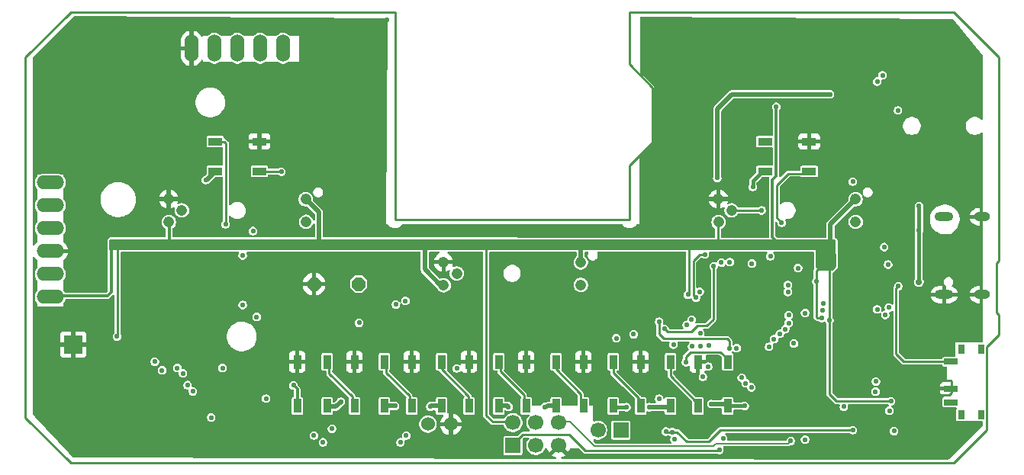
<source format=gbr>
%TF.GenerationSoftware,KiCad,Pcbnew,9.0.2*%
%TF.CreationDate,2025-08-01T16:28:45+01:00*%
%TF.ProjectId,FED3,46454433-2e6b-4696-9361-645f70636258,rev?*%
%TF.SameCoordinates,Original*%
%TF.FileFunction,Copper,L4,Bot*%
%TF.FilePolarity,Positive*%
%FSLAX46Y46*%
G04 Gerber Fmt 4.6, Leading zero omitted, Abs format (unit mm)*
G04 Created by KiCad (PCBNEW 9.0.2) date 2025-08-01 16:28:45*
%MOMM*%
%LPD*%
G01*
G04 APERTURE LIST*
G04 Aperture macros list*
%AMOutline5P*
0 Free polygon, 5 corners , with rotation*
0 The origin of the aperture is its center*
0 number of corners: always 5*
0 $1 to $10 corner X, Y*
0 $11 Rotation angle, in degrees counterclockwise*
0 create outline with 5 corners*
4,1,5,$1,$2,$3,$4,$5,$6,$7,$8,$9,$10,$1,$2,$11*%
%AMOutline6P*
0 Free polygon, 6 corners , with rotation*
0 The origin of the aperture is its center*
0 number of corners: always 6*
0 $1 to $12 corner X, Y*
0 $13 Rotation angle, in degrees counterclockwise*
0 create outline with 6 corners*
4,1,6,$1,$2,$3,$4,$5,$6,$7,$8,$9,$10,$11,$12,$1,$2,$13*%
%AMOutline7P*
0 Free polygon, 7 corners , with rotation*
0 The origin of the aperture is its center*
0 number of corners: always 7*
0 $1 to $14 corner X, Y*
0 $15 Rotation angle, in degrees counterclockwise*
0 create outline with 7 corners*
4,1,7,$1,$2,$3,$4,$5,$6,$7,$8,$9,$10,$11,$12,$13,$14,$1,$2,$15*%
%AMOutline8P*
0 Free polygon, 8 corners , with rotation*
0 The origin of the aperture is its center*
0 number of corners: always 8*
0 $1 to $16 corner X, Y*
0 $17 Rotation angle, in degrees counterclockwise*
0 create outline with 8 corners*
4,1,8,$1,$2,$3,$4,$5,$6,$7,$8,$9,$10,$11,$12,$13,$14,$15,$16,$1,$2,$17*%
G04 Aperture macros list end*
%TA.AperFunction,HeatsinkPad*%
%ADD10O,1.800000X1.000000*%
%TD*%
%TA.AperFunction,HeatsinkPad*%
%ADD11O,2.100000X1.000000*%
%TD*%
%TA.AperFunction,ComponentPad*%
%ADD12C,1.208000*%
%TD*%
%TA.AperFunction,SMDPad,CuDef*%
%ADD13R,0.800000X1.000000*%
%TD*%
%TA.AperFunction,SMDPad,CuDef*%
%ADD14R,1.500000X0.700000*%
%TD*%
%TA.AperFunction,HeatsinkPad*%
%ADD15C,0.510000*%
%TD*%
%TA.AperFunction,HeatsinkPad*%
%ADD16R,1.580000X2.350000*%
%TD*%
%TA.AperFunction,ComponentPad*%
%ADD17O,3.048000X1.524000*%
%TD*%
%TA.AperFunction,ComponentPad*%
%ADD18R,1.700000X1.700000*%
%TD*%
%TA.AperFunction,ComponentPad*%
%ADD19C,1.700000*%
%TD*%
%TA.AperFunction,ComponentPad*%
%ADD20C,1.524000*%
%TD*%
%TA.AperFunction,ComponentPad*%
%ADD21R,2.000000X2.000000*%
%TD*%
%TA.AperFunction,ComponentPad*%
%ADD22Outline8P,-0.762000X0.315631X-0.315631X0.762000X0.315631X0.762000X0.762000X0.315631X0.762000X-0.315631X0.315631X-0.762000X-0.315631X-0.762000X-0.762000X-0.315631X180.000000*%
%TD*%
%TA.AperFunction,ComponentPad*%
%ADD23O,1.524000X3.048000*%
%TD*%
%TA.AperFunction,SMDPad,CuDef*%
%ADD24R,1.500000X0.900000*%
%TD*%
%TA.AperFunction,SMDPad,CuDef*%
%ADD25R,0.900000X1.500000*%
%TD*%
%TA.AperFunction,ViaPad*%
%ADD26C,0.550000*%
%TD*%
%TA.AperFunction,ViaPad*%
%ADD27C,0.600000*%
%TD*%
%TA.AperFunction,ViaPad*%
%ADD28C,0.700000*%
%TD*%
%TA.AperFunction,Conductor*%
%ADD29C,0.250000*%
%TD*%
%TA.AperFunction,Conductor*%
%ADD30C,0.508000*%
%TD*%
%TA.AperFunction,Conductor*%
%ADD31C,0.300000*%
%TD*%
%TA.AperFunction,Conductor*%
%ADD32C,0.220000*%
%TD*%
%TA.AperFunction,Conductor*%
%ADD33C,0.254000*%
%TD*%
%TA.AperFunction,Conductor*%
%ADD34C,0.500000*%
%TD*%
%TA.AperFunction,Conductor*%
%ADD35C,0.406400*%
%TD*%
%TA.AperFunction,Conductor*%
%ADD36C,0.230000*%
%TD*%
%TA.AperFunction,Conductor*%
%ADD37C,0.450000*%
%TD*%
%TA.AperFunction,Conductor*%
%ADD38C,0.210000*%
%TD*%
%TA.AperFunction,Conductor*%
%ADD39C,0.260000*%
%TD*%
%TA.AperFunction,Profile*%
%ADD40C,0.250000*%
%TD*%
G04 APERTURE END LIST*
D10*
%TO.P,J6,S1,SHIELD*%
%TO.N,GND*%
X200609200Y-102713600D03*
D11*
X196429200Y-102713600D03*
D10*
X200609200Y-111353600D03*
D11*
X196429200Y-111353600D03*
%TD*%
D12*
%TO.P,PI1,5,5*%
%TO.N,GND*%
X171381100Y-100733600D03*
%TO.P,PI1,4,4*%
%TO.N,D6*%
X172851100Y-102003600D03*
%TO.P,PI1,3,3*%
%TO.N,+3V3*%
X171401100Y-103303600D03*
%TO.P,PI1,2,2*%
%TO.N,Net-(PI1-Pad2)*%
X186621100Y-103273600D03*
%TO.P,PI1,1,1*%
%TO.N,+3V3*%
X186601100Y-100763600D03*
%TD*%
%TO.P,PI2,5,5*%
%TO.N,GND*%
X140881100Y-107733600D03*
%TO.P,PI2,4,4*%
%TO.N,TX*%
X142351100Y-109003600D03*
%TO.P,PI2,3,3*%
%TO.N,+3V3*%
X140901100Y-110303600D03*
%TO.P,PI2,2,2*%
%TO.N,Net-(PI2-Pad2)*%
X156121100Y-110273600D03*
%TO.P,PI2,1,1*%
%TO.N,+3V3*%
X156101100Y-107763600D03*
%TD*%
%TO.P,PI3,5,5*%
%TO.N,GND*%
X110381100Y-100733600D03*
%TO.P,PI3,4,4*%
%TO.N,D5*%
X111851100Y-102003600D03*
%TO.P,PI3,3,3*%
%TO.N,+3V3*%
X110401100Y-103303600D03*
%TO.P,PI3,2,2*%
%TO.N,Net-(PI3-Pad2)*%
X125621100Y-103273600D03*
%TO.P,PI3,1,1*%
%TO.N,+3V3*%
X125601100Y-100763600D03*
%TD*%
D13*
%TO.P,SW1,SHIELD@4,SHIELD@4*%
%TO.N,unconnected-(SW1-PadSHIELD@4)*%
X198350000Y-124700000D03*
%TO.P,SW1,SHIELD@3,SHIELD@3*%
%TO.N,unconnected-(SW1-PadSHIELD@3)*%
X200550000Y-124700000D03*
%TO.P,SW1,SHIELD@2,SHIELD@2*%
%TO.N,unconnected-(SW1-PadSHIELD@2)*%
X200550000Y-117400000D03*
%TO.P,SW1,SHIELD@1,SHIELD@1*%
%TO.N,unconnected-(SW1-PadSHIELD@1)*%
X198350000Y-117400000D03*
D14*
%TO.P,SW1,3,3*%
%TO.N,unconnected-(SW1-Pad3)*%
X197200000Y-123300000D03*
%TO.P,SW1,2,2*%
%TO.N,GND*%
X197200000Y-121800000D03*
%TO.P,SW1,1,1*%
%TO.N,/EN*%
X197200000Y-118800000D03*
%TD*%
D15*
%TO.P,U3,11,EXPSD*%
%TO.N,GND*%
X168630600Y-124975000D03*
X168630600Y-125900000D03*
X168630600Y-126825000D03*
D16*
X169170600Y-125900000D03*
D15*
X169710600Y-124975000D03*
X169710600Y-125900000D03*
X169710600Y-126825000D03*
%TD*%
D17*
%TO.P,SCREEN0,1,Pin_1*%
%TO.N,/Controller Stage/D10*%
X97251100Y-98903600D03*
%TO.P,SCREEN0,2,Pin_2*%
%TO.N,/Controller Stage/D11*%
X97251100Y-101443600D03*
%TO.P,SCREEN0,3,Pin_3*%
%TO.N,/Controller Stage/D12*%
X97251100Y-103983600D03*
%TO.P,SCREEN0,4,Pin_4*%
%TO.N,GND*%
X97251100Y-106523600D03*
%TO.P,SCREEN0,5,Pin_5*%
%TO.N,unconnected-(SCREEN0-Pin_5-Pad5)*%
X97251100Y-109063600D03*
%TO.P,SCREEN0,6,Pin_6*%
%TO.N,+3V3*%
X97251100Y-111603600D03*
%TD*%
D18*
%TO.P,J1,1,Pin_1*%
%TO.N,/Controller Stage/SWCLK*%
X148582050Y-128109743D03*
D19*
%TO.P,J1,2,Pin_2*%
%TO.N,+3V3*%
X148582050Y-125569743D03*
%TO.P,J1,3,Pin_3*%
%TO.N,/Controller Stage/SWDIO*%
X151122050Y-128109743D03*
%TO.P,J1,4,Pin_4*%
%TO.N,unconnected-(J1-Pin_4-Pad4)*%
X151122050Y-125569743D03*
%TO.P,J1,5,Pin_5*%
%TO.N,GND*%
X153662050Y-128109743D03*
%TO.P,J1,6,Pin_6*%
%TO.N,/Controller Stage/~{RESET}*%
X153662050Y-125569743D03*
%TD*%
D20*
%TO.P,X5,1,Pin_1*%
%TO.N,GND*%
X141694300Y-125736400D03*
%TO.P,X5,2,Pin_2*%
%TO.N,VBat*%
X139154300Y-125736400D03*
%TD*%
D21*
%TO.P,TP5,1,1*%
%TO.N,GND*%
X99800000Y-116900000D03*
%TD*%
D22*
%TO.P,BZ1,1,+*%
%TO.N,RX*%
X131459200Y-110180000D03*
%TO.P,BZ1,2,-*%
%TO.N,GND*%
X126510000Y-110180000D03*
%TD*%
D23*
%TO.P,MOTOR0,1,Pin_1*%
%TO.N,GND*%
X112921100Y-84003600D03*
%TO.P,MOTOR0,2,Pin_2*%
%TO.N,/ORANGE*%
X115461100Y-84003600D03*
%TO.P,MOTOR0,3,Pin_3*%
%TO.N,/YELLOW*%
X118001100Y-84003600D03*
%TO.P,MOTOR0,4,Pin_4*%
%TO.N,/PINK*%
X120541100Y-84003600D03*
%TO.P,MOTOR0,5,Pin_5*%
%TO.N,/BLUE*%
X123081100Y-84003600D03*
%TD*%
D18*
%TO.P,J2,1,Pin_1*%
%TO.N,Net-(J2-Pin_1)*%
X160550000Y-126400000D03*
D19*
%TO.P,J2,2,Pin_2*%
%TO.N,VBat*%
X158010000Y-126400000D03*
%TD*%
D24*
%TO.P,LED10,1-VDD,VDD*%
%TO.N,/IOs Interface/VCCNEO*%
X176551100Y-97650400D03*
%TO.P,LED10,2-DOUT,DO*%
%TO.N,unconnected-(LED10-DO-Pad2-DOUT)*%
X176551100Y-94350400D03*
%TO.P,LED10,3-GND,GND*%
%TO.N,GND*%
X181451100Y-94350400D03*
%TO.P,LED10,4-DIN,DI*%
%TO.N,Net-(LED10-DI)*%
X181451100Y-97650400D03*
%TD*%
D25*
%TO.P,LED4,1-VDD,VDD*%
%TO.N,/IOs Interface/VCCNEO*%
X153351900Y-123716000D03*
%TO.P,LED4,2-DOUT,DO*%
%TO.N,Net-(LED4-DO)*%
X150051900Y-123716000D03*
%TO.P,LED4,3-GND,GND*%
%TO.N,GND*%
X150051900Y-118816000D03*
%TO.P,LED4,4-DIN,DI*%
%TO.N,Net-(LED3-DO)*%
X153351900Y-118816000D03*
%TD*%
D24*
%TO.P,LED9,1-VDD,VDD*%
%TO.N,/IOs Interface/VCCNEO*%
X115551100Y-97650400D03*
%TO.P,LED9,2-DOUT,DO*%
%TO.N,Net-(LED10-DI)*%
X115551100Y-94350400D03*
%TO.P,LED9,3-GND,GND*%
%TO.N,GND*%
X120451100Y-94350400D03*
%TO.P,LED9,4-DIN,DI*%
%TO.N,Net-(LED8-DO)*%
X120451100Y-97650400D03*
%TD*%
D25*
%TO.P,LED8,1-VDD,VDD*%
%TO.N,/IOs Interface/VCCNEO*%
X127951900Y-123716000D03*
%TO.P,LED8,2-DOUT,DO*%
%TO.N,Net-(LED8-DO)*%
X124651900Y-123716000D03*
%TO.P,LED8,3-GND,GND*%
%TO.N,GND*%
X124651900Y-118816000D03*
%TO.P,LED8,4-DIN,DI*%
%TO.N,Net-(LED7-DO)*%
X127951900Y-118816000D03*
%TD*%
%TO.P,LED3,1-VDD,VDD*%
%TO.N,/IOs Interface/VCCNEO*%
X159701900Y-123716000D03*
%TO.P,LED3,2-DOUT,DO*%
%TO.N,Net-(LED3-DO)*%
X156401900Y-123716000D03*
%TO.P,LED3,3-GND,GND*%
%TO.N,GND*%
X156401900Y-118816000D03*
%TO.P,LED3,4-DIN,DI*%
%TO.N,Net-(LED2-DO)*%
X159701900Y-118816000D03*
%TD*%
%TO.P,LED1,1-VDD,VDD*%
%TO.N,/IOs Interface/VCCNEO*%
X172401900Y-123716000D03*
%TO.P,LED1,2-DOUT,DO*%
%TO.N,Net-(LED1-DO)*%
X169101900Y-123716000D03*
%TO.P,LED1,3-GND,GND*%
%TO.N,GND*%
X169101900Y-118816000D03*
%TO.P,LED1,4-DIN,DI*%
%TO.N,Net-(LED1-DI)*%
X172401900Y-118816000D03*
%TD*%
%TO.P,LED2,1-VDD,VDD*%
%TO.N,/IOs Interface/VCCNEO*%
X166051900Y-123716000D03*
%TO.P,LED2,2-DOUT,DO*%
%TO.N,Net-(LED2-DO)*%
X162751900Y-123716000D03*
%TO.P,LED2,3-GND,GND*%
%TO.N,GND*%
X162751900Y-118816000D03*
%TO.P,LED2,4-DIN,DI*%
%TO.N,Net-(LED1-DO)*%
X166051900Y-118816000D03*
%TD*%
%TO.P,LED6,1-VDD,VDD*%
%TO.N,/IOs Interface/VCCNEO*%
X140651900Y-123716000D03*
%TO.P,LED6,2-DOUT,DO*%
%TO.N,Net-(LED6-DO)*%
X137351900Y-123716000D03*
%TO.P,LED6,3-GND,GND*%
%TO.N,GND*%
X137351900Y-118816000D03*
%TO.P,LED6,4-DIN,DI*%
%TO.N,Net-(LED5-DO)*%
X140651900Y-118816000D03*
%TD*%
%TO.P,LED7,1-VDD,VDD*%
%TO.N,/IOs Interface/VCCNEO*%
X134301900Y-123716000D03*
%TO.P,LED7,2-DOUT,DO*%
%TO.N,Net-(LED7-DO)*%
X131001900Y-123716000D03*
%TO.P,LED7,3-GND,GND*%
%TO.N,GND*%
X131001900Y-118816000D03*
%TO.P,LED7,4-DIN,DI*%
%TO.N,Net-(LED6-DO)*%
X134301900Y-118816000D03*
%TD*%
%TO.P,LED5,1-VDD,VDD*%
%TO.N,/IOs Interface/VCCNEO*%
X147001900Y-123716000D03*
%TO.P,LED5,2-DOUT,DO*%
%TO.N,Net-(LED5-DO)*%
X143701900Y-123716000D03*
%TO.P,LED5,3-GND,GND*%
%TO.N,GND*%
X143701900Y-118816000D03*
%TO.P,LED5,4-DIN,DI*%
%TO.N,Net-(LED4-DO)*%
X147001900Y-118816000D03*
%TD*%
D26*
%TO.N,GND*%
X197034500Y-90526000D03*
X181700000Y-104150000D03*
X184800000Y-118450000D03*
X187050000Y-112350000D03*
X163750000Y-86250000D03*
X138025000Y-111225000D03*
X128150000Y-122200000D03*
X162800000Y-124941002D03*
X131600000Y-98850000D03*
X117300000Y-86600000D03*
X108825000Y-94375000D03*
X197410000Y-124400000D03*
X178500000Y-104700000D03*
X185700000Y-127350000D03*
X110525000Y-112900000D03*
X109000000Y-108700000D03*
X187300000Y-106300000D03*
X188975000Y-127500000D03*
X199075000Y-126750000D03*
X161850000Y-120805000D03*
X128800000Y-91450000D03*
X193750000Y-115300000D03*
X173350000Y-118700000D03*
X174925000Y-114575000D03*
X147852894Y-103795731D03*
X114300000Y-102000000D03*
D27*
X155050000Y-111000000D03*
D26*
X160700000Y-107000000D03*
X114550000Y-112050000D03*
X112075000Y-114975000D03*
X145100000Y-125800000D03*
X173150000Y-114500000D03*
X112225000Y-108875000D03*
X137400000Y-120600000D03*
X187900000Y-89425000D03*
X164500000Y-119500000D03*
D27*
X158889001Y-115006584D03*
D26*
X185250000Y-89350000D03*
X200400000Y-114700000D03*
X97025000Y-86825000D03*
X193600000Y-128500000D03*
X103725000Y-88225000D03*
X177875000Y-123125000D03*
X179951900Y-91029400D03*
X186000000Y-97800000D03*
X177050000Y-95825000D03*
X190373000Y-107111800D03*
X112675000Y-123250000D03*
X122000000Y-98750000D03*
X159150000Y-109000000D03*
X182275000Y-115400000D03*
X152700000Y-108700000D03*
X133283100Y-86415600D03*
X175735500Y-91029400D03*
X143050000Y-111400000D03*
X158550000Y-111650000D03*
X182300000Y-122900000D03*
X103725000Y-98300000D03*
X166700000Y-103700000D03*
X161125000Y-122900000D03*
X98815300Y-96778800D03*
X105475000Y-83975000D03*
X129175000Y-100975000D03*
X174000000Y-96000000D03*
X122225000Y-112425000D03*
X113800000Y-129000000D03*
X196340000Y-120170000D03*
X125041765Y-120429854D03*
X169360000Y-108997500D03*
X149650000Y-120850000D03*
X121300000Y-125250000D03*
X126600000Y-86600000D03*
X126250000Y-80900000D03*
X132500000Y-124650000D03*
X134600000Y-80800000D03*
X108600000Y-120150000D03*
X134100000Y-101700000D03*
X191058800Y-125222000D03*
X163400000Y-81300000D03*
X173200000Y-110700000D03*
X196750000Y-117700000D03*
X197799100Y-82351600D03*
X166290335Y-122112423D03*
X185800000Y-104650000D03*
X119750000Y-99750000D03*
X100263100Y-81589600D03*
X131025000Y-106900000D03*
X111800000Y-97900000D03*
X113325000Y-80800000D03*
X191236600Y-96037400D03*
X111900000Y-126000000D03*
X125050000Y-96050000D03*
X189400000Y-119550000D03*
X152025000Y-119475000D03*
X166300000Y-111650000D03*
X99550000Y-105450000D03*
X124300000Y-86400000D03*
X139250000Y-115000000D03*
X137395300Y-109245800D03*
X95713900Y-117221400D03*
X115200000Y-126350000D03*
X132500000Y-119600000D03*
X119400000Y-108400000D03*
X186800000Y-81300000D03*
X178925000Y-107200000D03*
X116300000Y-128350000D03*
X144700000Y-122250000D03*
X146200000Y-129100000D03*
X165785000Y-106972500D03*
X133050000Y-111550000D03*
X105400000Y-122800000D03*
X141875000Y-122500000D03*
X154925000Y-119475000D03*
X107600000Y-128800000D03*
X193800000Y-121050000D03*
X129400000Y-114700000D03*
X174150000Y-103275000D03*
X176250000Y-129200000D03*
X144761300Y-108509200D03*
X108000000Y-112300000D03*
X104600000Y-118900000D03*
X122100000Y-107900000D03*
X111693100Y-87050600D03*
X184650000Y-124850000D03*
X120600000Y-127300000D03*
X192660000Y-117600000D03*
X101725000Y-110225000D03*
X184627690Y-109543265D03*
X114400000Y-115200000D03*
X117900000Y-109900000D03*
X189350000Y-115700000D03*
X157550000Y-121500000D03*
X111693100Y-91495600D03*
X184969500Y-93142200D03*
X115050000Y-123100000D03*
X149074710Y-115016462D03*
X134550000Y-128500000D03*
X97977100Y-126547600D03*
X134000000Y-94500000D03*
X117100000Y-114200000D03*
X121300000Y-86600000D03*
X109050000Y-122525000D03*
X159250000Y-103800000D03*
X95691100Y-94289600D03*
X163500000Y-96500000D03*
X98253900Y-122047400D03*
X175251800Y-111062165D03*
X136850000Y-103800000D03*
X115950000Y-103100000D03*
X130716405Y-125548435D03*
X176903900Y-84171400D03*
X173691900Y-84455400D03*
X116950000Y-117415000D03*
X169071464Y-121400169D03*
X163900000Y-102450000D03*
X101475000Y-92175000D03*
%TO.N,+3V3*%
X174800000Y-106000000D03*
X183184800Y-108381800D03*
X116100000Y-105655000D03*
X177800000Y-90500000D03*
X183700000Y-114200000D03*
X181178200Y-105587800D03*
X104650000Y-116000000D03*
X128500000Y-126250000D03*
X168005000Y-111350000D03*
X182250000Y-109900000D03*
X173400000Y-117299813D03*
X115100000Y-125000000D03*
X182850000Y-113950000D03*
X172625000Y-105775000D03*
X190525400Y-123190000D03*
X135250000Y-106100000D03*
X182499000Y-107162600D03*
X183800000Y-106230000D03*
%TO.N,/IOs Interface/VCCNEO*%
X152159100Y-123816200D03*
X114500000Y-98620000D03*
X148095100Y-123816200D03*
X135500000Y-123716000D03*
X139400000Y-123800000D03*
X163707689Y-123841600D03*
X121193750Y-122906250D03*
X129500000Y-123250000D03*
X175200000Y-99400000D03*
X161200000Y-123850000D03*
X170600000Y-123500000D03*
X174300000Y-123716000D03*
%TO.N,/EN*%
X191338200Y-110413800D03*
%TO.N,Net-(LED1-DI)*%
X167775000Y-118850000D03*
%TO.N,Net-(LED8-DO)*%
X122900000Y-97700000D03*
X124228175Y-121428176D03*
%TO.N,Net-(LED10-DI)*%
X116700000Y-103550000D03*
X178400000Y-103378000D03*
%TO.N,/Controller Stage/SCL*%
X136650000Y-112050000D03*
X189000000Y-113000000D03*
X183000000Y-112350000D03*
X126500000Y-127000000D03*
X189000000Y-87700000D03*
X136750000Y-127000000D03*
%TO.N,/Controller Stage/SDA*%
X127500000Y-127750000D03*
X182898234Y-113113248D03*
X136101000Y-127750000D03*
X135600000Y-112450000D03*
X189900000Y-113600000D03*
X189600000Y-87000000D03*
%TO.N,/Controller Stage/AREF*%
X168900000Y-111687500D03*
X169885000Y-106897500D03*
%TO.N,VUSB*%
X193649600Y-104241600D03*
D28*
X193624200Y-109931200D03*
D26*
X193649600Y-101523800D03*
%TO.N,RX*%
X172615854Y-117309459D03*
X164800000Y-114350000D03*
X131505030Y-114475628D03*
%TO.N,A0*%
X191300000Y-90900000D03*
X190300000Y-112800000D03*
X169300000Y-111025000D03*
%TO.N,TX*%
X142350000Y-119550000D03*
X170250000Y-119350000D03*
%TO.N,D6*%
X176172000Y-102003600D03*
X179178408Y-113644953D03*
%TO.N,D5*%
X113075000Y-122100000D03*
X177000000Y-117147512D03*
%TO.N,D13*%
X178205779Y-115700000D03*
X116350000Y-119495000D03*
X111350000Y-119500000D03*
X160060000Y-116200000D03*
%TO.N,/Controller Stage/SWDIO*%
X171915000Y-127320000D03*
X171712500Y-107787500D03*
%TO.N,/Controller Stage/~{RESET}*%
X179750000Y-116775000D03*
X180225000Y-108400000D03*
X179400000Y-127600000D03*
X175100000Y-107900000D03*
%TO.N,D8*%
X169365000Y-115645000D03*
X161977136Y-115748717D03*
%TO.N,/Controller Stage/SWCLK*%
X172650000Y-107750000D03*
X171500000Y-128600000D03*
%TO.N,/Controller Stage/D10*%
X120150000Y-113830000D03*
X178809985Y-115174790D03*
X119750000Y-104300000D03*
%TO.N,/Controller Stage/D11*%
X177550000Y-116300000D03*
X177150000Y-107100000D03*
%TO.N,/Controller Stage/D12*%
X118600000Y-112500000D03*
X179174262Y-114496407D03*
X118600000Y-107000000D03*
%TO.N,/Controller Stage/SD_CS*%
X188865168Y-121000000D03*
X169665300Y-120484700D03*
%TO.N,/Controller Stage/SCK*%
X174400000Y-121200000D03*
X190350000Y-124250000D03*
%TO.N,D+*%
X189779200Y-106070400D03*
X179100448Y-110287271D03*
%TO.N,D-*%
X190211771Y-108013359D03*
X179091310Y-111057219D03*
%TO.N,/Controller Stage/D7*%
X181000000Y-113400000D03*
X181000000Y-127450000D03*
%TO.N,/Controller Stage/MISO*%
X175050000Y-121650000D03*
X190875000Y-126500000D03*
%TO.N,A2*%
X168399824Y-114134000D03*
X169356276Y-117097000D03*
X112475000Y-121400000D03*
%TO.N,A5*%
X165405000Y-115143717D03*
X108850000Y-118800000D03*
X170850000Y-108200000D03*
%TO.N,A4*%
X168461636Y-117097000D03*
X109650000Y-119750000D03*
%TO.N,A3*%
X166400000Y-116900000D03*
X167855300Y-114739000D03*
X111975000Y-120100000D03*
%TO.N,D9*%
X170300000Y-117000000D03*
X166500000Y-127400000D03*
%TO.N,Net-(IC4-VBAT)*%
X183759600Y-89109600D03*
X171259900Y-98406000D03*
%TO.N,VBat*%
X166245879Y-126602052D03*
X164800000Y-122900000D03*
X165552592Y-126559814D03*
X186300000Y-126400000D03*
%TO.N,/Controller Stage/MOSI*%
X188823600Y-122123200D03*
X173972880Y-120559319D03*
%TO.N,Net-(U3-STAT1)*%
X186300000Y-98800000D03*
X185300000Y-123800000D03*
%TD*%
D29*
%TO.N,GND*%
X197250000Y-121000000D02*
X197123303Y-120873303D01*
X197123303Y-120873303D02*
X195740000Y-120873303D01*
X197250000Y-122250000D02*
X197000000Y-122500000D01*
X197250000Y-121800000D02*
X197250000Y-121000000D01*
X197250000Y-121800000D02*
X197250000Y-122250000D01*
X197000000Y-122500000D02*
X195750000Y-122500000D01*
%TO.N,+3V3*%
X146325000Y-125475000D02*
X148487307Y-125475000D01*
D30*
X156100000Y-105500000D02*
X156100000Y-107762500D01*
X127050000Y-102212500D02*
X127050000Y-105600000D01*
D29*
X183700000Y-107714200D02*
X183700000Y-114200000D01*
D31*
X110431100Y-103333600D02*
X110431100Y-105400000D01*
D32*
X182250000Y-113852136D02*
X182347864Y-113950000D01*
D29*
X183946800Y-107467400D02*
X183700000Y-107714200D01*
X168005000Y-111350000D02*
X168120000Y-111235000D01*
X183700000Y-114200000D02*
X183700000Y-122400000D01*
X104650000Y-116000000D02*
X104700000Y-115950000D01*
D31*
X177349000Y-98616709D02*
X177800000Y-98165709D01*
D29*
X151275000Y-106175000D02*
X151650000Y-105800000D01*
D33*
X171317500Y-105317500D02*
X171317500Y-103525000D01*
D30*
X183800000Y-106230000D02*
X183800000Y-103564700D01*
D29*
X145600000Y-124750000D02*
X146325000Y-125475000D01*
D31*
X104000000Y-111100000D02*
X103600000Y-111500000D01*
X103600000Y-111500000D02*
X97354700Y-111500000D01*
X177350000Y-105000000D02*
X177350000Y-99468582D01*
X177350000Y-99468582D02*
X177349000Y-99467582D01*
D29*
X183700000Y-122400000D02*
X184500000Y-123200000D01*
D31*
X177800000Y-98165709D02*
X177800000Y-90500000D01*
X104000000Y-105800000D02*
X104000000Y-111100000D01*
D29*
X168120000Y-111235000D02*
X168120000Y-105800000D01*
D32*
X182347864Y-113950000D02*
X182850000Y-113950000D01*
D29*
X104700000Y-105900000D02*
X104600000Y-105800000D01*
X148487307Y-125475000D02*
X148582050Y-125569743D01*
D30*
X138800000Y-105500000D02*
X138800000Y-108565900D01*
D33*
X171650000Y-105650000D02*
X171317500Y-105317500D01*
D29*
X184500000Y-123200000D02*
X190500000Y-123200000D01*
D31*
X178150000Y-105800000D02*
X177350000Y-105000000D01*
D30*
X125601100Y-100763600D02*
X127050000Y-102212500D01*
D29*
X146000000Y-105600000D02*
X145600000Y-106000000D01*
X104700000Y-115950000D02*
X104700000Y-105900000D01*
D32*
X182250000Y-108707000D02*
X182250000Y-113852136D01*
X182575200Y-108381800D02*
X182250000Y-108707000D01*
X183184800Y-108381800D02*
X182575200Y-108381800D01*
D31*
X177349000Y-99467582D02*
X177349000Y-98616709D01*
D29*
X145600000Y-106000000D02*
X145600000Y-124750000D01*
D30*
X183800000Y-103564700D02*
X186601100Y-100763600D01*
X138800000Y-108565900D02*
X140537700Y-110303600D01*
D34*
%TO.N,/IOs Interface/VCCNEO*%
X139484000Y-123716000D02*
X140651900Y-123716000D01*
X152513300Y-123716000D02*
X152159100Y-123816200D01*
D35*
X175200000Y-99400000D02*
X175200000Y-98700000D01*
D34*
X147994900Y-123716000D02*
X148095100Y-123816200D01*
D35*
X159835900Y-123850000D02*
X161200000Y-123850000D01*
D34*
X114500000Y-98620000D02*
X114581500Y-98620000D01*
X139400000Y-123800000D02*
X139484000Y-123716000D01*
X135500000Y-123716000D02*
X134301900Y-123716000D01*
X114581500Y-98620000D02*
X115551100Y-97650400D01*
X128950000Y-123800000D02*
X128035900Y-123800000D01*
X153351900Y-123716000D02*
X152513300Y-123716000D01*
X163707689Y-123841600D02*
X166177500Y-123841600D01*
X172401900Y-123716000D02*
X172401900Y-124198100D01*
X129500000Y-123250000D02*
X128950000Y-123800000D01*
X170600000Y-123500000D02*
X172185900Y-123500000D01*
X147001900Y-123716000D02*
X147994900Y-123716000D01*
D35*
X174300000Y-123716000D02*
X172401900Y-123716000D01*
D34*
X172185900Y-123500000D02*
X172401900Y-123716000D01*
D35*
X175200000Y-98700000D02*
X176249600Y-97650400D01*
D36*
%TO.N,/EN*%
X191100000Y-117950000D02*
X191950000Y-118800000D01*
X191338200Y-110413800D02*
X191100000Y-110652000D01*
X191950000Y-118800000D02*
X197250000Y-118800000D01*
X191100000Y-110652000D02*
X191100000Y-117950000D01*
D33*
%TO.N,Net-(LED1-DI)*%
X167775000Y-118248900D02*
X168304900Y-117719000D01*
X167775000Y-118850000D02*
X167775000Y-118248900D01*
X168304900Y-117719000D02*
X171608999Y-117719000D01*
X171608999Y-117719000D02*
X172401900Y-118511901D01*
%TO.N,Net-(LED1-DO)*%
X169000000Y-123300000D02*
X166051900Y-120351900D01*
X166051900Y-120351900D02*
X166051900Y-118816000D01*
X169000000Y-123600000D02*
X169000000Y-123300000D01*
X169100000Y-123700000D02*
X169000000Y-123600000D01*
%TO.N,Net-(LED2-DO)*%
X159701900Y-118816000D02*
X159701900Y-120001900D01*
X162500000Y-122800000D02*
X162500000Y-123145600D01*
X159701900Y-120001900D02*
X162500000Y-122800000D01*
%TO.N,Net-(LED3-DO)*%
X156121500Y-122421500D02*
X156121500Y-123435600D01*
X153351900Y-119651900D02*
X156121500Y-122421500D01*
X153351900Y-118816000D02*
X153351900Y-119651900D01*
%TO.N,Net-(LED5-DO)*%
X143650100Y-122650100D02*
X143650100Y-123664200D01*
X140651900Y-119651900D02*
X143650100Y-122650100D01*
X140651900Y-118816000D02*
X140651900Y-119651900D01*
%TO.N,Net-(LED6-DO)*%
X137100000Y-122600000D02*
X137100000Y-123464100D01*
X134500000Y-120000000D02*
X137100000Y-122600000D01*
X134500000Y-119014100D02*
X134500000Y-120000000D01*
%TO.N,Net-(LED7-DO)*%
X130800000Y-122700000D02*
X130800000Y-123514100D01*
X128200000Y-119064100D02*
X128200000Y-120100000D01*
X128200000Y-120100000D02*
X130800000Y-122700000D01*
D31*
%TO.N,Net-(LED8-DO)*%
X124651900Y-121851900D02*
X124651900Y-124023100D01*
D33*
X122900000Y-97700000D02*
X120416700Y-97700000D01*
D31*
X124228175Y-121428176D02*
X124651900Y-121851900D01*
D29*
%TO.N,Net-(LED10-DI)*%
X116550400Y-94350400D02*
X115551100Y-94350400D01*
X178400000Y-103350000D02*
X177846000Y-102796000D01*
X177846000Y-102796000D02*
X177846000Y-99204000D01*
X116750000Y-94550000D02*
X116550400Y-94350400D01*
X178400000Y-103378000D02*
X178400000Y-103350000D01*
X116700000Y-103550000D02*
X116750000Y-103500000D01*
X116750000Y-103500000D02*
X116750000Y-94550000D01*
X177846000Y-99204000D02*
X179150000Y-97900000D01*
X179150000Y-97900000D02*
X181201500Y-97900000D01*
D32*
%TO.N,/Controller Stage/AREF*%
X168900000Y-111687500D02*
X168780000Y-111687500D01*
X169335000Y-106897500D02*
X169885000Y-106897500D01*
X168610000Y-107622500D02*
X169335000Y-106897500D01*
X168780000Y-111687500D02*
X168610000Y-111517500D01*
X168610000Y-111517500D02*
X168610000Y-107622500D01*
D37*
%TO.N,VUSB*%
X193624200Y-109931200D02*
X193624200Y-104267000D01*
X193649600Y-101523800D02*
X193649600Y-104241600D01*
X193624200Y-104267000D02*
X193649600Y-104241600D01*
D32*
%TO.N,RX*%
X172350000Y-116250000D02*
X172615854Y-116515854D01*
X164800000Y-115750000D02*
X165300000Y-116250000D01*
X164800000Y-114350000D02*
X164800000Y-115750000D01*
X165300000Y-116250000D02*
X172350000Y-116250000D01*
X172615854Y-116515854D02*
X172615854Y-117309459D01*
%TO.N,D6*%
X176172000Y-102003600D02*
X172851100Y-102003600D01*
D33*
%TO.N,Net-(LED4-DO)*%
X147200000Y-119900000D02*
X149800000Y-122500000D01*
X147200000Y-119456500D02*
X147200000Y-119900000D01*
X149800000Y-122500000D02*
X149800000Y-123464100D01*
X146825100Y-119081600D02*
X147200000Y-119456500D01*
D38*
%TO.N,/Controller Stage/~{RESET}*%
X179100000Y-127900000D02*
X179400000Y-127600000D01*
X154875000Y-125475000D02*
X157600000Y-128200000D01*
X153662050Y-125569743D02*
X153756793Y-125475000D01*
X171100000Y-127900000D02*
X179100000Y-127900000D01*
X157600000Y-128200000D02*
X170800000Y-128200000D01*
X153756793Y-125475000D02*
X154875000Y-125475000D01*
X170800000Y-128200000D02*
X171100000Y-127900000D01*
D32*
%TO.N,/Controller Stage/SWCLK*%
X156650000Y-128700000D02*
X154850000Y-126900000D01*
X149685000Y-126900000D02*
X148582050Y-128002950D01*
X148582050Y-128002950D02*
X148582050Y-128109743D01*
X154850000Y-126900000D02*
X149685000Y-126900000D01*
X171400000Y-128700000D02*
X156650000Y-128700000D01*
X171500000Y-128600000D02*
X171400000Y-128700000D01*
%TO.N,A5*%
X168337986Y-115500000D02*
X169018986Y-114819000D01*
X165761283Y-115500000D02*
X168337986Y-115500000D01*
X170850000Y-114075000D02*
X170850000Y-108200000D01*
X170100000Y-114825000D02*
X170850000Y-114075000D01*
X169521014Y-114819000D02*
X169527014Y-114825000D01*
X165405000Y-115143717D02*
X165761283Y-115500000D01*
X169527014Y-114825000D02*
X170100000Y-114825000D01*
X169018986Y-114819000D02*
X169521014Y-114819000D01*
D30*
%TO.N,Net-(IC4-VBAT)*%
X183759600Y-89109600D02*
X172890400Y-89109600D01*
X172890400Y-89109600D02*
X171259900Y-90740100D01*
X171259900Y-90740100D02*
X171259900Y-98406000D01*
D39*
%TO.N,VBat*%
X165594830Y-126602052D02*
X165552592Y-126559814D01*
X186300000Y-126400000D02*
X171600000Y-126400000D01*
X166802846Y-126602052D02*
X165594830Y-126602052D01*
X167900794Y-127700000D02*
X166802846Y-126602052D01*
X171600000Y-126400000D02*
X170300000Y-127700000D01*
X170300000Y-127700000D02*
X167900794Y-127700000D01*
%TD*%
%TA.AperFunction,Conductor*%
%TO.N,GND*%
G36*
X168451400Y-124485752D02*
G01*
X168463031Y-124544229D01*
X168463032Y-124544230D01*
X168507347Y-124610552D01*
X168573669Y-124654867D01*
X168573670Y-124654868D01*
X168632147Y-124666499D01*
X168632150Y-124666500D01*
X168632152Y-124666500D01*
X169571650Y-124666500D01*
X169571651Y-124666499D01*
X169586468Y-124663552D01*
X169630129Y-124654868D01*
X169630129Y-124654867D01*
X169630131Y-124654867D01*
X169696452Y-124610552D01*
X169740767Y-124544231D01*
X169740767Y-124544229D01*
X169740768Y-124544229D01*
X169752399Y-124485752D01*
X169752400Y-124485750D01*
X169752400Y-124300000D01*
X170500000Y-124300000D01*
X170500000Y-127032602D01*
X170199421Y-127333181D01*
X170138098Y-127366666D01*
X170111740Y-127369500D01*
X168089054Y-127369500D01*
X168022015Y-127349815D01*
X168001373Y-127333181D01*
X167794235Y-127126043D01*
X167794235Y-124300000D01*
X168451400Y-124300000D01*
X168451400Y-124485752D01*
G37*
%TD.AperFunction*%
%TD*%
%TA.AperFunction,Conductor*%
%TO.N,+3V3*%
G36*
X184293619Y-105249565D02*
G01*
X184360647Y-105269291D01*
X184406369Y-105322123D01*
X184417540Y-105372708D01*
X184437342Y-108238296D01*
X184418121Y-108305470D01*
X184401026Y-108326834D01*
X184064180Y-108663681D01*
X184002857Y-108697166D01*
X183976499Y-108700000D01*
X182621362Y-108700000D01*
X182554323Y-108680315D01*
X182533681Y-108663681D01*
X182226319Y-108356319D01*
X182192834Y-108294996D01*
X182190000Y-108268638D01*
X182190000Y-106390000D01*
X103924000Y-106390000D01*
X103856961Y-106370315D01*
X103811206Y-106317511D01*
X103800000Y-106266000D01*
X103800000Y-105324076D01*
X103819685Y-105257037D01*
X103872489Y-105211282D01*
X103924074Y-105200076D01*
X184293619Y-105249565D01*
G37*
%TD.AperFunction*%
%TD*%
%TA.AperFunction,Conductor*%
%TO.N,GND*%
G36*
X134578699Y-80692823D02*
G01*
X134637680Y-80712492D01*
X134673836Y-80763073D01*
X134678519Y-80794201D01*
X134502329Y-103499735D01*
X134502330Y-103499736D01*
X134635847Y-103499854D01*
X134694960Y-103519119D01*
X134719403Y-103544563D01*
X134762797Y-103609507D01*
X134762799Y-103609509D01*
X134895193Y-103741903D01*
X135050864Y-103845919D01*
X135050865Y-103845919D01*
X135050869Y-103845922D01*
X135154390Y-103888802D01*
X135223846Y-103917572D01*
X135223847Y-103917572D01*
X135223849Y-103917573D01*
X135407484Y-103954100D01*
X135407485Y-103954100D01*
X135594715Y-103954100D01*
X135594716Y-103954100D01*
X135778351Y-103917573D01*
X135951331Y-103845922D01*
X136107008Y-103741902D01*
X136239402Y-103609508D01*
X136281770Y-103546098D01*
X136330595Y-103507607D01*
X136365494Y-103501390D01*
X160651286Y-103522958D01*
X160710398Y-103542223D01*
X160734840Y-103567666D01*
X160762797Y-103609507D01*
X160762799Y-103609509D01*
X160895193Y-103741903D01*
X161050864Y-103845919D01*
X161050865Y-103845919D01*
X161050869Y-103845922D01*
X161154390Y-103888802D01*
X161223846Y-103917572D01*
X161223847Y-103917572D01*
X161223849Y-103917573D01*
X161407484Y-103954100D01*
X161407485Y-103954100D01*
X161594715Y-103954100D01*
X161594716Y-103954100D01*
X161778351Y-103917573D01*
X161951331Y-103845922D01*
X162107008Y-103741902D01*
X162239402Y-103609508D01*
X162266351Y-103569175D01*
X162315173Y-103530685D01*
X162350077Y-103524467D01*
X162650295Y-103524734D01*
X162653258Y-100505399D01*
X170345317Y-100505399D01*
X170345318Y-100505400D01*
X171114325Y-100505400D01*
X171101030Y-100518695D01*
X171054952Y-100598505D01*
X171031100Y-100687522D01*
X171031100Y-100779678D01*
X171054952Y-100868695D01*
X171101030Y-100948505D01*
X171114325Y-100961800D01*
X170345317Y-100961800D01*
X170361450Y-101042909D01*
X170441384Y-101235883D01*
X170441388Y-101235892D01*
X170557434Y-101409566D01*
X170557434Y-101409567D01*
X170705132Y-101557265D01*
X170878807Y-101673311D01*
X170878816Y-101673315D01*
X171071790Y-101753249D01*
X171152900Y-101769382D01*
X171152900Y-101000375D01*
X171166195Y-101013670D01*
X171246005Y-101059748D01*
X171335022Y-101083600D01*
X171427178Y-101083600D01*
X171516195Y-101059748D01*
X171596005Y-101013670D01*
X171609300Y-101000375D01*
X171609300Y-101769381D01*
X171690409Y-101753249D01*
X171690410Y-101753249D01*
X171883383Y-101673315D01*
X171883389Y-101673313D01*
X171930824Y-101641617D01*
X171990664Y-101624739D01*
X172048995Y-101646258D01*
X172083538Y-101697953D01*
X172081099Y-101760080D01*
X172079663Y-101763750D01*
X172077516Y-101768934D01*
X172058200Y-101866047D01*
X172046600Y-101924364D01*
X172046600Y-102082836D01*
X172050796Y-102103929D01*
X172077516Y-102238266D01*
X172138159Y-102384670D01*
X172138161Y-102384674D01*
X172171149Y-102434044D01*
X172226202Y-102516437D01*
X172226204Y-102516439D01*
X172338261Y-102628496D01*
X172470026Y-102716539D01*
X172531258Y-102741902D01*
X172616433Y-102777183D01*
X172616434Y-102777183D01*
X172616436Y-102777184D01*
X172771864Y-102808100D01*
X172771865Y-102808100D01*
X172930335Y-102808100D01*
X172930336Y-102808100D01*
X173085764Y-102777184D01*
X173232174Y-102716539D01*
X173363939Y-102628496D01*
X173475996Y-102516439D01*
X173564039Y-102384674D01*
X173566024Y-102379880D01*
X173567550Y-102376199D01*
X173607930Y-102328923D01*
X173660491Y-102314100D01*
X175768371Y-102314100D01*
X175827502Y-102333313D01*
X175839505Y-102343564D01*
X175880036Y-102384095D01*
X175988464Y-102446695D01*
X176109399Y-102479100D01*
X176234601Y-102479100D01*
X176355536Y-102446695D01*
X176463964Y-102384095D01*
X176552495Y-102295564D01*
X176615095Y-102187136D01*
X176647500Y-102066201D01*
X176647500Y-101940999D01*
X176615095Y-101820064D01*
X176552495Y-101711636D01*
X176463964Y-101623105D01*
X176462966Y-101622529D01*
X176355536Y-101560505D01*
X176234603Y-101528100D01*
X176234601Y-101528100D01*
X176109399Y-101528100D01*
X176109396Y-101528100D01*
X175988463Y-101560505D01*
X175880038Y-101623103D01*
X175839505Y-101663636D01*
X175784107Y-101691862D01*
X175768371Y-101693100D01*
X173660491Y-101693100D01*
X173601360Y-101673887D01*
X173567550Y-101631001D01*
X173564040Y-101622529D01*
X173564039Y-101622526D01*
X173475996Y-101490761D01*
X173363939Y-101378704D01*
X173363937Y-101378702D01*
X173298501Y-101334980D01*
X173232174Y-101290661D01*
X173232171Y-101290659D01*
X173232170Y-101290659D01*
X173085766Y-101230016D01*
X172982145Y-101209405D01*
X172930336Y-101199100D01*
X172771864Y-101199100D01*
X172749747Y-101203499D01*
X172616435Y-101230015D01*
X172486906Y-101283668D01*
X172424924Y-101288545D01*
X172371912Y-101256059D01*
X172348119Y-101198617D01*
X172355467Y-101152226D01*
X172400749Y-101042907D01*
X172416883Y-100961800D01*
X171647875Y-100961800D01*
X171661170Y-100948505D01*
X171707248Y-100868695D01*
X171731100Y-100779678D01*
X171731100Y-100687522D01*
X171707248Y-100598505D01*
X171661170Y-100518695D01*
X171647875Y-100505400D01*
X172416882Y-100505400D01*
X172416882Y-100505399D01*
X172400749Y-100424290D01*
X172320815Y-100231316D01*
X172320811Y-100231307D01*
X172204765Y-100057633D01*
X172204765Y-100057632D01*
X172057067Y-99909934D01*
X171883392Y-99793888D01*
X171883383Y-99793884D01*
X171690409Y-99713950D01*
X171609300Y-99697817D01*
X171609300Y-100466825D01*
X171596005Y-100453530D01*
X171516195Y-100407452D01*
X171427178Y-100383600D01*
X171335022Y-100383600D01*
X171246005Y-100407452D01*
X171166195Y-100453530D01*
X171152900Y-100466825D01*
X171152900Y-99697817D01*
X171152899Y-99697817D01*
X171071790Y-99713950D01*
X170878816Y-99793884D01*
X170878807Y-99793888D01*
X170705133Y-99909934D01*
X170705132Y-99909934D01*
X170557434Y-100057632D01*
X170557434Y-100057633D01*
X170441388Y-100231307D01*
X170441384Y-100231316D01*
X170361450Y-100424290D01*
X170345317Y-100505399D01*
X162653258Y-100505399D01*
X162655379Y-98343399D01*
X170784400Y-98343399D01*
X170784400Y-98349044D01*
X170784400Y-98468603D01*
X170816805Y-98589536D01*
X170849893Y-98646848D01*
X170879405Y-98697964D01*
X170967936Y-98786495D01*
X171076364Y-98849095D01*
X171197299Y-98881500D01*
X171322501Y-98881500D01*
X171443436Y-98849095D01*
X171551864Y-98786495D01*
X171640395Y-98697964D01*
X171702995Y-98589536D01*
X171735400Y-98468601D01*
X171735400Y-98343399D01*
X171717828Y-98277820D01*
X171714400Y-98251782D01*
X171714400Y-90970030D01*
X171733613Y-90910899D01*
X171743865Y-90898895D01*
X173049195Y-89593565D01*
X173104593Y-89565339D01*
X173120330Y-89564100D01*
X183605382Y-89564100D01*
X183631420Y-89567528D01*
X183696999Y-89585100D01*
X183697001Y-89585100D01*
X183822201Y-89585100D01*
X183943136Y-89552695D01*
X184051564Y-89490095D01*
X184140095Y-89401564D01*
X184202695Y-89293136D01*
X184235100Y-89172201D01*
X184235100Y-89046999D01*
X184202695Y-88926064D01*
X184140095Y-88817636D01*
X184051564Y-88729105D01*
X183943136Y-88666505D01*
X183900573Y-88655100D01*
X183822203Y-88634100D01*
X183822201Y-88634100D01*
X183696999Y-88634100D01*
X183696996Y-88634100D01*
X183631420Y-88651672D01*
X183605382Y-88655100D01*
X172956413Y-88655100D01*
X172956397Y-88655099D01*
X172950236Y-88655099D01*
X172830564Y-88655099D01*
X172830561Y-88655099D01*
X172714965Y-88686074D01*
X172611329Y-88745909D01*
X170896209Y-90461029D01*
X170836372Y-90564669D01*
X170836373Y-90564670D01*
X170805399Y-90680260D01*
X170805399Y-90808039D01*
X170805400Y-90808052D01*
X170805400Y-98251782D01*
X170802379Y-98274722D01*
X170802465Y-98275904D01*
X170802223Y-98276880D01*
X170784400Y-98343399D01*
X162655379Y-98343399D01*
X162657576Y-96104836D01*
X162676847Y-96045727D01*
X162687814Y-96033039D01*
X164181565Y-94571512D01*
X164182351Y-94571187D01*
X164202889Y-94550648D01*
X164223750Y-94530238D01*
X164223750Y-94530237D01*
X164223774Y-94530214D01*
X164223883Y-94530052D01*
X164224460Y-94529198D01*
X164224671Y-94528888D01*
X164224685Y-94528852D01*
X164224687Y-94528851D01*
X164235832Y-94501943D01*
X164247264Y-94475175D01*
X164247272Y-94474335D01*
X164247600Y-94473546D01*
X164247600Y-94444322D01*
X164247916Y-94415307D01*
X164247600Y-94414519D01*
X164247600Y-88317664D01*
X164232345Y-88280836D01*
X164232345Y-88280835D01*
X164224687Y-88262348D01*
X163599735Y-87637396D01*
X188524500Y-87637396D01*
X188524500Y-87762603D01*
X188556905Y-87883536D01*
X188619505Y-87991964D01*
X188708036Y-88080495D01*
X188816464Y-88143095D01*
X188937399Y-88175500D01*
X189062601Y-88175500D01*
X189183536Y-88143095D01*
X189291964Y-88080495D01*
X189380495Y-87991964D01*
X189443095Y-87883536D01*
X189475500Y-87762601D01*
X189475500Y-87637399D01*
X189466052Y-87602138D01*
X189469306Y-87540049D01*
X189508433Y-87491730D01*
X189563224Y-87475500D01*
X189662601Y-87475500D01*
X189783536Y-87443095D01*
X189891964Y-87380495D01*
X189980495Y-87291964D01*
X190043095Y-87183536D01*
X190075500Y-87062601D01*
X190075500Y-86937399D01*
X190043095Y-86816464D01*
X189980495Y-86708036D01*
X189891964Y-86619505D01*
X189783536Y-86556905D01*
X189662603Y-86524500D01*
X189662601Y-86524500D01*
X189537399Y-86524500D01*
X189537396Y-86524500D01*
X189416463Y-86556905D01*
X189308038Y-86619503D01*
X189219503Y-86708038D01*
X189156905Y-86816463D01*
X189124500Y-86937396D01*
X189124500Y-87062604D01*
X189133948Y-87097862D01*
X189130694Y-87159951D01*
X189091567Y-87208270D01*
X189036776Y-87224500D01*
X188937396Y-87224500D01*
X188816463Y-87256905D01*
X188708038Y-87319503D01*
X188619503Y-87408038D01*
X188556905Y-87516463D01*
X188524500Y-87637396D01*
X163599735Y-87637396D01*
X163024939Y-87062600D01*
X162696307Y-86733967D01*
X162668082Y-86678571D01*
X162666844Y-86662757D01*
X162668465Y-85012632D01*
X162672800Y-80594824D01*
X162692071Y-80535715D01*
X162742407Y-80499219D01*
X162774121Y-80494329D01*
X197313174Y-80743260D01*
X197372164Y-80762898D01*
X197390169Y-80779984D01*
X200681460Y-84784841D01*
X200704160Y-84842723D01*
X200704339Y-84848602D01*
X200712094Y-91824691D01*
X200692947Y-91883844D01*
X200642687Y-91920445D01*
X200580513Y-91920514D01*
X200540359Y-91895938D01*
X200482080Y-91837659D01*
X200318218Y-91728170D01*
X200318210Y-91728166D01*
X200136137Y-91652749D01*
X200007272Y-91627116D01*
X199942841Y-91614300D01*
X199745759Y-91614300D01*
X199697435Y-91623912D01*
X199552462Y-91652749D01*
X199370389Y-91728166D01*
X199370381Y-91728170D01*
X199206519Y-91837659D01*
X199206518Y-91837661D01*
X199067161Y-91977018D01*
X199067159Y-91977019D01*
X198957670Y-92140881D01*
X198957666Y-92140889D01*
X198882249Y-92322962D01*
X198843800Y-92516259D01*
X198843800Y-92713340D01*
X198882249Y-92906637D01*
X198957666Y-93088710D01*
X198957670Y-93088718D01*
X199067159Y-93252580D01*
X199206519Y-93391940D01*
X199370381Y-93501429D01*
X199370383Y-93501430D01*
X199370386Y-93501432D01*
X199461425Y-93539141D01*
X199552462Y-93576850D01*
X199552463Y-93576850D01*
X199552465Y-93576851D01*
X199745759Y-93615300D01*
X199745760Y-93615300D01*
X199942840Y-93615300D01*
X199942841Y-93615300D01*
X200136135Y-93576851D01*
X200318214Y-93501432D01*
X200482082Y-93391939D01*
X200542114Y-93331906D01*
X200597510Y-93303681D01*
X200658919Y-93313406D01*
X200702883Y-93357370D01*
X200713848Y-93402930D01*
X200723016Y-101650599D01*
X200723017Y-101650600D01*
X200723865Y-102413600D01*
X200381000Y-102413600D01*
X200381000Y-101757200D01*
X200115004Y-101757200D01*
X199930225Y-101793954D01*
X199756178Y-101866047D01*
X199756170Y-101866051D01*
X199599529Y-101970716D01*
X199599528Y-101970716D01*
X199466316Y-102103928D01*
X199466316Y-102103929D01*
X199361651Y-102260570D01*
X199361647Y-102260578D01*
X199289554Y-102434626D01*
X199279455Y-102485399D01*
X199279456Y-102485400D01*
X200013135Y-102485400D01*
X199969140Y-102529395D01*
X199929644Y-102597804D01*
X199909200Y-102674104D01*
X199909200Y-102753096D01*
X199929644Y-102829396D01*
X199969140Y-102897805D01*
X200013135Y-102941800D01*
X199279455Y-102941800D01*
X199289554Y-102992573D01*
X199361647Y-103166621D01*
X199361651Y-103166629D01*
X199466316Y-103323270D01*
X199466316Y-103323271D01*
X199599528Y-103456483D01*
X199756170Y-103561148D01*
X199756178Y-103561152D01*
X199930225Y-103633245D01*
X200115004Y-103670000D01*
X200381000Y-103670000D01*
X200381000Y-103013600D01*
X200724532Y-103013600D01*
X200725380Y-103776600D01*
X200732620Y-110290599D01*
X200732621Y-110290600D01*
X200733469Y-111053600D01*
X200381000Y-111053600D01*
X200381000Y-110397200D01*
X200115004Y-110397200D01*
X199930225Y-110433954D01*
X199756178Y-110506047D01*
X199756170Y-110506051D01*
X199599529Y-110610716D01*
X199599528Y-110610716D01*
X199466316Y-110743928D01*
X199466316Y-110743929D01*
X199361651Y-110900570D01*
X199361647Y-110900578D01*
X199289554Y-111074626D01*
X199279455Y-111125399D01*
X199279456Y-111125400D01*
X200013135Y-111125400D01*
X199969140Y-111169395D01*
X199929644Y-111237804D01*
X199909200Y-111314104D01*
X199909200Y-111393096D01*
X199929644Y-111469396D01*
X199969140Y-111537805D01*
X200013135Y-111581800D01*
X199279455Y-111581800D01*
X199289554Y-111632573D01*
X199361647Y-111806621D01*
X199361651Y-111806629D01*
X199466316Y-111963270D01*
X199466316Y-111963271D01*
X199599528Y-112096483D01*
X199756170Y-112201148D01*
X199756178Y-112201152D01*
X199930225Y-112273245D01*
X200115004Y-112310000D01*
X200381000Y-112310000D01*
X200381000Y-111653600D01*
X200734136Y-111653600D01*
X200734984Y-112416600D01*
X200737241Y-114447038D01*
X200739614Y-116581929D01*
X200739628Y-116594062D01*
X200720481Y-116653215D01*
X200670221Y-116689816D01*
X200639028Y-116694774D01*
X197672463Y-116694774D01*
X197672463Y-118142579D01*
X197653250Y-118201710D01*
X197602950Y-118238255D01*
X197571643Y-118243179D01*
X196729544Y-118241340D01*
X196715890Y-118248279D01*
X196700262Y-118249500D01*
X196430252Y-118249500D01*
X196418620Y-118251813D01*
X196371770Y-118261132D01*
X196305448Y-118305447D01*
X196305447Y-118305448D01*
X196261132Y-118371770D01*
X196254816Y-118403526D01*
X196224436Y-118457773D01*
X196167973Y-118483803D01*
X196156149Y-118484500D01*
X192122354Y-118484500D01*
X192063223Y-118465287D01*
X192051219Y-118455035D01*
X191444965Y-117848780D01*
X191416739Y-117793382D01*
X191415500Y-117777645D01*
X191415500Y-111125399D01*
X194949455Y-111125399D01*
X194949456Y-111125400D01*
X195683135Y-111125400D01*
X195639140Y-111169395D01*
X195599644Y-111237804D01*
X195579200Y-111314104D01*
X195579200Y-111393096D01*
X195599644Y-111469396D01*
X195639140Y-111537805D01*
X195683135Y-111581800D01*
X194949455Y-111581800D01*
X194959554Y-111632573D01*
X195031647Y-111806621D01*
X195031651Y-111806629D01*
X195136316Y-111963270D01*
X195136316Y-111963271D01*
X195269528Y-112096483D01*
X195426170Y-112201148D01*
X195426178Y-112201152D01*
X195600225Y-112273245D01*
X195785004Y-112310000D01*
X196201000Y-112310000D01*
X196201000Y-111653600D01*
X196657400Y-111653600D01*
X196657400Y-112310000D01*
X197073396Y-112310000D01*
X197258174Y-112273245D01*
X197432221Y-112201152D01*
X197432229Y-112201148D01*
X197588870Y-112096483D01*
X197588871Y-112096483D01*
X197722083Y-111963271D01*
X197722083Y-111963270D01*
X197826748Y-111806629D01*
X197826752Y-111806621D01*
X197898845Y-111632573D01*
X197908945Y-111581800D01*
X197175265Y-111581800D01*
X197219260Y-111537805D01*
X197258756Y-111469396D01*
X197279200Y-111393096D01*
X197279200Y-111314104D01*
X197258756Y-111237804D01*
X197219260Y-111169395D01*
X197175265Y-111125400D01*
X197908944Y-111125400D01*
X197908944Y-111125399D01*
X197898845Y-111074626D01*
X197826752Y-110900578D01*
X197826748Y-110900570D01*
X197722083Y-110743929D01*
X197722083Y-110743928D01*
X197588871Y-110610716D01*
X197432229Y-110506051D01*
X197432221Y-110506047D01*
X197329276Y-110463406D01*
X197281998Y-110423027D01*
X197267484Y-110362571D01*
X197291277Y-110305130D01*
X197296615Y-110299354D01*
X197349705Y-110246265D01*
X197418888Y-110126436D01*
X197434296Y-110068933D01*
X197454699Y-109992788D01*
X197454700Y-109992781D01*
X197454700Y-109854418D01*
X197454699Y-109854411D01*
X197418889Y-109720767D01*
X197418887Y-109720762D01*
X197355915Y-109611691D01*
X197349705Y-109600935D01*
X197251865Y-109503095D01*
X197246532Y-109500016D01*
X197132037Y-109433912D01*
X197132032Y-109433910D01*
X196998388Y-109398100D01*
X196998383Y-109398100D01*
X196860017Y-109398100D01*
X196860011Y-109398100D01*
X196726367Y-109433910D01*
X196726362Y-109433912D01*
X196606537Y-109503093D01*
X196606536Y-109503094D01*
X196606535Y-109503095D01*
X196508695Y-109600935D01*
X196508694Y-109600936D01*
X196508693Y-109600937D01*
X196439512Y-109720762D01*
X196439510Y-109720767D01*
X196403700Y-109854411D01*
X196403700Y-109992788D01*
X196439510Y-110126432D01*
X196439512Y-110126437D01*
X196507674Y-110244497D01*
X196508695Y-110246265D01*
X196606535Y-110344105D01*
X196607092Y-110344427D01*
X196607399Y-110344767D01*
X196611767Y-110348119D01*
X196611146Y-110348927D01*
X196648698Y-110390625D01*
X196657400Y-110431552D01*
X196657400Y-111053600D01*
X196201000Y-111053600D01*
X196201000Y-110397200D01*
X195785004Y-110397200D01*
X195600225Y-110433954D01*
X195426178Y-110506047D01*
X195426170Y-110506051D01*
X195269529Y-110610716D01*
X195269528Y-110610716D01*
X195136316Y-110743928D01*
X195136316Y-110743929D01*
X195031651Y-110900570D01*
X195031647Y-110900578D01*
X194959554Y-111074626D01*
X194949455Y-111125399D01*
X191415500Y-111125399D01*
X191415500Y-110962554D01*
X191434713Y-110903423D01*
X191485013Y-110866878D01*
X191490064Y-110865382D01*
X191514300Y-110858887D01*
X191521736Y-110856895D01*
X191630164Y-110794295D01*
X191718695Y-110705764D01*
X191781295Y-110597336D01*
X191813700Y-110476401D01*
X191813700Y-110351199D01*
X191781295Y-110230264D01*
X191718695Y-110121836D01*
X191630164Y-110033305D01*
X191559985Y-109992788D01*
X191521736Y-109970705D01*
X191441864Y-109949303D01*
X191400803Y-109938300D01*
X191400801Y-109938300D01*
X191275599Y-109938300D01*
X191275596Y-109938300D01*
X191154663Y-109970705D01*
X191046238Y-110033303D01*
X190957703Y-110121838D01*
X190895105Y-110230263D01*
X190862700Y-110351196D01*
X190862700Y-110405060D01*
X190850714Y-110452682D01*
X190847903Y-110457911D01*
X190847537Y-110458278D01*
X190806001Y-110530221D01*
X190806001Y-110530222D01*
X190802976Y-110541508D01*
X190802976Y-110541510D01*
X190784500Y-110610461D01*
X190784500Y-112369172D01*
X190765287Y-112428303D01*
X190714987Y-112464848D01*
X190652813Y-112464848D01*
X190612767Y-112440308D01*
X190591964Y-112419505D01*
X190586932Y-112416600D01*
X190483536Y-112356905D01*
X190362603Y-112324500D01*
X190362601Y-112324500D01*
X190237399Y-112324500D01*
X190237396Y-112324500D01*
X190116463Y-112356905D01*
X190008038Y-112419503D01*
X189919503Y-112508038D01*
X189856905Y-112616463D01*
X189824500Y-112737396D01*
X189824500Y-112862603D01*
X189829295Y-112880496D01*
X189856905Y-112983536D01*
X189856906Y-112983537D01*
X189856907Y-112983540D01*
X189859223Y-112987552D01*
X189872147Y-113048368D01*
X189846856Y-113105166D01*
X189798138Y-113135020D01*
X189779577Y-113139993D01*
X189716464Y-113156905D01*
X189716462Y-113156905D01*
X189716462Y-113156906D01*
X189611838Y-113217309D01*
X189551022Y-113230235D01*
X189494223Y-113204945D01*
X189463137Y-113151100D01*
X189464366Y-113104149D01*
X189475500Y-113062601D01*
X189475500Y-112937399D01*
X189443095Y-112816464D01*
X189380495Y-112708036D01*
X189291964Y-112619505D01*
X189183536Y-112556905D01*
X189062603Y-112524500D01*
X189062601Y-112524500D01*
X188937399Y-112524500D01*
X188937396Y-112524500D01*
X188816463Y-112556905D01*
X188708038Y-112619503D01*
X188619503Y-112708038D01*
X188556905Y-112816463D01*
X188524500Y-112937396D01*
X188524500Y-113062603D01*
X188556905Y-113183536D01*
X188609999Y-113275500D01*
X188619505Y-113291964D01*
X188708036Y-113380495D01*
X188816464Y-113443095D01*
X188937399Y-113475500D01*
X189062601Y-113475500D01*
X189183536Y-113443095D01*
X189251682Y-113403751D01*
X189288161Y-113382691D01*
X189348976Y-113369764D01*
X189405775Y-113395053D01*
X189436862Y-113448898D01*
X189435632Y-113495850D01*
X189424500Y-113537393D01*
X189424500Y-113662603D01*
X189456905Y-113783536D01*
X189509999Y-113875500D01*
X189519505Y-113891964D01*
X189608036Y-113980495D01*
X189716464Y-114043095D01*
X189837399Y-114075500D01*
X189962601Y-114075500D01*
X190083536Y-114043095D01*
X190191964Y-113980495D01*
X190280495Y-113891964D01*
X190343095Y-113783536D01*
X190375500Y-113662601D01*
X190375500Y-113537399D01*
X190343095Y-113416464D01*
X190340776Y-113412448D01*
X190327851Y-113351634D01*
X190353140Y-113294836D01*
X190401861Y-113264980D01*
X190483536Y-113243095D01*
X190591964Y-113180495D01*
X190612767Y-113159691D01*
X190668163Y-113131467D01*
X190729571Y-113141193D01*
X190773535Y-113185157D01*
X190784500Y-113230828D01*
X190784500Y-117991538D01*
X190798705Y-118044549D01*
X190798705Y-118044551D01*
X190805999Y-118071774D01*
X190806001Y-118071779D01*
X190847537Y-118143722D01*
X191320279Y-118616463D01*
X191756281Y-119052465D01*
X191794449Y-119074500D01*
X191810737Y-119083904D01*
X191812080Y-119084679D01*
X191812082Y-119084681D01*
X191823104Y-119091044D01*
X191828222Y-119093999D01*
X191908464Y-119115500D01*
X196156149Y-119115500D01*
X196215280Y-119134713D01*
X196251825Y-119185013D01*
X196254816Y-119196474D01*
X196261132Y-119228229D01*
X196261132Y-119228230D01*
X196261133Y-119228231D01*
X196271064Y-119243094D01*
X196304473Y-119293094D01*
X196305448Y-119294552D01*
X196371769Y-119338867D01*
X196430252Y-119350500D01*
X196649400Y-119350500D01*
X196708531Y-119369713D01*
X196745076Y-119420013D01*
X196750000Y-119451100D01*
X196750000Y-120893000D01*
X196730787Y-120952131D01*
X196680487Y-120988676D01*
X196649400Y-120993600D01*
X196395037Y-120993600D01*
X196364191Y-120996492D01*
X196234330Y-121041931D01*
X196123631Y-121123631D01*
X196041931Y-121234330D01*
X195996492Y-121364191D01*
X195993600Y-121395036D01*
X195993600Y-121571800D01*
X196649400Y-121571800D01*
X196708531Y-121591013D01*
X196745076Y-121641313D01*
X196750000Y-121672400D01*
X196750000Y-121927600D01*
X196730787Y-121986731D01*
X196680487Y-122023276D01*
X196649400Y-122028200D01*
X195993600Y-122028200D01*
X195993600Y-122204963D01*
X195996492Y-122235808D01*
X196041931Y-122365669D01*
X196123631Y-122476368D01*
X196234330Y-122558068D01*
X196333687Y-122592833D01*
X196383155Y-122630497D01*
X196401037Y-122690044D01*
X196380503Y-122748729D01*
X196356353Y-122771433D01*
X196305449Y-122805446D01*
X196305447Y-122805448D01*
X196261132Y-122871770D01*
X196249500Y-122930252D01*
X196249500Y-123669747D01*
X196261132Y-123728229D01*
X196261132Y-123728230D01*
X196261133Y-123728231D01*
X196267257Y-123737396D01*
X196303718Y-123791964D01*
X196305448Y-123794552D01*
X196371769Y-123838867D01*
X196430252Y-123850500D01*
X196680653Y-123850500D01*
X196739784Y-123869713D01*
X196749694Y-123878177D01*
X196750000Y-123878177D01*
X197710217Y-123878177D01*
X197725371Y-123883101D01*
X197741304Y-123883101D01*
X197754194Y-123892466D01*
X197769348Y-123897390D01*
X197778713Y-123910280D01*
X197791604Y-123919646D01*
X197796527Y-123934799D01*
X197805893Y-123947690D01*
X197810817Y-123978777D01*
X197810817Y-124016895D01*
X197793863Y-124072785D01*
X197761132Y-124121769D01*
X197749500Y-124180252D01*
X197749500Y-125219747D01*
X197761132Y-125278230D01*
X197793862Y-125327212D01*
X197810817Y-125383103D01*
X197810817Y-125394423D01*
X197889793Y-125394423D01*
X197909418Y-125396355D01*
X197930252Y-125400500D01*
X197930253Y-125400500D01*
X198769747Y-125400500D01*
X198769748Y-125400500D01*
X198790581Y-125396355D01*
X198810207Y-125394423D01*
X200089793Y-125394423D01*
X200109418Y-125396355D01*
X200130252Y-125400500D01*
X200648929Y-125400500D01*
X200708060Y-125419713D01*
X200744605Y-125470013D01*
X200749528Y-125500985D01*
X200749720Y-125673207D01*
X200749953Y-125882870D01*
X200730806Y-125942023D01*
X200720012Y-125954590D01*
X197004456Y-129620933D01*
X196948872Y-129648789D01*
X196933616Y-129649925D01*
X154022194Y-129572673D01*
X153963097Y-129553354D01*
X153926643Y-129502988D01*
X153926755Y-129440814D01*
X153963390Y-129390580D01*
X153991289Y-129376396D01*
X154163538Y-129320430D01*
X154346750Y-129227078D01*
X154410409Y-129180827D01*
X153815773Y-128586190D01*
X153855043Y-128575668D01*
X153969057Y-128509842D01*
X154062149Y-128416750D01*
X154071820Y-128400000D01*
X154233361Y-128400000D01*
X154292492Y-128419213D01*
X154304496Y-128429465D01*
X154733134Y-128858102D01*
X154779385Y-128794443D01*
X154872740Y-128611225D01*
X154918784Y-128469514D01*
X154955328Y-128419213D01*
X155014459Y-128400000D01*
X155869217Y-128400000D01*
X155928348Y-128419213D01*
X155940352Y-128429465D01*
X156401538Y-128890651D01*
X156459349Y-128948462D01*
X156530152Y-128989340D01*
X156530153Y-128989340D01*
X156530155Y-128989341D01*
X156609117Y-129010499D01*
X156609119Y-129010499D01*
X156609122Y-129010500D01*
X171233053Y-129010500D01*
X171283350Y-129023977D01*
X171316464Y-129043095D01*
X171437399Y-129075500D01*
X171562601Y-129075500D01*
X171683536Y-129043095D01*
X171791964Y-128980495D01*
X171880495Y-128891964D01*
X171943095Y-128783536D01*
X171975500Y-128662601D01*
X171975500Y-128537399D01*
X171943095Y-128416464D01*
X171908417Y-128356399D01*
X171895491Y-128295583D01*
X171920781Y-128238784D01*
X171974625Y-128207698D01*
X171995540Y-128205500D01*
X179140218Y-128205500D01*
X179140220Y-128205500D01*
X179140222Y-128205499D01*
X179140225Y-128205499D01*
X179217915Y-128184682D01*
X179217916Y-128184682D01*
X179217916Y-128184681D01*
X179217919Y-128184681D01*
X179287581Y-128144461D01*
X179327077Y-128104965D01*
X179382475Y-128076739D01*
X179398212Y-128075500D01*
X179462601Y-128075500D01*
X179583536Y-128043095D01*
X179691964Y-127980495D01*
X179780495Y-127891964D01*
X179843095Y-127783536D01*
X179875500Y-127662601D01*
X179875500Y-127537399D01*
X179843095Y-127416464D01*
X179826313Y-127387396D01*
X180524500Y-127387396D01*
X180524500Y-127512603D01*
X180556905Y-127633536D01*
X180608420Y-127722765D01*
X180619505Y-127741964D01*
X180708036Y-127830495D01*
X180816464Y-127893095D01*
X180937399Y-127925500D01*
X181062601Y-127925500D01*
X181183536Y-127893095D01*
X181291964Y-127830495D01*
X181380495Y-127741964D01*
X181443095Y-127633536D01*
X181475500Y-127512601D01*
X181475500Y-127387399D01*
X181443095Y-127266464D01*
X181380495Y-127158036D01*
X181291964Y-127069505D01*
X181280009Y-127062603D01*
X181183536Y-127006905D01*
X181062603Y-126974500D01*
X181062601Y-126974500D01*
X180937399Y-126974500D01*
X180937396Y-126974500D01*
X180816463Y-127006905D01*
X180708038Y-127069503D01*
X180619503Y-127158038D01*
X180556905Y-127266463D01*
X180524500Y-127387396D01*
X179826313Y-127387396D01*
X179780495Y-127308036D01*
X179691964Y-127219505D01*
X179686693Y-127216462D01*
X179583536Y-127156905D01*
X179462603Y-127124500D01*
X179462601Y-127124500D01*
X179337399Y-127124500D01*
X179337396Y-127124500D01*
X179216463Y-127156905D01*
X179108038Y-127219503D01*
X179019503Y-127308038D01*
X178956905Y-127416463D01*
X178929179Y-127519938D01*
X178895316Y-127572081D01*
X178837271Y-127594362D01*
X178832007Y-127594500D01*
X172464826Y-127594500D01*
X172405695Y-127575287D01*
X172369150Y-127524987D01*
X172367654Y-127467862D01*
X172381426Y-127416464D01*
X172390500Y-127382601D01*
X172390500Y-127257399D01*
X172358095Y-127136464D01*
X172295495Y-127028036D01*
X172206964Y-126939505D01*
X172205857Y-126938866D01*
X172170102Y-126918223D01*
X172128499Y-126872019D01*
X172121999Y-126810185D01*
X172153086Y-126756340D01*
X172209884Y-126731051D01*
X172220401Y-126730500D01*
X185916372Y-126730500D01*
X185975503Y-126749713D01*
X185987500Y-126759959D01*
X186008036Y-126780495D01*
X186116464Y-126843095D01*
X186237399Y-126875500D01*
X186362601Y-126875500D01*
X186483536Y-126843095D01*
X186591964Y-126780495D01*
X186680495Y-126691964D01*
X186743095Y-126583536D01*
X186775500Y-126462601D01*
X186775500Y-126437396D01*
X190399500Y-126437396D01*
X190399500Y-126562603D01*
X190431905Y-126683536D01*
X190486712Y-126778467D01*
X190494505Y-126791964D01*
X190583036Y-126880495D01*
X190691464Y-126943095D01*
X190812399Y-126975500D01*
X190937601Y-126975500D01*
X191058536Y-126943095D01*
X191166964Y-126880495D01*
X191255495Y-126791964D01*
X191318095Y-126683536D01*
X191350500Y-126562601D01*
X191350500Y-126437399D01*
X191318095Y-126316464D01*
X191255495Y-126208036D01*
X191166964Y-126119505D01*
X191163103Y-126117276D01*
X191058536Y-126056905D01*
X190937603Y-126024500D01*
X190937601Y-126024500D01*
X190812399Y-126024500D01*
X190812396Y-126024500D01*
X190691463Y-126056905D01*
X190583038Y-126119503D01*
X190494503Y-126208038D01*
X190431905Y-126316463D01*
X190399500Y-126437396D01*
X186775500Y-126437396D01*
X186775500Y-126337399D01*
X186743095Y-126216464D01*
X186680495Y-126108036D01*
X186591964Y-126019505D01*
X186587883Y-126017149D01*
X186483536Y-125956905D01*
X186362603Y-125924500D01*
X186362601Y-125924500D01*
X186237399Y-125924500D01*
X186237396Y-125924500D01*
X186116463Y-125956905D01*
X186008038Y-126019503D01*
X186008036Y-126019504D01*
X186008036Y-126019505D01*
X185987504Y-126040036D01*
X185932109Y-126068261D01*
X185916372Y-126069500D01*
X171649688Y-126069500D01*
X171649672Y-126069499D01*
X171643511Y-126069499D01*
X171556489Y-126069499D01*
X171472427Y-126092024D01*
X171472426Y-126092025D01*
X171397074Y-126135528D01*
X171397071Y-126135531D01*
X170593735Y-126938866D01*
X170538337Y-126967092D01*
X170500000Y-126961020D01*
X170500000Y-124300000D01*
X169939985Y-124300000D01*
X169918110Y-124290939D01*
X169833374Y-124274084D01*
X169779127Y-124243704D01*
X169753097Y-124187241D01*
X169752400Y-124175417D01*
X169752400Y-123437396D01*
X170124500Y-123437396D01*
X170124500Y-123562603D01*
X170156905Y-123683536D01*
X170216867Y-123787396D01*
X170219505Y-123791964D01*
X170308036Y-123880495D01*
X170416464Y-123943095D01*
X170537399Y-123975500D01*
X170662599Y-123975500D01*
X170662601Y-123975500D01*
X170743108Y-123953928D01*
X170769146Y-123950500D01*
X171650800Y-123950500D01*
X171709931Y-123969713D01*
X171746476Y-124020013D01*
X171751400Y-124051100D01*
X171751400Y-124485747D01*
X171763032Y-124544229D01*
X171763032Y-124544230D01*
X171763033Y-124544231D01*
X171782592Y-124573503D01*
X171794718Y-124591651D01*
X171807348Y-124610552D01*
X171873669Y-124654867D01*
X171932152Y-124666500D01*
X171932153Y-124666500D01*
X172871647Y-124666500D01*
X172871648Y-124666500D01*
X172930131Y-124654867D01*
X172996452Y-124610552D01*
X173040767Y-124544231D01*
X173052400Y-124485748D01*
X173052400Y-124220300D01*
X173071613Y-124161169D01*
X173121913Y-124124624D01*
X173153000Y-124119700D01*
X174021274Y-124119700D01*
X174071571Y-124133176D01*
X174116464Y-124159095D01*
X174237399Y-124191500D01*
X174362601Y-124191500D01*
X174483536Y-124159095D01*
X174591964Y-124096495D01*
X174680495Y-124007964D01*
X174743095Y-123899536D01*
X174775500Y-123778601D01*
X174775500Y-123653399D01*
X174743095Y-123532464D01*
X174680495Y-123424036D01*
X174591964Y-123335505D01*
X174571551Y-123323720D01*
X174483536Y-123272905D01*
X174362603Y-123240500D01*
X174362601Y-123240500D01*
X174237399Y-123240500D01*
X174237396Y-123240500D01*
X174116463Y-123272905D01*
X174101608Y-123281482D01*
X174071571Y-123298823D01*
X174021274Y-123312300D01*
X173153000Y-123312300D01*
X173093869Y-123293087D01*
X173057324Y-123242787D01*
X173052400Y-123211700D01*
X173052400Y-122946252D01*
X173049217Y-122930252D01*
X173040767Y-122887769D01*
X172996452Y-122821448D01*
X172996449Y-122821446D01*
X172946285Y-122787927D01*
X172930131Y-122777133D01*
X172930130Y-122777132D01*
X172930129Y-122777132D01*
X172885498Y-122768255D01*
X172871648Y-122765500D01*
X171932152Y-122765500D01*
X171920520Y-122767813D01*
X171873670Y-122777132D01*
X171807348Y-122821447D01*
X171807347Y-122821448D01*
X171763032Y-122887770D01*
X171751400Y-122946252D01*
X171751400Y-122948900D01*
X171751025Y-122950053D01*
X171750915Y-122951172D01*
X171750669Y-122951147D01*
X171732187Y-123008031D01*
X171681887Y-123044576D01*
X171650800Y-123049500D01*
X170769146Y-123049500D01*
X170743108Y-123046072D01*
X170662603Y-123024500D01*
X170662601Y-123024500D01*
X170537399Y-123024500D01*
X170537396Y-123024500D01*
X170416463Y-123056905D01*
X170308038Y-123119503D01*
X170219503Y-123208038D01*
X170156905Y-123316463D01*
X170124500Y-123437396D01*
X169752400Y-123437396D01*
X169752400Y-122946252D01*
X169749217Y-122930252D01*
X169740767Y-122887769D01*
X169696452Y-122821448D01*
X169696449Y-122821446D01*
X169646285Y-122787927D01*
X169630131Y-122777133D01*
X169630130Y-122777132D01*
X169630129Y-122777132D01*
X169585498Y-122768255D01*
X169571648Y-122765500D01*
X169571647Y-122765500D01*
X168970325Y-122765500D01*
X168911194Y-122746287D01*
X168899190Y-122736035D01*
X166585251Y-120422096D01*
X169189800Y-120422096D01*
X169189800Y-120547303D01*
X169222205Y-120668236D01*
X169265285Y-120742855D01*
X169284805Y-120776664D01*
X169373336Y-120865195D01*
X169481764Y-120927795D01*
X169602699Y-120960200D01*
X169727901Y-120960200D01*
X169848836Y-120927795D01*
X169957264Y-120865195D01*
X170045795Y-120776664D01*
X170108395Y-120668236D01*
X170140800Y-120547301D01*
X170140800Y-120496715D01*
X173497380Y-120496715D01*
X173497380Y-120621922D01*
X173529785Y-120742855D01*
X173572282Y-120816464D01*
X173592385Y-120851283D01*
X173680916Y-120939814D01*
X173789344Y-121002414D01*
X173852020Y-121019208D01*
X173904163Y-121053071D01*
X173926444Y-121111116D01*
X173924387Y-121130729D01*
X173925361Y-121130858D01*
X173924500Y-121137399D01*
X173924500Y-121262603D01*
X173956905Y-121383536D01*
X174018819Y-121490777D01*
X174019505Y-121491964D01*
X174108036Y-121580495D01*
X174216464Y-121643095D01*
X174337399Y-121675500D01*
X174462601Y-121675500D01*
X174469142Y-121674639D01*
X174469388Y-121676512D01*
X174522638Y-121679299D01*
X174570960Y-121718422D01*
X174583766Y-121747182D01*
X174606905Y-121833536D01*
X174668176Y-121939663D01*
X174669505Y-121941964D01*
X174758036Y-122030495D01*
X174866464Y-122093095D01*
X174987399Y-122125500D01*
X175112601Y-122125500D01*
X175233536Y-122093095D01*
X175341964Y-122030495D01*
X175430495Y-121941964D01*
X175493095Y-121833536D01*
X175525500Y-121712601D01*
X175525500Y-121587399D01*
X175493095Y-121466464D01*
X175430495Y-121358036D01*
X175341964Y-121269505D01*
X175330009Y-121262603D01*
X175233536Y-121206905D01*
X175112603Y-121174500D01*
X175112601Y-121174500D01*
X174987399Y-121174500D01*
X174987397Y-121174500D01*
X174980860Y-121175361D01*
X174980614Y-121173494D01*
X174927330Y-121170688D01*
X174879021Y-121131549D01*
X174866234Y-121102820D01*
X174843095Y-121016464D01*
X174780495Y-120908036D01*
X174691964Y-120819505D01*
X174583536Y-120756905D01*
X174530776Y-120742767D01*
X174520858Y-120740110D01*
X174468715Y-120706246D01*
X174446435Y-120648201D01*
X174448500Y-120628590D01*
X174447519Y-120628461D01*
X174448380Y-120621919D01*
X174448380Y-120496718D01*
X174448379Y-120496715D01*
X174444033Y-120480495D01*
X174415975Y-120375783D01*
X174353375Y-120267355D01*
X174264844Y-120178824D01*
X174257484Y-120174575D01*
X174156416Y-120116224D01*
X174035483Y-120083819D01*
X174035481Y-120083819D01*
X173910279Y-120083819D01*
X173910276Y-120083819D01*
X173789343Y-120116224D01*
X173680918Y-120178822D01*
X173592383Y-120267357D01*
X173529785Y-120375782D01*
X173497380Y-120496715D01*
X170140800Y-120496715D01*
X170140800Y-120422099D01*
X170108395Y-120301164D01*
X170045795Y-120192736D01*
X169957264Y-120104205D01*
X169951863Y-120101087D01*
X169908584Y-120076100D01*
X169884960Y-120062460D01*
X169843358Y-120016258D01*
X169836858Y-119954424D01*
X169857026Y-119912095D01*
X169935198Y-119815396D01*
X169959482Y-119799596D01*
X169983061Y-119782734D01*
X169985375Y-119782751D01*
X169987314Y-119781490D01*
X170016250Y-119782982D01*
X170045233Y-119783199D01*
X170048442Y-119784642D01*
X170049406Y-119784692D01*
X170050475Y-119785556D01*
X170063732Y-119791518D01*
X170066460Y-119793093D01*
X170066464Y-119793095D01*
X170187399Y-119825500D01*
X170312601Y-119825500D01*
X170433536Y-119793095D01*
X170541964Y-119730495D01*
X170630495Y-119641964D01*
X170693095Y-119533536D01*
X170725500Y-119412601D01*
X170725500Y-119287399D01*
X170693095Y-119166464D01*
X170630495Y-119058036D01*
X170541964Y-118969505D01*
X170450328Y-118916600D01*
X170433536Y-118906905D01*
X170312603Y-118874500D01*
X170312601Y-118874500D01*
X170187399Y-118874500D01*
X170187396Y-118874500D01*
X170066463Y-118906905D01*
X169958038Y-118969503D01*
X169912805Y-119014736D01*
X169857407Y-119042962D01*
X169841671Y-119044200D01*
X169330100Y-119044200D01*
X169330100Y-120030692D01*
X169349712Y-120069184D01*
X169339986Y-120130592D01*
X169321488Y-120156052D01*
X169302966Y-120174575D01*
X169284803Y-120192738D01*
X169222205Y-120301163D01*
X169189800Y-120422096D01*
X166585251Y-120422096D01*
X166408865Y-120245710D01*
X166380639Y-120190312D01*
X166379400Y-120174575D01*
X166379400Y-119867100D01*
X166398613Y-119807969D01*
X166448913Y-119771424D01*
X166480000Y-119766500D01*
X166521647Y-119766500D01*
X166521648Y-119766500D01*
X166580131Y-119754867D01*
X166646452Y-119710552D01*
X166690767Y-119644231D01*
X166702400Y-119585748D01*
X166702400Y-118046252D01*
X166690767Y-117987769D01*
X166646452Y-117921448D01*
X166580131Y-117877133D01*
X166580130Y-117877132D01*
X166580129Y-117877132D01*
X166536168Y-117868388D01*
X166521648Y-117865500D01*
X165582152Y-117865500D01*
X165570520Y-117867813D01*
X165523670Y-117877132D01*
X165457348Y-117921447D01*
X165457347Y-117921448D01*
X165413032Y-117987770D01*
X165401400Y-118046252D01*
X165401400Y-119585747D01*
X165413032Y-119644229D01*
X165413032Y-119644230D01*
X165413033Y-119644231D01*
X165421502Y-119656905D01*
X165440616Y-119685512D01*
X165457348Y-119710552D01*
X165523669Y-119754867D01*
X165582152Y-119766500D01*
X165623800Y-119766500D01*
X165682931Y-119785713D01*
X165719476Y-119836013D01*
X165724400Y-119867100D01*
X165724400Y-120308784D01*
X165724400Y-120395016D01*
X165746719Y-120478310D01*
X165780721Y-120537204D01*
X165786551Y-120547303D01*
X165789835Y-120552990D01*
X168421936Y-123185091D01*
X168450161Y-123240487D01*
X168451400Y-123256224D01*
X168451400Y-124211994D01*
X168432187Y-124271125D01*
X168395559Y-124300000D01*
X167794235Y-124300000D01*
X167794235Y-127116066D01*
X167775927Y-127107626D01*
X167773080Y-127104888D01*
X167393691Y-126725499D01*
X167005778Y-126337586D01*
X167005454Y-126337399D01*
X166930412Y-126294074D01*
X166930407Y-126294072D01*
X166846361Y-126271552D01*
X166846357Y-126271552D01*
X166629507Y-126271552D01*
X166570376Y-126252339D01*
X166558378Y-126242092D01*
X166537843Y-126221557D01*
X166535934Y-126220455D01*
X166429415Y-126158957D01*
X166308482Y-126126552D01*
X166308480Y-126126552D01*
X166183278Y-126126552D01*
X166183275Y-126126552D01*
X166106604Y-126147096D01*
X166062343Y-126158957D01*
X166062341Y-126158958D01*
X166062340Y-126158958D01*
X165978210Y-126207529D01*
X165917395Y-126220455D01*
X165860596Y-126195165D01*
X165856796Y-126191559D01*
X165844556Y-126179319D01*
X165809287Y-126158957D01*
X165736128Y-126116719D01*
X165615195Y-126084314D01*
X165615193Y-126084314D01*
X165489991Y-126084314D01*
X165489988Y-126084314D01*
X165369055Y-126116719D01*
X165260630Y-126179317D01*
X165172095Y-126267852D01*
X165109497Y-126376277D01*
X165077092Y-126497210D01*
X165077092Y-126622417D01*
X165109497Y-126743350D01*
X165148083Y-126810185D01*
X165172097Y-126851778D01*
X165260628Y-126940309D01*
X165369056Y-127002909D01*
X165489991Y-127035314D01*
X165615193Y-127035314D01*
X165736128Y-127002909D01*
X165815409Y-126957137D01*
X165820259Y-126954337D01*
X165881074Y-126941410D01*
X165925422Y-126957137D01*
X165934247Y-126962879D01*
X165953915Y-126982547D01*
X166047640Y-127036658D01*
X166049888Y-127038121D01*
X166067827Y-127060313D01*
X166086926Y-127081524D01*
X166087217Y-127084300D01*
X166088974Y-127086473D01*
X166090442Y-127114976D01*
X166093426Y-127143358D01*
X166092084Y-127146852D01*
X166092173Y-127148565D01*
X166090354Y-127151360D01*
X166082147Y-127172741D01*
X166056906Y-127216461D01*
X166056906Y-127216462D01*
X166056905Y-127216464D01*
X166054592Y-127225097D01*
X166024500Y-127337396D01*
X166024500Y-127462603D01*
X166056905Y-127583536D01*
X166116867Y-127687396D01*
X166119505Y-127691964D01*
X166150308Y-127722767D01*
X166178533Y-127778163D01*
X166168807Y-127839571D01*
X166124843Y-127883535D01*
X166079172Y-127894500D01*
X157768212Y-127894500D01*
X157709081Y-127875287D01*
X157697077Y-127865035D01*
X157539331Y-127707289D01*
X157535875Y-127700507D01*
X157529674Y-127696096D01*
X157522016Y-127673306D01*
X157511105Y-127651891D01*
X157509871Y-127637160D01*
X157509597Y-127609743D01*
X157508307Y-127480806D01*
X157526927Y-127421488D01*
X157576859Y-127384441D01*
X157639031Y-127383820D01*
X157647400Y-127386860D01*
X157703577Y-127410129D01*
X157703578Y-127410129D01*
X157703580Y-127410130D01*
X157906535Y-127450500D01*
X157906536Y-127450500D01*
X158113464Y-127450500D01*
X158113465Y-127450500D01*
X158316420Y-127410130D01*
X158507598Y-127330941D01*
X158679655Y-127215977D01*
X158825977Y-127069655D01*
X158940941Y-126897598D01*
X159020130Y-126706420D01*
X159060500Y-126503465D01*
X159060500Y-126296535D01*
X159020130Y-126093580D01*
X159019485Y-126092024D01*
X158976817Y-125989015D01*
X158940941Y-125902402D01*
X158939335Y-125899999D01*
X158893364Y-125831198D01*
X158825977Y-125730345D01*
X158679655Y-125584023D01*
X158614247Y-125540319D01*
X158599181Y-125530252D01*
X159499500Y-125530252D01*
X159499500Y-127269747D01*
X159511132Y-127328229D01*
X159511132Y-127328230D01*
X159511133Y-127328231D01*
X159520458Y-127342187D01*
X159553450Y-127391563D01*
X159555448Y-127394552D01*
X159621769Y-127438867D01*
X159680252Y-127450500D01*
X159680253Y-127450500D01*
X161419747Y-127450500D01*
X161419748Y-127450500D01*
X161478231Y-127438867D01*
X161544552Y-127394552D01*
X161588867Y-127328231D01*
X161600500Y-127269748D01*
X161600500Y-125530252D01*
X161588867Y-125471769D01*
X161544552Y-125405448D01*
X161478231Y-125361133D01*
X161478230Y-125361132D01*
X161478229Y-125361132D01*
X161434268Y-125352388D01*
X161419748Y-125349500D01*
X159680252Y-125349500D01*
X159668620Y-125351813D01*
X159621770Y-125361132D01*
X159555448Y-125405447D01*
X159555447Y-125405448D01*
X159511132Y-125471770D01*
X159499500Y-125530252D01*
X158599181Y-125530252D01*
X158507602Y-125469061D01*
X158507593Y-125469057D01*
X158316422Y-125389870D01*
X158171943Y-125361132D01*
X158113465Y-125349500D01*
X157906535Y-125349500D01*
X157855796Y-125359592D01*
X157703577Y-125389870D01*
X157625893Y-125422048D01*
X157563910Y-125426926D01*
X157510898Y-125394440D01*
X157487105Y-125336999D01*
X157486801Y-125330136D01*
X157470500Y-123700000D01*
X157153000Y-123700000D01*
X157093869Y-123680787D01*
X157057324Y-123630487D01*
X157052400Y-123599400D01*
X157052400Y-122946252D01*
X159051400Y-122946252D01*
X159051400Y-124485747D01*
X159063032Y-124544229D01*
X159063032Y-124544230D01*
X159063033Y-124544231D01*
X159082592Y-124573503D01*
X159094718Y-124591651D01*
X159107348Y-124610552D01*
X159173669Y-124654867D01*
X159232152Y-124666500D01*
X159232153Y-124666500D01*
X160171647Y-124666500D01*
X160171648Y-124666500D01*
X160230131Y-124654867D01*
X160296452Y-124610552D01*
X160340767Y-124544231D01*
X160352400Y-124485748D01*
X160352400Y-124354300D01*
X160371613Y-124295169D01*
X160421913Y-124258624D01*
X160453000Y-124253700D01*
X160921274Y-124253700D01*
X160971571Y-124267176D01*
X161016464Y-124293095D01*
X161137399Y-124325500D01*
X161262601Y-124325500D01*
X161383536Y-124293095D01*
X161491964Y-124230495D01*
X161580495Y-124141964D01*
X161643095Y-124033536D01*
X161675500Y-123912601D01*
X161675500Y-123787399D01*
X161643095Y-123666464D01*
X161580495Y-123558036D01*
X161491964Y-123469505D01*
X161433416Y-123435703D01*
X161383536Y-123406905D01*
X161262603Y-123374500D01*
X161262601Y-123374500D01*
X161137399Y-123374500D01*
X161137396Y-123374500D01*
X161016463Y-123406905D01*
X160994643Y-123419503D01*
X160971571Y-123432823D01*
X160921274Y-123446300D01*
X160453000Y-123446300D01*
X160393869Y-123427087D01*
X160357324Y-123376787D01*
X160352400Y-123345700D01*
X160352400Y-122946252D01*
X160349217Y-122930252D01*
X160340767Y-122887769D01*
X160296452Y-122821448D01*
X160296449Y-122821446D01*
X160246285Y-122787927D01*
X160230131Y-122777133D01*
X160230130Y-122777132D01*
X160230129Y-122777132D01*
X160185498Y-122768255D01*
X160171648Y-122765500D01*
X159232152Y-122765500D01*
X159220520Y-122767813D01*
X159173670Y-122777132D01*
X159107348Y-122821447D01*
X159107347Y-122821448D01*
X159063032Y-122887770D01*
X159051400Y-122946252D01*
X157052400Y-122946252D01*
X157049217Y-122930252D01*
X157040767Y-122887769D01*
X156996452Y-122821448D01*
X156996449Y-122821446D01*
X156946285Y-122787927D01*
X156930131Y-122777133D01*
X156930130Y-122777132D01*
X156930129Y-122777132D01*
X156885498Y-122768255D01*
X156871648Y-122765500D01*
X156871647Y-122765500D01*
X156549600Y-122765500D01*
X156490469Y-122746287D01*
X156453924Y-122695987D01*
X156449000Y-122664900D01*
X156449000Y-122378384D01*
X156426681Y-122295090D01*
X156383565Y-122220410D01*
X156368118Y-122204963D01*
X156322590Y-122159434D01*
X156322590Y-122159435D01*
X153975693Y-119812538D01*
X153947467Y-119757140D01*
X153957193Y-119695732D01*
X153963183Y-119685512D01*
X153990767Y-119644231D01*
X153995395Y-119620963D01*
X155495500Y-119620963D01*
X155498392Y-119651808D01*
X155543831Y-119781669D01*
X155625531Y-119892368D01*
X155736230Y-119974068D01*
X155866092Y-120019507D01*
X155866091Y-120019507D01*
X155896937Y-120022400D01*
X156173700Y-120022400D01*
X156630100Y-120022400D01*
X156906863Y-120022400D01*
X156937708Y-120019507D01*
X157067569Y-119974068D01*
X157178268Y-119892368D01*
X157259968Y-119781669D01*
X157305407Y-119651808D01*
X157308300Y-119620963D01*
X157308300Y-119044200D01*
X156630100Y-119044200D01*
X156630100Y-120022400D01*
X156173700Y-120022400D01*
X156173700Y-119044200D01*
X155495500Y-119044200D01*
X155495500Y-119620963D01*
X153995395Y-119620963D01*
X154002400Y-119585748D01*
X154002400Y-118046252D01*
X153995395Y-118011036D01*
X155495500Y-118011036D01*
X155495500Y-118587800D01*
X156173700Y-118587800D01*
X156630100Y-118587800D01*
X157308300Y-118587800D01*
X157308300Y-118046252D01*
X159051400Y-118046252D01*
X159051400Y-119585747D01*
X159063032Y-119644229D01*
X159063032Y-119644230D01*
X159063033Y-119644231D01*
X159071502Y-119656905D01*
X159090616Y-119685512D01*
X159107348Y-119710552D01*
X159173669Y-119754867D01*
X159232152Y-119766500D01*
X159273800Y-119766500D01*
X159332931Y-119785713D01*
X159369476Y-119836013D01*
X159374400Y-119867100D01*
X159374400Y-119958784D01*
X159374400Y-120045016D01*
X159396719Y-120128310D01*
X159439835Y-120202990D01*
X160787610Y-121550765D01*
X162076932Y-122840087D01*
X162105158Y-122895485D01*
X162104464Y-122930847D01*
X162101400Y-122946251D01*
X162101400Y-124485747D01*
X162113032Y-124544229D01*
X162113032Y-124544230D01*
X162113033Y-124544231D01*
X162132592Y-124573503D01*
X162144718Y-124591651D01*
X162157348Y-124610552D01*
X162223669Y-124654867D01*
X162282152Y-124666500D01*
X162282153Y-124666500D01*
X163221647Y-124666500D01*
X163221648Y-124666500D01*
X163280131Y-124654867D01*
X163346452Y-124610552D01*
X163390767Y-124544231D01*
X163402400Y-124485748D01*
X163402400Y-124383175D01*
X163421613Y-124324044D01*
X163471913Y-124287499D01*
X163529034Y-124286003D01*
X163645088Y-124317100D01*
X163770288Y-124317100D01*
X163770290Y-124317100D01*
X163850797Y-124295528D01*
X163876835Y-124292100D01*
X165300800Y-124292100D01*
X165359931Y-124311313D01*
X165396476Y-124361613D01*
X165401400Y-124392700D01*
X165401400Y-124485747D01*
X165413032Y-124544229D01*
X165413032Y-124544230D01*
X165413033Y-124544231D01*
X165432592Y-124573503D01*
X165444718Y-124591651D01*
X165457348Y-124610552D01*
X165523669Y-124654867D01*
X165582152Y-124666500D01*
X165582153Y-124666500D01*
X166521647Y-124666500D01*
X166521648Y-124666500D01*
X166580131Y-124654867D01*
X166646452Y-124610552D01*
X166690767Y-124544231D01*
X166702400Y-124485748D01*
X166702400Y-122946252D01*
X166690767Y-122887769D01*
X166646452Y-122821448D01*
X166646449Y-122821446D01*
X166596285Y-122787927D01*
X166580131Y-122777133D01*
X166580130Y-122777132D01*
X166580129Y-122777132D01*
X166535498Y-122768255D01*
X166521648Y-122765500D01*
X165582152Y-122765500D01*
X165570520Y-122767813D01*
X165523670Y-122777132D01*
X165457348Y-122821447D01*
X165457346Y-122821449D01*
X165447850Y-122835661D01*
X165399022Y-122874151D01*
X165336896Y-122876590D01*
X165285201Y-122842046D01*
X165267035Y-122805808D01*
X165243095Y-122716464D01*
X165180495Y-122608036D01*
X165091964Y-122519505D01*
X165024397Y-122480496D01*
X164983536Y-122456905D01*
X164862603Y-122424500D01*
X164862601Y-122424500D01*
X164737399Y-122424500D01*
X164737396Y-122424500D01*
X164616463Y-122456905D01*
X164508038Y-122519503D01*
X164419503Y-122608038D01*
X164356905Y-122716463D01*
X164324500Y-122837396D01*
X164324500Y-122962603D01*
X164356905Y-123083536D01*
X164416867Y-123187396D01*
X164419505Y-123191964D01*
X164446908Y-123219367D01*
X164475133Y-123274763D01*
X164465407Y-123336171D01*
X164421443Y-123380135D01*
X164375772Y-123391100D01*
X163876835Y-123391100D01*
X163850797Y-123387672D01*
X163770292Y-123366100D01*
X163770290Y-123366100D01*
X163645088Y-123366100D01*
X163645084Y-123366100D01*
X163529038Y-123397196D01*
X163466949Y-123393942D01*
X163418630Y-123354815D01*
X163402400Y-123300024D01*
X163402400Y-122946252D01*
X163399217Y-122930252D01*
X163390767Y-122887769D01*
X163346452Y-122821448D01*
X163346449Y-122821446D01*
X163296285Y-122787927D01*
X163280131Y-122777133D01*
X163280130Y-122777132D01*
X163280129Y-122777132D01*
X163235498Y-122768255D01*
X163221648Y-122765500D01*
X163221647Y-122765500D01*
X162907001Y-122765500D01*
X162847870Y-122746287D01*
X162811325Y-122695987D01*
X162809829Y-122690938D01*
X162805181Y-122673590D01*
X162762065Y-122598910D01*
X162736744Y-122573589D01*
X162701090Y-122537934D01*
X162701090Y-122537935D01*
X160101390Y-119938235D01*
X160073164Y-119882837D01*
X160082890Y-119821429D01*
X160126854Y-119777465D01*
X160166815Y-119767870D01*
X160166728Y-119766985D01*
X160171643Y-119766500D01*
X160171648Y-119766500D01*
X160230131Y-119754867D01*
X160296452Y-119710552D01*
X160340767Y-119644231D01*
X160345395Y-119620963D01*
X161845500Y-119620963D01*
X161848392Y-119651808D01*
X161893831Y-119781669D01*
X161975531Y-119892368D01*
X162086230Y-119974068D01*
X162216092Y-120019507D01*
X162216091Y-120019507D01*
X162246937Y-120022400D01*
X162523700Y-120022400D01*
X162980100Y-120022400D01*
X163256863Y-120022400D01*
X163287708Y-120019507D01*
X163417569Y-119974068D01*
X163528268Y-119892368D01*
X163609968Y-119781669D01*
X163655407Y-119651808D01*
X163658300Y-119620963D01*
X163658300Y-119044200D01*
X162980100Y-119044200D01*
X162980100Y-120022400D01*
X162523700Y-120022400D01*
X162523700Y-119044200D01*
X161845500Y-119044200D01*
X161845500Y-119620963D01*
X160345395Y-119620963D01*
X160352400Y-119585748D01*
X160352400Y-118046252D01*
X160345395Y-118011036D01*
X161845500Y-118011036D01*
X161845500Y-118587800D01*
X162523700Y-118587800D01*
X162980100Y-118587800D01*
X163658300Y-118587800D01*
X163658300Y-118011036D01*
X163655407Y-117980191D01*
X163609968Y-117850330D01*
X163528268Y-117739631D01*
X163417569Y-117657931D01*
X163287707Y-117612492D01*
X163287708Y-117612492D01*
X163256863Y-117609600D01*
X162980100Y-117609600D01*
X162980100Y-118587800D01*
X162523700Y-118587800D01*
X162523700Y-117609600D01*
X162246937Y-117609600D01*
X162216091Y-117612492D01*
X162086230Y-117657931D01*
X161975531Y-117739631D01*
X161893831Y-117850330D01*
X161848392Y-117980191D01*
X161845500Y-118011036D01*
X160345395Y-118011036D01*
X160340767Y-117987769D01*
X160296452Y-117921448D01*
X160230131Y-117877133D01*
X160230130Y-117877132D01*
X160230129Y-117877132D01*
X160186168Y-117868388D01*
X160171648Y-117865500D01*
X159232152Y-117865500D01*
X159220520Y-117867813D01*
X159173670Y-117877132D01*
X159107348Y-117921447D01*
X159107347Y-117921448D01*
X159063032Y-117987770D01*
X159051400Y-118046252D01*
X157308300Y-118046252D01*
X157308300Y-118011036D01*
X157305407Y-117980191D01*
X157259968Y-117850330D01*
X157178268Y-117739631D01*
X157067569Y-117657931D01*
X156937707Y-117612492D01*
X156937708Y-117612492D01*
X156906863Y-117609600D01*
X156630100Y-117609600D01*
X156630100Y-118587800D01*
X156173700Y-118587800D01*
X156173700Y-117609600D01*
X155896937Y-117609600D01*
X155866091Y-117612492D01*
X155736230Y-117657931D01*
X155625531Y-117739631D01*
X155543831Y-117850330D01*
X155498392Y-117980191D01*
X155495500Y-118011036D01*
X153995395Y-118011036D01*
X153990767Y-117987769D01*
X153946452Y-117921448D01*
X153880131Y-117877133D01*
X153880130Y-117877132D01*
X153880129Y-117877132D01*
X153836168Y-117868388D01*
X153821648Y-117865500D01*
X152882152Y-117865500D01*
X152870520Y-117867813D01*
X152823670Y-117877132D01*
X152757348Y-117921447D01*
X152757347Y-117921448D01*
X152713032Y-117987770D01*
X152701400Y-118046252D01*
X152701400Y-119585747D01*
X152713032Y-119644229D01*
X152713032Y-119644230D01*
X152713033Y-119644231D01*
X152721502Y-119656905D01*
X152740616Y-119685512D01*
X152757348Y-119710552D01*
X152823669Y-119754867D01*
X152882152Y-119766500D01*
X152981818Y-119766500D01*
X153040949Y-119785713D01*
X153068940Y-119816800D01*
X153089831Y-119852985D01*
X153089833Y-119852987D01*
X153089835Y-119852990D01*
X155764536Y-122527691D01*
X155792761Y-122583087D01*
X155794000Y-122598824D01*
X155794000Y-122810907D01*
X155777047Y-122866796D01*
X155763032Y-122887770D01*
X155751400Y-122946252D01*
X155751400Y-123599400D01*
X155732187Y-123658531D01*
X155681887Y-123695076D01*
X155650800Y-123700000D01*
X154103000Y-123700000D01*
X154043869Y-123680787D01*
X154007324Y-123630487D01*
X154002400Y-123599400D01*
X154002400Y-122946252D01*
X153999217Y-122930252D01*
X153990767Y-122887769D01*
X153946452Y-122821448D01*
X153946449Y-122821446D01*
X153896285Y-122787927D01*
X153880131Y-122777133D01*
X153880130Y-122777132D01*
X153880129Y-122777132D01*
X153835498Y-122768255D01*
X153821648Y-122765500D01*
X152882152Y-122765500D01*
X152870520Y-122767813D01*
X152823670Y-122777132D01*
X152757348Y-122821447D01*
X152757347Y-122821448D01*
X152713032Y-122887770D01*
X152701400Y-122946252D01*
X152701400Y-123164900D01*
X152696476Y-123180054D01*
X152696476Y-123195987D01*
X152687110Y-123208877D01*
X152682187Y-123224031D01*
X152669296Y-123233396D01*
X152659931Y-123246287D01*
X152644777Y-123251210D01*
X152631887Y-123260576D01*
X152600800Y-123265500D01*
X152578877Y-123265500D01*
X152567135Y-123264812D01*
X152566348Y-123264719D01*
X152511559Y-123265480D01*
X152510895Y-123265490D01*
X152509499Y-123265500D01*
X152453986Y-123265500D01*
X152453191Y-123265604D01*
X152453192Y-123265605D01*
X152450130Y-123266008D01*
X152450128Y-123266007D01*
X152450127Y-123266008D01*
X152449003Y-123266155D01*
X152448568Y-123266245D01*
X152447751Y-123266364D01*
X152447740Y-123266366D01*
X152447739Y-123266367D01*
X152434122Y-123270218D01*
X152394301Y-123281482D01*
X152393568Y-123281689D01*
X152339414Y-123296201D01*
X152336663Y-123297788D01*
X152327580Y-123300358D01*
X152327579Y-123300357D01*
X152327579Y-123300358D01*
X152198407Y-123336901D01*
X152171022Y-123340700D01*
X152096496Y-123340700D01*
X151975563Y-123373105D01*
X151867138Y-123435703D01*
X151778603Y-123524238D01*
X151716003Y-123632667D01*
X151713837Y-123637898D01*
X151673458Y-123685176D01*
X151620895Y-123700000D01*
X150803000Y-123700000D01*
X150743869Y-123680787D01*
X150707324Y-123630487D01*
X150702400Y-123599400D01*
X150702400Y-122946252D01*
X150699217Y-122930252D01*
X150690767Y-122887769D01*
X150646452Y-122821448D01*
X150646449Y-122821446D01*
X150596285Y-122787927D01*
X150580131Y-122777133D01*
X150580130Y-122777132D01*
X150580129Y-122777132D01*
X150535498Y-122768255D01*
X150521648Y-122765500D01*
X150521647Y-122765500D01*
X150228100Y-122765500D01*
X150168969Y-122746287D01*
X150132424Y-122695987D01*
X150127500Y-122664900D01*
X150127500Y-122456884D01*
X150105181Y-122373590D01*
X150062065Y-122298910D01*
X150045789Y-122282634D01*
X150001090Y-122237934D01*
X150001090Y-122237935D01*
X147605666Y-119842511D01*
X147577440Y-119787113D01*
X147587166Y-119725705D01*
X147593155Y-119715485D01*
X147596450Y-119710553D01*
X147596452Y-119710552D01*
X147640767Y-119644231D01*
X147645395Y-119620963D01*
X149145500Y-119620963D01*
X149148392Y-119651808D01*
X149193831Y-119781669D01*
X149275531Y-119892368D01*
X149386230Y-119974068D01*
X149516092Y-120019507D01*
X149516091Y-120019507D01*
X149546937Y-120022400D01*
X149823700Y-120022400D01*
X150280100Y-120022400D01*
X150556863Y-120022400D01*
X150587708Y-120019507D01*
X150717569Y-119974068D01*
X150828268Y-119892368D01*
X150909968Y-119781669D01*
X150955407Y-119651808D01*
X150958300Y-119620963D01*
X150958300Y-119044200D01*
X150280100Y-119044200D01*
X150280100Y-120022400D01*
X149823700Y-120022400D01*
X149823700Y-119044200D01*
X149145500Y-119044200D01*
X149145500Y-119620963D01*
X147645395Y-119620963D01*
X147652400Y-119585748D01*
X147652400Y-118046252D01*
X147645395Y-118011036D01*
X149145500Y-118011036D01*
X149145500Y-118587800D01*
X149823700Y-118587800D01*
X150280100Y-118587800D01*
X150958300Y-118587800D01*
X150958300Y-118011036D01*
X150955407Y-117980191D01*
X150909968Y-117850330D01*
X150828268Y-117739631D01*
X150717569Y-117657931D01*
X150587707Y-117612492D01*
X150587708Y-117612492D01*
X150556863Y-117609600D01*
X150280100Y-117609600D01*
X150280100Y-118587800D01*
X149823700Y-118587800D01*
X149823700Y-117609600D01*
X149546937Y-117609600D01*
X149516091Y-117612492D01*
X149386230Y-117657931D01*
X149275531Y-117739631D01*
X149193831Y-117850330D01*
X149148392Y-117980191D01*
X149145500Y-118011036D01*
X147645395Y-118011036D01*
X147640767Y-117987769D01*
X147596452Y-117921448D01*
X147530131Y-117877133D01*
X147530130Y-117877132D01*
X147530129Y-117877132D01*
X147486168Y-117868388D01*
X147471648Y-117865500D01*
X146532152Y-117865500D01*
X146520520Y-117867813D01*
X146473670Y-117877132D01*
X146407348Y-117921447D01*
X146407347Y-117921448D01*
X146363032Y-117987770D01*
X146351400Y-118046252D01*
X146351400Y-119585747D01*
X146363032Y-119644229D01*
X146363032Y-119644230D01*
X146363033Y-119644231D01*
X146371502Y-119656905D01*
X146390616Y-119685512D01*
X146407348Y-119710552D01*
X146473669Y-119754867D01*
X146532152Y-119766500D01*
X146771900Y-119766500D01*
X146831031Y-119785713D01*
X146867576Y-119836013D01*
X146872500Y-119867100D01*
X146872500Y-119943116D01*
X146894819Y-120026410D01*
X146937935Y-120101090D01*
X149443036Y-122606191D01*
X149446720Y-122613422D01*
X149453287Y-122618193D01*
X149460566Y-122640598D01*
X149471261Y-122661587D01*
X149472500Y-122677324D01*
X149472500Y-122768255D01*
X149455546Y-122824143D01*
X149413033Y-122887769D01*
X149413032Y-122887771D01*
X149401400Y-122946252D01*
X149401400Y-124485747D01*
X149413032Y-124544229D01*
X149413032Y-124544230D01*
X149413033Y-124544231D01*
X149432592Y-124573503D01*
X149444718Y-124591651D01*
X149457348Y-124610552D01*
X149523669Y-124654867D01*
X149582152Y-124666500D01*
X150296791Y-124666500D01*
X150355922Y-124685713D01*
X150392467Y-124736013D01*
X150392467Y-124798187D01*
X150367926Y-124838235D01*
X150306074Y-124900086D01*
X150306074Y-124900087D01*
X150306073Y-124900088D01*
X150293872Y-124918348D01*
X150191111Y-125072140D01*
X150191107Y-125072149D01*
X150111920Y-125263320D01*
X150076161Y-125443095D01*
X150071550Y-125466278D01*
X150071550Y-125673208D01*
X150071879Y-125674862D01*
X150111920Y-125876165D01*
X150191107Y-126067336D01*
X150191111Y-126067345D01*
X150230672Y-126126552D01*
X150306073Y-126239398D01*
X150306074Y-126239399D01*
X150370535Y-126303860D01*
X150374220Y-126311093D01*
X150380787Y-126315864D01*
X150388066Y-126338269D01*
X150398761Y-126359258D01*
X150400000Y-126374995D01*
X150400000Y-126488900D01*
X150380787Y-126548031D01*
X150330487Y-126584576D01*
X150299400Y-126589500D01*
X149644116Y-126589500D01*
X149565154Y-126610658D01*
X149565149Y-126610660D01*
X149494350Y-126651536D01*
X149494349Y-126651538D01*
X149116109Y-127029778D01*
X149060711Y-127058004D01*
X149044974Y-127059243D01*
X147712302Y-127059243D01*
X147706923Y-127060313D01*
X147653820Y-127070875D01*
X147587498Y-127115190D01*
X147587497Y-127115191D01*
X147543182Y-127181513D01*
X147531550Y-127239995D01*
X147531550Y-128979490D01*
X147543182Y-129037972D01*
X147543182Y-129037973D01*
X147543183Y-129037974D01*
X147587498Y-129104295D01*
X147653819Y-129148610D01*
X147712302Y-129160243D01*
X147712303Y-129160243D01*
X149451797Y-129160243D01*
X149451798Y-129160243D01*
X149510281Y-129148610D01*
X149576602Y-129104295D01*
X149620917Y-129037974D01*
X149632550Y-128979491D01*
X149632550Y-127433233D01*
X149635058Y-127425512D01*
X149633789Y-127417496D01*
X149644483Y-127396507D01*
X149651763Y-127374102D01*
X149662015Y-127362098D01*
X149784148Y-127239965D01*
X149839546Y-127211739D01*
X149855283Y-127210500D01*
X150292791Y-127210500D01*
X150351922Y-127229713D01*
X150388467Y-127280013D01*
X150388467Y-127342187D01*
X150363926Y-127382235D01*
X150306074Y-127440086D01*
X150306074Y-127440087D01*
X150306073Y-127440088D01*
X150284621Y-127472194D01*
X150191111Y-127612140D01*
X150191107Y-127612149D01*
X150111920Y-127803320D01*
X150076678Y-127980496D01*
X150071550Y-128006278D01*
X150071550Y-128213208D01*
X150072803Y-128219505D01*
X150111920Y-128416165D01*
X150191107Y-128607336D01*
X150191111Y-128607345D01*
X150237344Y-128676538D01*
X150306073Y-128779398D01*
X150452395Y-128925720D01*
X150486433Y-128948463D01*
X150624447Y-129040681D01*
X150624448Y-129040681D01*
X150624452Y-129040684D01*
X150708505Y-129075500D01*
X150815627Y-129119872D01*
X150815628Y-129119872D01*
X150815630Y-129119873D01*
X151018585Y-129160243D01*
X151018586Y-129160243D01*
X151225514Y-129160243D01*
X151225515Y-129160243D01*
X151428470Y-129119873D01*
X151619648Y-129040684D01*
X151791705Y-128925720D01*
X151938027Y-128779398D01*
X152052991Y-128607341D01*
X152093377Y-128509842D01*
X152113152Y-128462102D01*
X152130901Y-128441320D01*
X152146963Y-128419213D01*
X152150865Y-128417945D01*
X152153531Y-128414824D01*
X152206094Y-128400000D01*
X152309640Y-128400000D01*
X152368771Y-128419213D01*
X152405316Y-128469513D01*
X152405316Y-128469514D01*
X152451359Y-128611225D01*
X152544716Y-128794447D01*
X152544717Y-128794448D01*
X152590964Y-128858102D01*
X152590965Y-128858102D01*
X153019604Y-128429465D01*
X153075002Y-128401239D01*
X153090739Y-128400000D01*
X153252280Y-128400000D01*
X153261951Y-128416750D01*
X153355043Y-128509842D01*
X153469057Y-128575668D01*
X153508326Y-128586190D01*
X152913689Y-129180826D01*
X152977344Y-129227074D01*
X152977355Y-129227081D01*
X153160565Y-129320432D01*
X153328796Y-129375093D01*
X153379096Y-129411638D01*
X153398309Y-129470769D01*
X153379096Y-129529900D01*
X153328796Y-129566445D01*
X153297528Y-129571369D01*
X99810885Y-129475079D01*
X99751788Y-129455760D01*
X99737127Y-129442694D01*
X99281155Y-128948461D01*
X98117715Y-127687396D01*
X127024500Y-127687396D01*
X127024500Y-127812603D01*
X127046445Y-127894500D01*
X127056905Y-127933536D01*
X127119505Y-128041964D01*
X127208036Y-128130495D01*
X127316464Y-128193095D01*
X127437399Y-128225500D01*
X127562601Y-128225500D01*
X127683536Y-128193095D01*
X127791964Y-128130495D01*
X127880495Y-128041964D01*
X127943095Y-127933536D01*
X127975500Y-127812601D01*
X127975500Y-127687399D01*
X127975499Y-127687396D01*
X135625500Y-127687396D01*
X135625500Y-127812603D01*
X135647445Y-127894500D01*
X135657905Y-127933536D01*
X135720505Y-128041964D01*
X135809036Y-128130495D01*
X135917464Y-128193095D01*
X136038399Y-128225500D01*
X136163601Y-128225500D01*
X136284536Y-128193095D01*
X136392964Y-128130495D01*
X136481495Y-128041964D01*
X136544095Y-127933536D01*
X136576500Y-127812601D01*
X136576500Y-127687399D01*
X136551849Y-127595402D01*
X136555102Y-127533314D01*
X136594229Y-127484995D01*
X136654285Y-127468903D01*
X136675058Y-127472193D01*
X136687399Y-127475500D01*
X136812601Y-127475500D01*
X136933536Y-127443095D01*
X137041964Y-127380495D01*
X137130495Y-127291964D01*
X137193095Y-127183536D01*
X137225500Y-127062601D01*
X137225500Y-126937399D01*
X137193095Y-126816464D01*
X137130495Y-126708036D01*
X137041964Y-126619505D01*
X137038472Y-126617489D01*
X136933536Y-126556905D01*
X136812603Y-126524500D01*
X136812601Y-126524500D01*
X136687399Y-126524500D01*
X136687396Y-126524500D01*
X136566463Y-126556905D01*
X136458038Y-126619503D01*
X136369503Y-126708038D01*
X136306905Y-126816463D01*
X136274500Y-126937396D01*
X136274500Y-127062604D01*
X136299150Y-127154596D01*
X136295896Y-127216685D01*
X136256769Y-127265004D01*
X136196713Y-127281096D01*
X136175940Y-127277806D01*
X136163603Y-127274500D01*
X136163601Y-127274500D01*
X136038399Y-127274500D01*
X136038396Y-127274500D01*
X135917463Y-127306905D01*
X135809038Y-127369503D01*
X135720503Y-127458038D01*
X135657905Y-127566463D01*
X135625500Y-127687396D01*
X127975499Y-127687396D01*
X127943095Y-127566464D01*
X127880495Y-127458036D01*
X127791964Y-127369505D01*
X127791955Y-127369500D01*
X127683536Y-127306905D01*
X127562603Y-127274500D01*
X127562601Y-127274500D01*
X127437399Y-127274500D01*
X127437396Y-127274500D01*
X127316463Y-127306905D01*
X127208038Y-127369503D01*
X127119503Y-127458038D01*
X127056905Y-127566463D01*
X127024500Y-127687396D01*
X98117715Y-127687396D01*
X97425776Y-126937396D01*
X126024500Y-126937396D01*
X126024500Y-127062603D01*
X126056905Y-127183536D01*
X126107267Y-127270768D01*
X126119505Y-127291964D01*
X126208036Y-127380495D01*
X126316464Y-127443095D01*
X126437399Y-127475500D01*
X126562601Y-127475500D01*
X126683536Y-127443095D01*
X126791964Y-127380495D01*
X126880495Y-127291964D01*
X126943095Y-127183536D01*
X126975500Y-127062601D01*
X126975500Y-126937399D01*
X126943095Y-126816464D01*
X126880495Y-126708036D01*
X126791964Y-126619505D01*
X126788472Y-126617489D01*
X126683536Y-126556905D01*
X126562603Y-126524500D01*
X126562601Y-126524500D01*
X126437399Y-126524500D01*
X126437396Y-126524500D01*
X126316463Y-126556905D01*
X126208038Y-126619503D01*
X126119503Y-126708038D01*
X126056905Y-126816463D01*
X126024500Y-126937396D01*
X97425776Y-126937396D01*
X96733837Y-126187396D01*
X128024500Y-126187396D01*
X128024500Y-126312603D01*
X128056905Y-126433536D01*
X128095670Y-126500681D01*
X128119505Y-126541964D01*
X128208036Y-126630495D01*
X128316464Y-126693095D01*
X128437399Y-126725500D01*
X128562601Y-126725500D01*
X128683536Y-126693095D01*
X128791964Y-126630495D01*
X128880495Y-126541964D01*
X128943095Y-126433536D01*
X128975500Y-126312601D01*
X128975500Y-126187399D01*
X128943095Y-126066464D01*
X128880495Y-125958036D01*
X128791964Y-125869505D01*
X128725613Y-125831198D01*
X128683536Y-125806905D01*
X128562603Y-125774500D01*
X128562601Y-125774500D01*
X128437399Y-125774500D01*
X128437396Y-125774500D01*
X128316463Y-125806905D01*
X128208038Y-125869503D01*
X128119503Y-125958038D01*
X128056905Y-126066463D01*
X128024500Y-126187396D01*
X96733837Y-126187396D01*
X96230296Y-125641602D01*
X138191800Y-125641602D01*
X138191800Y-125831197D01*
X138228787Y-126017149D01*
X138299307Y-126187399D01*
X138301344Y-126192315D01*
X138317480Y-126216464D01*
X138406676Y-126349956D01*
X138540743Y-126484023D01*
X138565674Y-126500681D01*
X138698385Y-126589356D01*
X138873549Y-126661912D01*
X139059502Y-126698900D01*
X139059503Y-126698900D01*
X139249097Y-126698900D01*
X139249098Y-126698900D01*
X139435051Y-126661912D01*
X139610215Y-126589356D01*
X139767858Y-126484022D01*
X139901922Y-126349958D01*
X140007256Y-126192315D01*
X140079812Y-126017151D01*
X140116800Y-125831198D01*
X140116800Y-125641602D01*
X140079812Y-125455649D01*
X140007256Y-125280485D01*
X139901922Y-125122842D01*
X139767858Y-124988778D01*
X139767856Y-124988776D01*
X139642375Y-124904933D01*
X139610215Y-124883444D01*
X139610212Y-124883442D01*
X139610211Y-124883442D01*
X139501072Y-124838235D01*
X139435051Y-124810888D01*
X139435049Y-124810887D01*
X139435050Y-124810887D01*
X139286085Y-124781257D01*
X139249098Y-124773900D01*
X139059502Y-124773900D01*
X139022515Y-124781257D01*
X138873550Y-124810887D01*
X138698388Y-124883442D01*
X138540743Y-124988776D01*
X138540742Y-124988778D01*
X138406678Y-125122842D01*
X138406676Y-125122843D01*
X138301342Y-125280488D01*
X138228787Y-125455650D01*
X138191800Y-125641602D01*
X96230296Y-125641602D01*
X95580606Y-124937396D01*
X114624500Y-124937396D01*
X114624500Y-125062603D01*
X114656905Y-125183536D01*
X114712877Y-125280485D01*
X114719505Y-125291964D01*
X114808036Y-125380495D01*
X114916464Y-125443095D01*
X115037399Y-125475500D01*
X115162601Y-125475500D01*
X115283536Y-125443095D01*
X115391964Y-125380495D01*
X115480495Y-125291964D01*
X115543095Y-125183536D01*
X115575500Y-125062601D01*
X115575500Y-124937399D01*
X115543095Y-124816464D01*
X115480495Y-124708036D01*
X115391964Y-124619505D01*
X115283536Y-124556905D01*
X115162603Y-124524500D01*
X115162601Y-124524500D01*
X115037399Y-124524500D01*
X115037396Y-124524500D01*
X114916463Y-124556905D01*
X114808038Y-124619503D01*
X114719503Y-124708038D01*
X114656905Y-124816463D01*
X114624500Y-124937396D01*
X95580606Y-124937396D01*
X95356359Y-124694332D01*
X95324561Y-124659866D01*
X95298586Y-124603378D01*
X95297900Y-124591651D01*
X95297900Y-122843646D01*
X120718250Y-122843646D01*
X120718250Y-122968853D01*
X120750655Y-123089786D01*
X120809646Y-123191964D01*
X120813255Y-123198214D01*
X120901786Y-123286745D01*
X121010214Y-123349345D01*
X121131149Y-123381750D01*
X121256351Y-123381750D01*
X121377286Y-123349345D01*
X121485714Y-123286745D01*
X121574245Y-123198214D01*
X121636845Y-123089786D01*
X121669250Y-122968851D01*
X121669250Y-122843649D01*
X121636845Y-122722714D01*
X121574245Y-122614286D01*
X121485714Y-122525755D01*
X121485513Y-122525639D01*
X121377286Y-122463155D01*
X121256353Y-122430750D01*
X121256351Y-122430750D01*
X121131149Y-122430750D01*
X121131146Y-122430750D01*
X121010213Y-122463155D01*
X120901788Y-122525753D01*
X120813253Y-122614288D01*
X120750655Y-122722713D01*
X120718250Y-122843646D01*
X95297900Y-122843646D01*
X95297900Y-121337396D01*
X111999500Y-121337396D01*
X111999500Y-121462603D01*
X112031905Y-121583536D01*
X112084999Y-121675500D01*
X112094505Y-121691964D01*
X112183036Y-121780495D01*
X112291464Y-121843095D01*
X112412399Y-121875500D01*
X112511776Y-121875500D01*
X112570907Y-121894713D01*
X112607452Y-121945013D01*
X112608948Y-122002138D01*
X112599500Y-122037395D01*
X112599500Y-122162603D01*
X112631905Y-122283536D01*
X112692236Y-122388035D01*
X112694505Y-122391964D01*
X112783036Y-122480495D01*
X112891464Y-122543095D01*
X113012399Y-122575500D01*
X113137601Y-122575500D01*
X113258536Y-122543095D01*
X113366964Y-122480495D01*
X113455495Y-122391964D01*
X113518095Y-122283536D01*
X113550500Y-122162601D01*
X113550500Y-122037399D01*
X113518095Y-121916464D01*
X113455495Y-121808036D01*
X113366964Y-121719505D01*
X113365088Y-121718422D01*
X113258536Y-121656905D01*
X113137603Y-121624500D01*
X113137601Y-121624500D01*
X113038224Y-121624500D01*
X112979093Y-121605287D01*
X112942548Y-121554987D01*
X112937929Y-121516070D01*
X112938651Y-121506820D01*
X112950500Y-121462601D01*
X112950500Y-121365572D01*
X123752675Y-121365572D01*
X123752675Y-121490779D01*
X123785080Y-121611712D01*
X123843328Y-121712603D01*
X123847680Y-121720140D01*
X123936211Y-121808671D01*
X124044639Y-121871271D01*
X124165574Y-121903676D01*
X124166324Y-121903676D01*
X124166834Y-121903841D01*
X124172108Y-121904536D01*
X124171979Y-121905513D01*
X124174044Y-121906184D01*
X124182061Y-121904915D01*
X124203049Y-121915609D01*
X124225455Y-121922889D01*
X124237459Y-121933141D01*
X124271935Y-121967617D01*
X124300161Y-122023015D01*
X124301400Y-122038752D01*
X124301400Y-122664900D01*
X124282187Y-122724031D01*
X124231887Y-122760576D01*
X124200800Y-122765500D01*
X124182152Y-122765500D01*
X124170520Y-122767813D01*
X124123670Y-122777132D01*
X124057348Y-122821447D01*
X124057347Y-122821448D01*
X124013032Y-122887770D01*
X124001400Y-122946252D01*
X124001400Y-124485747D01*
X124013032Y-124544229D01*
X124013032Y-124544230D01*
X124013033Y-124544231D01*
X124032592Y-124573503D01*
X124044718Y-124591651D01*
X124057348Y-124610552D01*
X124123669Y-124654867D01*
X124182152Y-124666500D01*
X124182153Y-124666500D01*
X125121647Y-124666500D01*
X125121648Y-124666500D01*
X125180131Y-124654867D01*
X125246452Y-124610552D01*
X125290767Y-124544231D01*
X125302400Y-124485748D01*
X125302400Y-122946252D01*
X127301400Y-122946252D01*
X127301400Y-124485747D01*
X127313032Y-124544229D01*
X127313032Y-124544230D01*
X127313033Y-124544231D01*
X127332592Y-124573503D01*
X127344718Y-124591651D01*
X127357348Y-124610552D01*
X127423669Y-124654867D01*
X127482152Y-124666500D01*
X127482153Y-124666500D01*
X128421647Y-124666500D01*
X128421648Y-124666500D01*
X128480131Y-124654867D01*
X128546452Y-124610552D01*
X128590767Y-124544231D01*
X128602400Y-124485748D01*
X128602400Y-124351100D01*
X128621613Y-124291969D01*
X128671913Y-124255424D01*
X128703000Y-124250500D01*
X129009307Y-124250500D01*
X129009309Y-124250500D01*
X129100038Y-124226189D01*
X129123887Y-124219799D01*
X129226614Y-124160489D01*
X129698950Y-123688151D01*
X129719780Y-123672168D01*
X129791964Y-123630495D01*
X129880495Y-123541964D01*
X129943095Y-123433536D01*
X129975500Y-123312601D01*
X129975500Y-123187399D01*
X129943095Y-123066464D01*
X129880495Y-122958036D01*
X129791964Y-122869505D01*
X129774726Y-122859553D01*
X129683536Y-122806905D01*
X129562603Y-122774500D01*
X129562601Y-122774500D01*
X129437399Y-122774500D01*
X129437396Y-122774500D01*
X129316463Y-122806905D01*
X129208038Y-122869503D01*
X129119506Y-122958034D01*
X129077831Y-123030217D01*
X129061844Y-123051051D01*
X128792862Y-123320035D01*
X128785628Y-123323720D01*
X128780858Y-123330287D01*
X128758454Y-123337566D01*
X128737465Y-123348261D01*
X128721727Y-123349500D01*
X128703000Y-123349500D01*
X128643869Y-123330287D01*
X128607324Y-123279987D01*
X128602400Y-123248900D01*
X128602400Y-122946252D01*
X128599217Y-122930252D01*
X128590767Y-122887769D01*
X128546452Y-122821448D01*
X128546449Y-122821446D01*
X128496285Y-122787927D01*
X128480131Y-122777133D01*
X128480130Y-122777132D01*
X128480129Y-122777132D01*
X128435498Y-122768255D01*
X128421648Y-122765500D01*
X127482152Y-122765500D01*
X127470520Y-122767813D01*
X127423670Y-122777132D01*
X127357348Y-122821447D01*
X127357347Y-122821448D01*
X127313032Y-122887770D01*
X127301400Y-122946252D01*
X125302400Y-122946252D01*
X125290767Y-122887769D01*
X125246452Y-122821448D01*
X125246449Y-122821446D01*
X125196285Y-122787927D01*
X125180131Y-122777133D01*
X125180130Y-122777132D01*
X125180129Y-122777132D01*
X125135498Y-122768255D01*
X125121648Y-122765500D01*
X125121647Y-122765500D01*
X125103000Y-122765500D01*
X125043869Y-122746287D01*
X125007324Y-122695987D01*
X125002400Y-122664900D01*
X125002400Y-121805757D01*
X125002399Y-121805751D01*
X124978515Y-121716615D01*
X124978515Y-121716614D01*
X124976198Y-121712601D01*
X124932369Y-121636688D01*
X124867112Y-121571431D01*
X124733140Y-121437459D01*
X124704914Y-121382061D01*
X124703675Y-121366324D01*
X124703675Y-121365575D01*
X124703674Y-121365572D01*
X124701655Y-121358036D01*
X124671270Y-121244640D01*
X124608670Y-121136212D01*
X124520139Y-121047681D01*
X124411711Y-120985081D01*
X124290778Y-120952676D01*
X124290776Y-120952676D01*
X124165574Y-120952676D01*
X124165571Y-120952676D01*
X124044638Y-120985081D01*
X123936213Y-121047679D01*
X123847678Y-121136214D01*
X123785080Y-121244639D01*
X123752675Y-121365572D01*
X112950500Y-121365572D01*
X112950500Y-121337399D01*
X112918095Y-121216464D01*
X112855495Y-121108036D01*
X112766964Y-121019505D01*
X112737359Y-121002413D01*
X112658536Y-120956905D01*
X112537603Y-120924500D01*
X112537601Y-120924500D01*
X112412399Y-120924500D01*
X112412396Y-120924500D01*
X112291463Y-120956905D01*
X112183038Y-121019503D01*
X112094503Y-121108038D01*
X112031905Y-121216463D01*
X111999500Y-121337396D01*
X95297900Y-121337396D01*
X95297900Y-119687396D01*
X109174500Y-119687396D01*
X109174500Y-119812603D01*
X109206905Y-119933536D01*
X109269297Y-120041605D01*
X109269505Y-120041964D01*
X109358036Y-120130495D01*
X109466464Y-120193095D01*
X109587399Y-120225500D01*
X109712601Y-120225500D01*
X109833536Y-120193095D01*
X109941964Y-120130495D01*
X110030495Y-120041964D01*
X110093095Y-119933536D01*
X110125500Y-119812601D01*
X110125500Y-119687399D01*
X110093095Y-119566464D01*
X110030495Y-119458036D01*
X110009855Y-119437396D01*
X110874500Y-119437396D01*
X110874500Y-119562603D01*
X110906905Y-119683536D01*
X110969247Y-119791518D01*
X110969505Y-119791964D01*
X111058036Y-119880495D01*
X111166464Y-119943095D01*
X111287399Y-119975500D01*
X111398900Y-119975500D01*
X111458031Y-119994713D01*
X111494576Y-120045013D01*
X111499500Y-120076100D01*
X111499500Y-120162603D01*
X111510322Y-120202990D01*
X111531905Y-120283536D01*
X111594505Y-120391964D01*
X111683036Y-120480495D01*
X111791464Y-120543095D01*
X111912399Y-120575500D01*
X112037601Y-120575500D01*
X112158536Y-120543095D01*
X112266964Y-120480495D01*
X112355495Y-120391964D01*
X112418095Y-120283536D01*
X112450500Y-120162601D01*
X112450500Y-120037399D01*
X112418095Y-119916464D01*
X112355495Y-119808036D01*
X112266964Y-119719505D01*
X112225787Y-119695732D01*
X112158536Y-119656905D01*
X112037603Y-119624500D01*
X112037601Y-119624500D01*
X111926100Y-119624500D01*
X111911260Y-119619678D01*
X111895655Y-119619783D01*
X111882433Y-119610311D01*
X111866969Y-119605287D01*
X111857798Y-119592664D01*
X111845111Y-119583576D01*
X111840086Y-119568286D01*
X111830424Y-119554987D01*
X111825502Y-119524575D01*
X111825500Y-119524276D01*
X111825500Y-119437399D01*
X111824159Y-119432396D01*
X115874500Y-119432396D01*
X115874500Y-119557603D01*
X115906905Y-119678536D01*
X115968782Y-119785713D01*
X115969505Y-119786964D01*
X116058036Y-119875495D01*
X116166464Y-119938095D01*
X116287399Y-119970500D01*
X116412601Y-119970500D01*
X116533536Y-119938095D01*
X116641964Y-119875495D01*
X116730495Y-119786964D01*
X116793095Y-119678536D01*
X116808522Y-119620963D01*
X123745500Y-119620963D01*
X123748392Y-119651808D01*
X123793831Y-119781669D01*
X123875531Y-119892368D01*
X123986230Y-119974068D01*
X124116092Y-120019507D01*
X124116091Y-120019507D01*
X124146937Y-120022400D01*
X124423700Y-120022400D01*
X124880100Y-120022400D01*
X125156863Y-120022400D01*
X125187708Y-120019507D01*
X125317569Y-119974068D01*
X125428268Y-119892368D01*
X125509968Y-119781669D01*
X125555407Y-119651808D01*
X125558300Y-119620963D01*
X125558300Y-119044200D01*
X124880100Y-119044200D01*
X124880100Y-120022400D01*
X124423700Y-120022400D01*
X124423700Y-119044200D01*
X123745500Y-119044200D01*
X123745500Y-119620963D01*
X116808522Y-119620963D01*
X116825500Y-119557601D01*
X116825500Y-119432399D01*
X116793095Y-119311464D01*
X116730495Y-119203036D01*
X116641964Y-119114505D01*
X116533536Y-119051905D01*
X116412603Y-119019500D01*
X116412601Y-119019500D01*
X116287399Y-119019500D01*
X116287396Y-119019500D01*
X116166463Y-119051905D01*
X116058038Y-119114503D01*
X115969503Y-119203038D01*
X115906905Y-119311463D01*
X115874500Y-119432396D01*
X111824159Y-119432396D01*
X111793095Y-119316464D01*
X111730495Y-119208036D01*
X111641964Y-119119505D01*
X111635025Y-119115499D01*
X111533536Y-119056905D01*
X111412603Y-119024500D01*
X111412601Y-119024500D01*
X111287399Y-119024500D01*
X111287396Y-119024500D01*
X111166463Y-119056905D01*
X111058038Y-119119503D01*
X110969503Y-119208038D01*
X110906905Y-119316463D01*
X110874500Y-119437396D01*
X110009855Y-119437396D01*
X109941964Y-119369505D01*
X109833536Y-119306905D01*
X109712603Y-119274500D01*
X109712601Y-119274500D01*
X109587399Y-119274500D01*
X109587396Y-119274500D01*
X109466463Y-119306905D01*
X109358038Y-119369503D01*
X109269503Y-119458038D01*
X109206905Y-119566463D01*
X109174500Y-119687396D01*
X95297900Y-119687396D01*
X95297900Y-118737396D01*
X108374500Y-118737396D01*
X108374500Y-118862603D01*
X108406905Y-118983536D01*
X108464851Y-119083904D01*
X108469505Y-119091964D01*
X108558036Y-119180495D01*
X108666464Y-119243095D01*
X108787399Y-119275500D01*
X108912601Y-119275500D01*
X109033536Y-119243095D01*
X109141964Y-119180495D01*
X109230495Y-119091964D01*
X109293095Y-118983536D01*
X109325500Y-118862601D01*
X109325500Y-118737399D01*
X109293095Y-118616464D01*
X109230495Y-118508036D01*
X109141964Y-118419505D01*
X109033536Y-118356905D01*
X109009592Y-118350489D01*
X108912603Y-118324500D01*
X108912601Y-118324500D01*
X108787399Y-118324500D01*
X108787396Y-118324500D01*
X108666463Y-118356905D01*
X108558038Y-118419503D01*
X108469503Y-118508038D01*
X108406905Y-118616463D01*
X108374500Y-118737396D01*
X95297900Y-118737396D01*
X95297900Y-115845036D01*
X98343600Y-115845036D01*
X98343600Y-116671800D01*
X99354402Y-116671800D01*
X99334075Y-116707007D01*
X99300000Y-116834174D01*
X99300000Y-116965826D01*
X99334075Y-117092993D01*
X99354402Y-117128200D01*
X98343600Y-117128200D01*
X98343600Y-117954963D01*
X98346492Y-117985808D01*
X98391931Y-118115669D01*
X98473631Y-118226368D01*
X98584330Y-118308068D01*
X98714192Y-118353507D01*
X98714191Y-118353507D01*
X98745037Y-118356400D01*
X99571800Y-118356400D01*
X99571800Y-117345598D01*
X99607007Y-117365925D01*
X99734174Y-117400000D01*
X99865826Y-117400000D01*
X99992993Y-117365925D01*
X100028200Y-117345598D01*
X100028200Y-118356400D01*
X100854963Y-118356400D01*
X100885808Y-118353507D01*
X101015669Y-118308068D01*
X101126368Y-118226368D01*
X101208068Y-118115669D01*
X101244680Y-118011036D01*
X123745500Y-118011036D01*
X123745500Y-118587800D01*
X124423700Y-118587800D01*
X124880100Y-118587800D01*
X125558300Y-118587800D01*
X125558300Y-118046252D01*
X127301400Y-118046252D01*
X127301400Y-119585747D01*
X127313032Y-119644229D01*
X127313032Y-119644230D01*
X127313033Y-119644231D01*
X127321502Y-119656905D01*
X127340616Y-119685512D01*
X127357348Y-119710552D01*
X127423669Y-119754867D01*
X127482152Y-119766500D01*
X127771900Y-119766500D01*
X127831031Y-119785713D01*
X127867576Y-119836013D01*
X127872500Y-119867100D01*
X127872500Y-120056884D01*
X127872500Y-120143116D01*
X127894819Y-120226410D01*
X127937935Y-120301090D01*
X129187610Y-121550765D01*
X130369374Y-122732529D01*
X130397600Y-122787927D01*
X130387874Y-122849335D01*
X130381886Y-122859553D01*
X130363032Y-122887770D01*
X130351400Y-122946252D01*
X130351400Y-124485747D01*
X130363032Y-124544229D01*
X130363032Y-124544230D01*
X130363033Y-124544231D01*
X130382592Y-124573503D01*
X130394718Y-124591651D01*
X130407348Y-124610552D01*
X130473669Y-124654867D01*
X130532152Y-124666500D01*
X130532153Y-124666500D01*
X131471647Y-124666500D01*
X131471648Y-124666500D01*
X131530131Y-124654867D01*
X131596452Y-124610552D01*
X131640767Y-124544231D01*
X131652400Y-124485748D01*
X131652400Y-122946252D01*
X133651400Y-122946252D01*
X133651400Y-124485747D01*
X133663032Y-124544229D01*
X133663032Y-124544230D01*
X133663033Y-124544231D01*
X133682592Y-124573503D01*
X133694718Y-124591651D01*
X133707348Y-124610552D01*
X133773669Y-124654867D01*
X133832152Y-124666500D01*
X133832153Y-124666500D01*
X134771647Y-124666500D01*
X134771648Y-124666500D01*
X134830131Y-124654867D01*
X134896452Y-124610552D01*
X134940767Y-124544231D01*
X134952400Y-124485748D01*
X134952400Y-124267100D01*
X134971613Y-124207969D01*
X135021913Y-124171424D01*
X135053000Y-124166500D01*
X135330854Y-124166500D01*
X135356892Y-124169928D01*
X135437399Y-124191500D01*
X135437401Y-124191500D01*
X135562601Y-124191500D01*
X135683536Y-124159095D01*
X135791964Y-124096495D01*
X135880495Y-124007964D01*
X135943095Y-123899536D01*
X135975500Y-123778601D01*
X135975500Y-123653399D01*
X135943095Y-123532464D01*
X135880495Y-123424036D01*
X135791964Y-123335505D01*
X135771551Y-123323720D01*
X135683536Y-123272905D01*
X135562603Y-123240500D01*
X135562601Y-123240500D01*
X135437399Y-123240500D01*
X135437396Y-123240500D01*
X135356892Y-123262072D01*
X135330854Y-123265500D01*
X135053000Y-123265500D01*
X134993869Y-123246287D01*
X134957324Y-123195987D01*
X134952400Y-123164900D01*
X134952400Y-122946252D01*
X134949217Y-122930252D01*
X134940767Y-122887769D01*
X134896452Y-122821448D01*
X134896449Y-122821446D01*
X134846285Y-122787927D01*
X134830131Y-122777133D01*
X134830130Y-122777132D01*
X134830129Y-122777132D01*
X134785498Y-122768255D01*
X134771648Y-122765500D01*
X133832152Y-122765500D01*
X133820520Y-122767813D01*
X133773670Y-122777132D01*
X133707348Y-122821447D01*
X133707347Y-122821448D01*
X133663032Y-122887770D01*
X133651400Y-122946252D01*
X131652400Y-122946252D01*
X131640767Y-122887769D01*
X131596452Y-122821448D01*
X131596449Y-122821446D01*
X131546285Y-122787927D01*
X131530131Y-122777133D01*
X131530130Y-122777132D01*
X131530129Y-122777132D01*
X131485498Y-122768255D01*
X131471648Y-122765500D01*
X131471647Y-122765500D01*
X131228100Y-122765500D01*
X131168969Y-122746287D01*
X131132424Y-122695987D01*
X131127500Y-122664900D01*
X131127500Y-122656884D01*
X131105181Y-122573590D01*
X131062065Y-122498910D01*
X131036744Y-122473589D01*
X131001090Y-122437934D01*
X131001090Y-122437935D01*
X128556965Y-119993810D01*
X128553279Y-119986576D01*
X128546713Y-119981806D01*
X128539433Y-119959400D01*
X128528739Y-119938412D01*
X128527500Y-119922675D01*
X128527500Y-119769432D01*
X128544454Y-119713541D01*
X128546450Y-119710553D01*
X128546452Y-119710552D01*
X128590767Y-119644231D01*
X128595395Y-119620963D01*
X130095500Y-119620963D01*
X130098392Y-119651808D01*
X130143831Y-119781669D01*
X130225531Y-119892368D01*
X130336230Y-119974068D01*
X130466092Y-120019507D01*
X130466091Y-120019507D01*
X130496937Y-120022400D01*
X130773700Y-120022400D01*
X131230100Y-120022400D01*
X131506863Y-120022400D01*
X131537708Y-120019507D01*
X131667569Y-119974068D01*
X131778268Y-119892368D01*
X131859968Y-119781669D01*
X131905407Y-119651808D01*
X131908300Y-119620963D01*
X131908300Y-119044200D01*
X131230100Y-119044200D01*
X131230100Y-120022400D01*
X130773700Y-120022400D01*
X130773700Y-119044200D01*
X130095500Y-119044200D01*
X130095500Y-119620963D01*
X128595395Y-119620963D01*
X128602400Y-119585748D01*
X128602400Y-118046252D01*
X128595395Y-118011036D01*
X130095500Y-118011036D01*
X130095500Y-118587800D01*
X130773700Y-118587800D01*
X131230100Y-118587800D01*
X131908300Y-118587800D01*
X131908300Y-118046252D01*
X133651400Y-118046252D01*
X133651400Y-119585747D01*
X133663032Y-119644229D01*
X133663032Y-119644230D01*
X133663033Y-119644231D01*
X133671502Y-119656905D01*
X133690616Y-119685512D01*
X133707348Y-119710552D01*
X133773669Y-119754867D01*
X133832152Y-119766500D01*
X134071900Y-119766500D01*
X134131031Y-119785713D01*
X134167576Y-119836013D01*
X134172500Y-119867100D01*
X134172500Y-119956884D01*
X134172500Y-120043116D01*
X134194819Y-120126410D01*
X134211935Y-120156056D01*
X134233318Y-120193094D01*
X134237935Y-120201090D01*
X135495703Y-121458858D01*
X136739402Y-122702557D01*
X136767628Y-122757955D01*
X136757902Y-122819363D01*
X136751918Y-122829574D01*
X136713033Y-122887769D01*
X136713032Y-122887771D01*
X136701400Y-122946252D01*
X136701400Y-124485747D01*
X136713032Y-124544229D01*
X136713032Y-124544230D01*
X136713033Y-124544231D01*
X136732592Y-124573503D01*
X136744718Y-124591651D01*
X136757348Y-124610552D01*
X136823669Y-124654867D01*
X136882152Y-124666500D01*
X136882153Y-124666500D01*
X137821647Y-124666500D01*
X137821648Y-124666500D01*
X137880131Y-124654867D01*
X137946452Y-124610552D01*
X137990767Y-124544231D01*
X138002400Y-124485748D01*
X138002400Y-123737396D01*
X138924500Y-123737396D01*
X138924500Y-123862603D01*
X138956905Y-123983536D01*
X138995912Y-124051100D01*
X139019505Y-124091964D01*
X139108036Y-124180495D01*
X139216464Y-124243095D01*
X139337399Y-124275500D01*
X139462601Y-124275500D01*
X139583536Y-124243095D01*
X139663904Y-124196695D01*
X139692862Y-124179977D01*
X139743161Y-124166500D01*
X139900800Y-124166500D01*
X139959931Y-124185713D01*
X139996476Y-124236013D01*
X140001400Y-124267100D01*
X140001400Y-124485747D01*
X140013032Y-124544229D01*
X140013032Y-124544230D01*
X140013033Y-124544231D01*
X140032592Y-124573503D01*
X140044718Y-124591651D01*
X140057348Y-124610552D01*
X140123669Y-124654867D01*
X140182152Y-124666500D01*
X140182153Y-124666500D01*
X140798251Y-124666500D01*
X140857382Y-124685713D01*
X140893927Y-124736013D01*
X140893927Y-124798187D01*
X140869386Y-124838235D01*
X140764954Y-124942666D01*
X140652232Y-125097816D01*
X140652222Y-125097831D01*
X140565164Y-125268695D01*
X140565163Y-125268697D01*
X140505903Y-125451081D01*
X140505902Y-125451084D01*
X140496857Y-125508200D01*
X141239463Y-125508200D01*
X141220919Y-125540319D01*
X141186300Y-125669520D01*
X141186300Y-125803280D01*
X141220919Y-125932481D01*
X141239463Y-125964600D01*
X140496857Y-125964600D01*
X140505902Y-126021715D01*
X140505903Y-126021718D01*
X140565163Y-126204102D01*
X140565164Y-126204104D01*
X140652222Y-126374968D01*
X140652232Y-126374983D01*
X140764954Y-126530133D01*
X140900566Y-126665745D01*
X141055716Y-126778467D01*
X141055731Y-126778477D01*
X141226595Y-126865535D01*
X141226597Y-126865536D01*
X141408981Y-126924796D01*
X141408984Y-126924797D01*
X141466100Y-126933843D01*
X141466100Y-126191237D01*
X141498219Y-126209781D01*
X141627420Y-126244400D01*
X141761180Y-126244400D01*
X141890381Y-126209781D01*
X141922500Y-126191237D01*
X141922500Y-126933842D01*
X141979615Y-126924797D01*
X141979618Y-126924796D01*
X142162002Y-126865536D01*
X142162004Y-126865535D01*
X142332868Y-126778477D01*
X142332883Y-126778467D01*
X142488033Y-126665745D01*
X142623645Y-126530133D01*
X142736367Y-126374983D01*
X142736377Y-126374968D01*
X142823435Y-126204104D01*
X142823436Y-126204102D01*
X142882696Y-126021718D01*
X142882697Y-126021715D01*
X142891743Y-125964600D01*
X142149137Y-125964600D01*
X142167681Y-125932481D01*
X142202300Y-125803280D01*
X142202300Y-125669520D01*
X142167681Y-125540319D01*
X142149137Y-125508200D01*
X142891743Y-125508200D01*
X142882697Y-125451084D01*
X142882696Y-125451081D01*
X142823436Y-125268697D01*
X142823435Y-125268695D01*
X142736377Y-125097831D01*
X142736367Y-125097816D01*
X142623645Y-124942666D01*
X142488033Y-124807054D01*
X142332883Y-124694332D01*
X142332868Y-124694322D01*
X142162004Y-124607264D01*
X142162002Y-124607263D01*
X141979613Y-124548001D01*
X141979608Y-124548000D01*
X141922500Y-124538954D01*
X141922500Y-125281562D01*
X141890381Y-125263019D01*
X141761180Y-125228400D01*
X141627420Y-125228400D01*
X141498219Y-125263019D01*
X141466100Y-125281562D01*
X141466100Y-124569036D01*
X141376070Y-124544023D01*
X141367493Y-124538340D01*
X141357329Y-124536731D01*
X141342140Y-124521542D01*
X141324240Y-124509682D01*
X141320641Y-124500043D01*
X141313365Y-124492767D01*
X141305149Y-124458548D01*
X141302494Y-124451435D01*
X141303002Y-124449604D01*
X141302400Y-124447095D01*
X141302400Y-122946252D01*
X141299217Y-122930252D01*
X141290767Y-122887769D01*
X141246452Y-122821448D01*
X141246449Y-122821446D01*
X141196285Y-122787927D01*
X141180131Y-122777133D01*
X141180130Y-122777132D01*
X141180129Y-122777132D01*
X141135498Y-122768255D01*
X141121648Y-122765500D01*
X140182152Y-122765500D01*
X140170520Y-122767813D01*
X140123670Y-122777132D01*
X140057348Y-122821447D01*
X140057347Y-122821448D01*
X140013032Y-122887770D01*
X140001400Y-122946252D01*
X140001400Y-123164900D01*
X139982187Y-123224031D01*
X139931887Y-123260576D01*
X139900800Y-123265500D01*
X139424686Y-123265500D01*
X139334326Y-123289712D01*
X139334326Y-123289713D01*
X139328272Y-123291335D01*
X139310110Y-123296201D01*
X139207383Y-123355511D01*
X139201045Y-123361849D01*
X139180218Y-123377829D01*
X139108037Y-123419503D01*
X139108035Y-123419505D01*
X139019503Y-123508038D01*
X138956905Y-123616463D01*
X138924500Y-123737396D01*
X138002400Y-123737396D01*
X138002400Y-122946252D01*
X137990767Y-122887769D01*
X137946452Y-122821448D01*
X137946449Y-122821446D01*
X137896285Y-122787927D01*
X137880131Y-122777133D01*
X137880130Y-122777132D01*
X137880129Y-122777132D01*
X137835498Y-122768255D01*
X137821648Y-122765500D01*
X137821647Y-122765500D01*
X137528100Y-122765500D01*
X137468969Y-122746287D01*
X137432424Y-122695987D01*
X137427500Y-122664900D01*
X137427500Y-122556884D01*
X137405181Y-122473590D01*
X137362065Y-122398910D01*
X137336744Y-122373589D01*
X137301090Y-122337934D01*
X137301090Y-122337935D01*
X134856965Y-119893810D01*
X134853279Y-119886576D01*
X134846713Y-119881806D01*
X134839433Y-119859400D01*
X134828739Y-119838412D01*
X134827500Y-119822675D01*
X134827500Y-119810396D01*
X134846713Y-119751265D01*
X134872210Y-119726750D01*
X134873774Y-119725705D01*
X134896452Y-119710552D01*
X134940767Y-119644231D01*
X134945395Y-119620963D01*
X136445500Y-119620963D01*
X136448392Y-119651808D01*
X136493831Y-119781669D01*
X136575531Y-119892368D01*
X136686230Y-119974068D01*
X136816092Y-120019507D01*
X136816091Y-120019507D01*
X136846937Y-120022400D01*
X137123700Y-120022400D01*
X137580100Y-120022400D01*
X137856863Y-120022400D01*
X137887708Y-120019507D01*
X138017569Y-119974068D01*
X138128268Y-119892368D01*
X138209968Y-119781669D01*
X138255407Y-119651808D01*
X138258300Y-119620963D01*
X138258300Y-119044200D01*
X137580100Y-119044200D01*
X137580100Y-120022400D01*
X137123700Y-120022400D01*
X137123700Y-119044200D01*
X136445500Y-119044200D01*
X136445500Y-119620963D01*
X134945395Y-119620963D01*
X134952400Y-119585748D01*
X134952400Y-118046252D01*
X134945395Y-118011036D01*
X136445500Y-118011036D01*
X136445500Y-118587800D01*
X137123700Y-118587800D01*
X137580100Y-118587800D01*
X138258300Y-118587800D01*
X138258300Y-118046252D01*
X140001400Y-118046252D01*
X140001400Y-119585747D01*
X140013032Y-119644229D01*
X140013032Y-119644230D01*
X140013033Y-119644231D01*
X140021502Y-119656905D01*
X140040616Y-119685512D01*
X140057348Y-119710552D01*
X140123669Y-119754867D01*
X140182152Y-119766500D01*
X140281818Y-119766500D01*
X140340949Y-119785713D01*
X140368940Y-119816800D01*
X140389831Y-119852985D01*
X140389832Y-119852986D01*
X140389833Y-119852987D01*
X140389835Y-119852990D01*
X141781484Y-121244639D01*
X143171100Y-122634255D01*
X143199326Y-122689653D01*
X143189600Y-122751061D01*
X143155856Y-122789035D01*
X143107349Y-122821446D01*
X143107347Y-122821448D01*
X143063032Y-122887770D01*
X143051400Y-122946252D01*
X143051400Y-124485747D01*
X143063032Y-124544229D01*
X143063032Y-124544230D01*
X143063033Y-124544231D01*
X143082592Y-124573503D01*
X143094718Y-124591651D01*
X143107348Y-124610552D01*
X143173669Y-124654867D01*
X143232152Y-124666500D01*
X143232153Y-124666500D01*
X144171647Y-124666500D01*
X144171648Y-124666500D01*
X144230131Y-124654867D01*
X144296452Y-124610552D01*
X144340767Y-124544231D01*
X144352400Y-124485748D01*
X144352400Y-122946252D01*
X144340767Y-122887769D01*
X144296452Y-122821448D01*
X144296449Y-122821446D01*
X144246285Y-122787927D01*
X144230131Y-122777133D01*
X144230130Y-122777132D01*
X144230129Y-122777132D01*
X144185498Y-122768255D01*
X144171648Y-122765500D01*
X144171647Y-122765500D01*
X144078200Y-122765500D01*
X144019069Y-122746287D01*
X143982524Y-122695987D01*
X143977600Y-122664900D01*
X143977600Y-122606984D01*
X143955281Y-122523690D01*
X143912165Y-122449010D01*
X143887655Y-122424500D01*
X143851190Y-122388034D01*
X143851190Y-122388035D01*
X141275693Y-119812538D01*
X141247467Y-119757140D01*
X141257193Y-119695732D01*
X141263183Y-119685512D01*
X141290767Y-119644231D01*
X141302400Y-119585748D01*
X141302400Y-119487396D01*
X141874500Y-119487396D01*
X141874500Y-119612603D01*
X141906905Y-119733536D01*
X141959999Y-119825500D01*
X141969505Y-119841964D01*
X142058036Y-119930495D01*
X142166464Y-119993095D01*
X142287399Y-120025500D01*
X142412601Y-120025500D01*
X142533536Y-119993095D01*
X142641964Y-119930495D01*
X142730495Y-119841964D01*
X142730496Y-119841961D01*
X142735157Y-119837301D01*
X142736358Y-119838502D01*
X142780807Y-119807950D01*
X142842960Y-119809575D01*
X142890327Y-119844669D01*
X142925528Y-119892366D01*
X142925530Y-119892368D01*
X143036230Y-119974068D01*
X143166092Y-120019507D01*
X143166091Y-120019507D01*
X143196937Y-120022400D01*
X143473700Y-120022400D01*
X143930100Y-120022400D01*
X144206863Y-120022400D01*
X144237708Y-120019507D01*
X144367569Y-119974068D01*
X144478268Y-119892368D01*
X144559968Y-119781669D01*
X144605407Y-119651808D01*
X144608300Y-119620963D01*
X144608300Y-119044200D01*
X143930100Y-119044200D01*
X143930100Y-120022400D01*
X143473700Y-120022400D01*
X143473700Y-119044200D01*
X142795500Y-119044200D01*
X142795500Y-119083904D01*
X142776287Y-119143035D01*
X142725987Y-119179580D01*
X142663813Y-119179580D01*
X142644601Y-119171027D01*
X142533536Y-119106905D01*
X142412603Y-119074500D01*
X142412601Y-119074500D01*
X142287399Y-119074500D01*
X142287396Y-119074500D01*
X142166463Y-119106905D01*
X142058038Y-119169503D01*
X141969503Y-119258038D01*
X141906905Y-119366463D01*
X141874500Y-119487396D01*
X141302400Y-119487396D01*
X141302400Y-118046252D01*
X141295395Y-118011036D01*
X142795500Y-118011036D01*
X142795500Y-118587800D01*
X143473700Y-118587800D01*
X143930100Y-118587800D01*
X144608300Y-118587800D01*
X144608300Y-118011036D01*
X144605407Y-117980191D01*
X144559968Y-117850330D01*
X144478268Y-117739631D01*
X144367569Y-117657931D01*
X144237707Y-117612492D01*
X144237708Y-117612492D01*
X144206863Y-117609600D01*
X143930100Y-117609600D01*
X143930100Y-118587800D01*
X143473700Y-118587800D01*
X143473700Y-117609600D01*
X143196937Y-117609600D01*
X143166091Y-117612492D01*
X143036230Y-117657931D01*
X142925531Y-117739631D01*
X142843831Y-117850330D01*
X142798392Y-117980191D01*
X142795500Y-118011036D01*
X141295395Y-118011036D01*
X141290767Y-117987769D01*
X141246452Y-117921448D01*
X141180131Y-117877133D01*
X141180130Y-117877132D01*
X141180129Y-117877132D01*
X141136168Y-117868388D01*
X141121648Y-117865500D01*
X140182152Y-117865500D01*
X140170520Y-117867813D01*
X140123670Y-117877132D01*
X140057348Y-117921447D01*
X140057347Y-117921448D01*
X140013032Y-117987770D01*
X140001400Y-118046252D01*
X138258300Y-118046252D01*
X138258300Y-118011036D01*
X138255407Y-117980191D01*
X138209968Y-117850330D01*
X138128268Y-117739631D01*
X138017569Y-117657931D01*
X137887707Y-117612492D01*
X137887708Y-117612492D01*
X137856863Y-117609600D01*
X137580100Y-117609600D01*
X137580100Y-118587800D01*
X137123700Y-118587800D01*
X137123700Y-117609600D01*
X136846937Y-117609600D01*
X136816091Y-117612492D01*
X136686230Y-117657931D01*
X136575531Y-117739631D01*
X136493831Y-117850330D01*
X136448392Y-117980191D01*
X136445500Y-118011036D01*
X134945395Y-118011036D01*
X134940767Y-117987769D01*
X134896452Y-117921448D01*
X134830131Y-117877133D01*
X134830130Y-117877132D01*
X134830129Y-117877132D01*
X134786168Y-117868388D01*
X134771648Y-117865500D01*
X133832152Y-117865500D01*
X133820520Y-117867813D01*
X133773670Y-117877132D01*
X133707348Y-117921447D01*
X133707347Y-117921448D01*
X133663032Y-117987770D01*
X133651400Y-118046252D01*
X131908300Y-118046252D01*
X131908300Y-118011036D01*
X131905407Y-117980191D01*
X131859968Y-117850330D01*
X131778268Y-117739631D01*
X131667569Y-117657931D01*
X131537707Y-117612492D01*
X131537708Y-117612492D01*
X131506863Y-117609600D01*
X131230100Y-117609600D01*
X131230100Y-118587800D01*
X130773700Y-118587800D01*
X130773700Y-117609600D01*
X130496937Y-117609600D01*
X130466091Y-117612492D01*
X130336230Y-117657931D01*
X130225531Y-117739631D01*
X130143831Y-117850330D01*
X130098392Y-117980191D01*
X130095500Y-118011036D01*
X128595395Y-118011036D01*
X128590767Y-117987769D01*
X128546452Y-117921448D01*
X128480131Y-117877133D01*
X128480130Y-117877132D01*
X128480129Y-117877132D01*
X128436168Y-117868388D01*
X128421648Y-117865500D01*
X127482152Y-117865500D01*
X127470520Y-117867813D01*
X127423670Y-117877132D01*
X127357348Y-117921447D01*
X127357347Y-117921448D01*
X127313032Y-117987770D01*
X127301400Y-118046252D01*
X125558300Y-118046252D01*
X125558300Y-118011036D01*
X125555407Y-117980191D01*
X125509968Y-117850330D01*
X125428268Y-117739631D01*
X125317569Y-117657931D01*
X125187707Y-117612492D01*
X125187708Y-117612492D01*
X125156863Y-117609600D01*
X124880100Y-117609600D01*
X124880100Y-118587800D01*
X124423700Y-118587800D01*
X124423700Y-117609600D01*
X124146937Y-117609600D01*
X124116091Y-117612492D01*
X123986230Y-117657931D01*
X123875531Y-117739631D01*
X123793831Y-117850330D01*
X123748392Y-117980191D01*
X123745500Y-118011036D01*
X101244680Y-118011036D01*
X101253507Y-117985808D01*
X101256400Y-117954963D01*
X101256400Y-117128200D01*
X100245598Y-117128200D01*
X100265925Y-117092993D01*
X100300000Y-116965826D01*
X100300000Y-116834174D01*
X100265925Y-116707007D01*
X100245598Y-116671800D01*
X101256400Y-116671800D01*
X101256400Y-115845036D01*
X101253507Y-115814191D01*
X101208068Y-115684330D01*
X101126368Y-115573631D01*
X101015669Y-115491931D01*
X100885807Y-115446492D01*
X100885808Y-115446492D01*
X100854963Y-115443600D01*
X100028200Y-115443600D01*
X100028200Y-116454401D01*
X99992993Y-116434075D01*
X99865826Y-116400000D01*
X99734174Y-116400000D01*
X99607007Y-116434075D01*
X99571800Y-116454401D01*
X99571800Y-115443600D01*
X98745037Y-115443600D01*
X98714191Y-115446492D01*
X98584330Y-115491931D01*
X98473631Y-115573631D01*
X98391931Y-115684330D01*
X98346492Y-115814191D01*
X98343600Y-115845036D01*
X95297900Y-115845036D01*
X95297900Y-107266535D01*
X95317113Y-107207404D01*
X95367413Y-107170859D01*
X95429587Y-107170859D01*
X95479887Y-107207404D01*
X95559754Y-107317333D01*
X95695365Y-107452944D01*
X95758530Y-107498835D01*
X95795076Y-107549135D01*
X95800000Y-107580223D01*
X95800000Y-108349850D01*
X95780787Y-108408981D01*
X95770535Y-108420985D01*
X95741478Y-108450042D01*
X95741476Y-108450043D01*
X95636142Y-108607688D01*
X95563587Y-108782850D01*
X95526600Y-108968802D01*
X95526600Y-109158397D01*
X95563587Y-109344349D01*
X95629342Y-109503095D01*
X95636144Y-109519515D01*
X95680029Y-109585193D01*
X95741476Y-109677156D01*
X95770535Y-109706215D01*
X95798761Y-109761613D01*
X95800000Y-109777350D01*
X95800000Y-110889850D01*
X95780787Y-110948981D01*
X95770535Y-110960985D01*
X95741478Y-110990042D01*
X95741476Y-110990043D01*
X95636142Y-111147688D01*
X95563587Y-111322850D01*
X95529868Y-111492373D01*
X95526600Y-111508802D01*
X95526600Y-111698398D01*
X95532984Y-111730495D01*
X95563587Y-111884349D01*
X95596277Y-111963270D01*
X95636144Y-112059515D01*
X95675635Y-112118617D01*
X95741476Y-112217156D01*
X95770535Y-112246215D01*
X95798761Y-112301613D01*
X95800000Y-112317350D01*
X95800000Y-112700000D01*
X98700000Y-112700000D01*
X98700000Y-112319550D01*
X98719213Y-112260419D01*
X98729465Y-112248415D01*
X98760722Y-112217158D01*
X98760723Y-112217156D01*
X98762636Y-112214293D01*
X98866056Y-112059515D01*
X98905922Y-111963271D01*
X98926911Y-111912601D01*
X98967290Y-111865324D01*
X99019853Y-111850500D01*
X103646142Y-111850500D01*
X103646144Y-111850500D01*
X103735288Y-111826614D01*
X103815212Y-111780470D01*
X104202765Y-111392915D01*
X104258163Y-111364690D01*
X104319571Y-111374416D01*
X104363535Y-111418379D01*
X104374500Y-111464051D01*
X104374500Y-115561371D01*
X104355287Y-115620502D01*
X104345035Y-115632505D01*
X104269505Y-115708035D01*
X104269504Y-115708037D01*
X104206905Y-115816463D01*
X104174500Y-115937396D01*
X104174500Y-116062603D01*
X104206905Y-116183536D01*
X104252553Y-116262603D01*
X104269505Y-116291964D01*
X104358036Y-116380495D01*
X104466464Y-116443095D01*
X104587399Y-116475500D01*
X104712601Y-116475500D01*
X104833536Y-116443095D01*
X104941964Y-116380495D01*
X105030495Y-116291964D01*
X105093095Y-116183536D01*
X105125500Y-116062601D01*
X105125500Y-115937399D01*
X105108431Y-115873696D01*
X116850600Y-115873696D01*
X116850600Y-116133503D01*
X116891238Y-116390086D01*
X116891242Y-116390102D01*
X116971520Y-116637172D01*
X117089461Y-116868642D01*
X117089466Y-116868651D01*
X117133480Y-116929231D01*
X117242167Y-117078827D01*
X117242169Y-117078829D01*
X117425871Y-117262531D01*
X117636049Y-117415234D01*
X117636057Y-117415238D01*
X117867527Y-117533179D01*
X118114597Y-117613457D01*
X118114600Y-117613457D01*
X118114607Y-117613460D01*
X118114612Y-117613460D01*
X118114613Y-117613461D01*
X118371196Y-117654099D01*
X118371201Y-117654100D01*
X118371203Y-117654100D01*
X118630999Y-117654100D01*
X118631003Y-117654099D01*
X118887593Y-117613460D01*
X119134672Y-117533179D01*
X119366151Y-117415234D01*
X119576329Y-117262531D01*
X119760031Y-117078829D01*
X119912734Y-116868651D01*
X120030679Y-116637172D01*
X120110960Y-116390093D01*
X120151600Y-116133497D01*
X120151600Y-115873703D01*
X120151011Y-115869987D01*
X120110961Y-115617113D01*
X120110960Y-115617112D01*
X120110960Y-115617107D01*
X120110957Y-115617097D01*
X120030679Y-115370027D01*
X119912738Y-115138557D01*
X119912734Y-115138549D01*
X119776564Y-114951127D01*
X119760032Y-114928372D01*
X119576327Y-114744667D01*
X119434963Y-114641961D01*
X119366151Y-114591966D01*
X119366145Y-114591963D01*
X119366142Y-114591961D01*
X119177942Y-114496068D01*
X119134672Y-114474020D01*
X118946946Y-114413024D01*
X131029530Y-114413024D01*
X131029530Y-114538231D01*
X131061935Y-114659164D01*
X131111300Y-114744669D01*
X131124535Y-114767592D01*
X131213066Y-114856123D01*
X131321494Y-114918723D01*
X131442429Y-114951128D01*
X131567631Y-114951128D01*
X131688566Y-114918723D01*
X131796994Y-114856123D01*
X131885525Y-114767592D01*
X131948125Y-114659164D01*
X131980530Y-114538229D01*
X131980530Y-114413027D01*
X131948125Y-114292092D01*
X131885525Y-114183664D01*
X131796994Y-114095133D01*
X131762986Y-114075499D01*
X131688566Y-114032533D01*
X131567633Y-114000128D01*
X131567631Y-114000128D01*
X131442429Y-114000128D01*
X131442426Y-114000128D01*
X131321493Y-114032533D01*
X131213068Y-114095131D01*
X131124533Y-114183666D01*
X131061935Y-114292091D01*
X131029530Y-114413024D01*
X118946946Y-114413024D01*
X118887602Y-114393742D01*
X118887586Y-114393738D01*
X118631003Y-114353100D01*
X118630997Y-114353100D01*
X118371203Y-114353100D01*
X118371196Y-114353100D01*
X118114613Y-114393738D01*
X118114597Y-114393742D01*
X117867527Y-114474020D01*
X117636057Y-114591961D01*
X117636046Y-114591968D01*
X117425872Y-114744667D01*
X117242167Y-114928372D01*
X117089468Y-115138546D01*
X117089461Y-115138557D01*
X116971520Y-115370027D01*
X116891242Y-115617097D01*
X116891238Y-115617113D01*
X116850600Y-115873696D01*
X105108431Y-115873696D01*
X105093095Y-115816464D01*
X105040450Y-115725279D01*
X105038977Y-115722727D01*
X105025500Y-115672428D01*
X105025500Y-113767396D01*
X119674500Y-113767396D01*
X119674500Y-113892603D01*
X119706905Y-114013536D01*
X119765993Y-114115882D01*
X119769505Y-114121964D01*
X119858036Y-114210495D01*
X119966464Y-114273095D01*
X120087399Y-114305500D01*
X120212601Y-114305500D01*
X120333536Y-114273095D01*
X120441964Y-114210495D01*
X120530495Y-114121964D01*
X120593095Y-114013536D01*
X120625500Y-113892601D01*
X120625500Y-113767399D01*
X120593095Y-113646464D01*
X120530495Y-113538036D01*
X120441964Y-113449505D01*
X120439310Y-113447973D01*
X120333536Y-113386905D01*
X120212603Y-113354500D01*
X120212601Y-113354500D01*
X120087399Y-113354500D01*
X120087396Y-113354500D01*
X119966463Y-113386905D01*
X119858038Y-113449503D01*
X119769503Y-113538038D01*
X119706905Y-113646463D01*
X119674500Y-113767396D01*
X105025500Y-113767396D01*
X105025500Y-112437396D01*
X118124500Y-112437396D01*
X118124500Y-112562603D01*
X118156905Y-112683536D01*
X118205998Y-112768570D01*
X118219505Y-112791964D01*
X118308036Y-112880495D01*
X118416464Y-112943095D01*
X118537399Y-112975500D01*
X118662601Y-112975500D01*
X118783536Y-112943095D01*
X118891964Y-112880495D01*
X118980495Y-112791964D01*
X119043095Y-112683536D01*
X119075500Y-112562601D01*
X119075500Y-112437399D01*
X119075499Y-112437393D01*
X119067318Y-112406862D01*
X119067313Y-112406844D01*
X119062102Y-112387399D01*
X119062101Y-112387396D01*
X135124500Y-112387396D01*
X135124500Y-112512603D01*
X135156905Y-112633536D01*
X135216867Y-112737396D01*
X135219505Y-112741964D01*
X135308036Y-112830495D01*
X135416464Y-112893095D01*
X135537399Y-112925500D01*
X135662601Y-112925500D01*
X135783536Y-112893095D01*
X135891964Y-112830495D01*
X135980495Y-112741964D01*
X136043095Y-112633536D01*
X136075500Y-112512601D01*
X136075500Y-112387399D01*
X136075500Y-112381382D01*
X136094713Y-112322251D01*
X136145013Y-112285706D01*
X136207187Y-112285706D01*
X136257487Y-112322251D01*
X136263223Y-112331084D01*
X136269501Y-112341959D01*
X136269503Y-112341961D01*
X136269505Y-112341964D01*
X136358036Y-112430495D01*
X136466464Y-112493095D01*
X136587399Y-112525500D01*
X136712601Y-112525500D01*
X136833536Y-112493095D01*
X136941964Y-112430495D01*
X137030495Y-112341964D01*
X137093095Y-112233536D01*
X137125500Y-112112601D01*
X137125500Y-111987399D01*
X137093095Y-111866464D01*
X137030495Y-111758036D01*
X136941964Y-111669505D01*
X136914415Y-111653600D01*
X136833536Y-111606905D01*
X136712603Y-111574500D01*
X136712601Y-111574500D01*
X136587399Y-111574500D01*
X136587396Y-111574500D01*
X136466463Y-111606905D01*
X136358038Y-111669503D01*
X136269503Y-111758038D01*
X136206905Y-111866463D01*
X136174500Y-111987396D01*
X136174500Y-112118617D01*
X136155287Y-112177748D01*
X136104987Y-112214293D01*
X136042813Y-112214293D01*
X135992513Y-112177748D01*
X135986778Y-112168918D01*
X135980496Y-112158038D01*
X135980495Y-112158036D01*
X135891964Y-112069505D01*
X135889350Y-112067996D01*
X135783536Y-112006905D01*
X135662603Y-111974500D01*
X135662601Y-111974500D01*
X135537399Y-111974500D01*
X135537396Y-111974500D01*
X135416463Y-112006905D01*
X135308038Y-112069503D01*
X135219503Y-112158038D01*
X135156905Y-112266463D01*
X135124500Y-112387396D01*
X119062101Y-112387396D01*
X119043095Y-112316464D01*
X118980495Y-112208036D01*
X118891964Y-112119505D01*
X118880009Y-112112603D01*
X118783536Y-112056905D01*
X118662603Y-112024500D01*
X118662601Y-112024500D01*
X118537399Y-112024500D01*
X118537396Y-112024500D01*
X118416463Y-112056905D01*
X118308038Y-112119503D01*
X118219503Y-112208038D01*
X118156905Y-112316463D01*
X118124500Y-112437396D01*
X105025500Y-112437396D01*
X105025500Y-110408200D01*
X125291599Y-110408200D01*
X125291599Y-110537827D01*
X125300017Y-110606735D01*
X125352665Y-110733843D01*
X125395428Y-110788506D01*
X125395436Y-110788515D01*
X125901491Y-111294568D01*
X125901498Y-111294574D01*
X125956159Y-111337334D01*
X126083266Y-111389983D01*
X126152162Y-111398399D01*
X126152167Y-111398400D01*
X126281800Y-111398400D01*
X126281800Y-110634837D01*
X126313919Y-110653381D01*
X126443120Y-110688000D01*
X126576880Y-110688000D01*
X126706081Y-110653381D01*
X126738200Y-110634837D01*
X126738200Y-111398400D01*
X126867826Y-111398400D01*
X126936735Y-111389982D01*
X127063843Y-111337334D01*
X127118506Y-111294571D01*
X127118515Y-111294563D01*
X127624568Y-110788508D01*
X127624574Y-110788501D01*
X127667334Y-110733840D01*
X127719983Y-110606733D01*
X127728399Y-110537837D01*
X127728400Y-110537832D01*
X127728400Y-110408200D01*
X126964837Y-110408200D01*
X126983381Y-110376081D01*
X127018000Y-110246880D01*
X127018000Y-110113120D01*
X126983381Y-109983919D01*
X126964837Y-109951800D01*
X127728401Y-109951800D01*
X127728401Y-109844621D01*
X130496700Y-109844621D01*
X130496700Y-110515383D01*
X130499587Y-110529901D01*
X130508331Y-110573861D01*
X130508331Y-110573862D01*
X130508332Y-110573863D01*
X130541458Y-110623439D01*
X131015759Y-111097740D01*
X131065338Y-111130867D01*
X131123821Y-111142500D01*
X131123822Y-111142500D01*
X131794583Y-111142500D01*
X131853063Y-111130868D01*
X131902639Y-111097742D01*
X132376940Y-110623441D01*
X132410067Y-110573862D01*
X132421700Y-110515379D01*
X132421700Y-109844617D01*
X132410068Y-109786137D01*
X132376942Y-109736561D01*
X131902641Y-109262260D01*
X131902639Y-109262258D01*
X131853061Y-109229132D01*
X131806211Y-109219813D01*
X131794579Y-109217500D01*
X131123817Y-109217500D01*
X131065338Y-109229131D01*
X131015765Y-109262255D01*
X131015764Y-109262255D01*
X130541459Y-109736559D01*
X130508332Y-109786138D01*
X130496789Y-109844176D01*
X130496700Y-109844621D01*
X127728401Y-109844621D01*
X127728401Y-109822174D01*
X127728400Y-109822172D01*
X127719982Y-109753264D01*
X127667334Y-109626156D01*
X127624571Y-109571493D01*
X127624563Y-109571484D01*
X127118508Y-109065431D01*
X127118501Y-109065425D01*
X127063840Y-109022665D01*
X126936733Y-108970016D01*
X126867837Y-108961600D01*
X126867832Y-108961599D01*
X126738200Y-108961599D01*
X126738200Y-109725162D01*
X126706081Y-109706619D01*
X126576880Y-109672000D01*
X126443120Y-109672000D01*
X126313919Y-109706619D01*
X126281800Y-109725162D01*
X126281800Y-108961599D01*
X126152172Y-108961599D01*
X126083264Y-108970017D01*
X125956156Y-109022665D01*
X125901493Y-109065428D01*
X125901484Y-109065436D01*
X125395431Y-109571491D01*
X125395425Y-109571498D01*
X125352665Y-109626159D01*
X125300016Y-109753266D01*
X125291600Y-109822162D01*
X125291600Y-109951800D01*
X126055163Y-109951800D01*
X126036619Y-109983919D01*
X126002000Y-110113120D01*
X126002000Y-110246880D01*
X126036619Y-110376081D01*
X126055163Y-110408200D01*
X125291599Y-110408200D01*
X105025500Y-110408200D01*
X105025500Y-106696100D01*
X105044713Y-106636969D01*
X105095013Y-106600424D01*
X105126100Y-106595500D01*
X118110234Y-106595500D01*
X118169365Y-106614713D01*
X118205910Y-106665013D01*
X118205910Y-106727187D01*
X118197358Y-106746394D01*
X118185327Y-106767235D01*
X118156905Y-106816463D01*
X118124500Y-106937396D01*
X118124500Y-107062603D01*
X118156905Y-107183536D01*
X118211440Y-107277996D01*
X118219505Y-107291964D01*
X118308036Y-107380495D01*
X118416464Y-107443095D01*
X118537399Y-107475500D01*
X118662601Y-107475500D01*
X118783536Y-107443095D01*
X118891964Y-107380495D01*
X118980495Y-107291964D01*
X119043095Y-107183536D01*
X119075500Y-107062601D01*
X119075500Y-106937399D01*
X119043095Y-106816464D01*
X119002642Y-106746397D01*
X118989717Y-106685584D01*
X119015006Y-106628785D01*
X119068851Y-106597698D01*
X119089766Y-106595500D01*
X138244900Y-106595500D01*
X138304031Y-106614713D01*
X138340576Y-106665013D01*
X138345500Y-106696100D01*
X138345500Y-108499886D01*
X138345499Y-108499904D01*
X138345499Y-108625738D01*
X138363245Y-108691963D01*
X138376474Y-108741334D01*
X138436309Y-108844970D01*
X138526661Y-108935322D01*
X138526667Y-108935327D01*
X140111891Y-110520552D01*
X140133698Y-110553189D01*
X140175734Y-110654674D01*
X140188161Y-110684674D01*
X140227754Y-110743929D01*
X140276202Y-110816437D01*
X140388262Y-110928497D01*
X140418919Y-110948981D01*
X140520026Y-111016539D01*
X140593231Y-111046861D01*
X140666433Y-111077183D01*
X140666434Y-111077183D01*
X140666436Y-111077184D01*
X140821864Y-111108100D01*
X140821865Y-111108100D01*
X140980335Y-111108100D01*
X140980336Y-111108100D01*
X141135764Y-111077184D01*
X141282174Y-111016539D01*
X141413939Y-110928496D01*
X141525996Y-110816439D01*
X141614039Y-110684674D01*
X141674684Y-110538264D01*
X141705600Y-110382836D01*
X141705600Y-110224364D01*
X141674684Y-110068936D01*
X141614039Y-109922526D01*
X141525996Y-109790761D01*
X141413939Y-109678704D01*
X141413937Y-109678702D01*
X141308177Y-109608036D01*
X141282174Y-109590661D01*
X141282171Y-109590659D01*
X141282170Y-109590659D01*
X141135766Y-109530016D01*
X141032145Y-109509405D01*
X140980336Y-109499100D01*
X140821864Y-109499100D01*
X140783007Y-109506829D01*
X140666433Y-109530016D01*
X140545002Y-109580315D01*
X140483019Y-109585193D01*
X140435369Y-109558508D01*
X139283965Y-108407104D01*
X139255739Y-108351706D01*
X139254500Y-108335969D01*
X139254500Y-106696100D01*
X139273713Y-106636969D01*
X139324013Y-106600424D01*
X139355100Y-106595500D01*
X140352008Y-106595500D01*
X140411139Y-106614713D01*
X140447684Y-106665013D01*
X140447684Y-106727187D01*
X140411139Y-106777487D01*
X140390505Y-106789043D01*
X140378810Y-106793886D01*
X140378807Y-106793888D01*
X140205133Y-106909934D01*
X140205132Y-106909934D01*
X140057434Y-107057632D01*
X140057434Y-107057633D01*
X139941388Y-107231307D01*
X139941384Y-107231316D01*
X139861450Y-107424290D01*
X139845317Y-107505399D01*
X139845318Y-107505400D01*
X140614325Y-107505400D01*
X140601030Y-107518695D01*
X140554952Y-107598505D01*
X140531100Y-107687522D01*
X140531100Y-107779678D01*
X140554952Y-107868695D01*
X140601030Y-107948505D01*
X140614325Y-107961800D01*
X139845317Y-107961800D01*
X139861450Y-108042909D01*
X139941384Y-108235883D01*
X139941388Y-108235892D01*
X140057434Y-108409566D01*
X140057434Y-108409567D01*
X140205132Y-108557265D01*
X140378807Y-108673311D01*
X140378816Y-108673315D01*
X140571790Y-108753249D01*
X140652900Y-108769382D01*
X140652900Y-108000375D01*
X140666195Y-108013670D01*
X140746005Y-108059748D01*
X140835022Y-108083600D01*
X140927178Y-108083600D01*
X141016195Y-108059748D01*
X141096005Y-108013670D01*
X141109300Y-108000375D01*
X141109300Y-108769381D01*
X141190409Y-108753249D01*
X141190410Y-108753249D01*
X141383383Y-108673315D01*
X141383389Y-108673313D01*
X141430824Y-108641617D01*
X141490664Y-108624739D01*
X141548995Y-108646258D01*
X141583538Y-108697953D01*
X141581099Y-108760080D01*
X141579663Y-108763750D01*
X141577516Y-108768934D01*
X141546600Y-108924364D01*
X141546600Y-109082835D01*
X141577516Y-109238266D01*
X141638159Y-109384670D01*
X141638161Y-109384674D01*
X141671060Y-109433910D01*
X141726202Y-109516437D01*
X141726204Y-109516439D01*
X141838261Y-109628496D01*
X141970026Y-109716539D01*
X142018371Y-109736564D01*
X142116433Y-109777183D01*
X142116434Y-109777183D01*
X142116436Y-109777184D01*
X142271864Y-109808100D01*
X142271865Y-109808100D01*
X142430335Y-109808100D01*
X142430336Y-109808100D01*
X142585764Y-109777184D01*
X142732174Y-109716539D01*
X142863939Y-109628496D01*
X142975996Y-109516439D01*
X143064039Y-109384674D01*
X143124684Y-109238264D01*
X143155600Y-109082836D01*
X143155600Y-108924364D01*
X143124684Y-108768936D01*
X143064039Y-108622526D01*
X142975996Y-108490761D01*
X142863939Y-108378704D01*
X142863937Y-108378702D01*
X142798501Y-108334980D01*
X142732174Y-108290661D01*
X142732171Y-108290659D01*
X142732170Y-108290659D01*
X142585766Y-108230016D01*
X142473290Y-108207644D01*
X142430336Y-108199100D01*
X142271864Y-108199100D01*
X142249747Y-108203499D01*
X142116435Y-108230015D01*
X141986906Y-108283668D01*
X141924924Y-108288545D01*
X141871912Y-108256059D01*
X141848119Y-108198617D01*
X141855467Y-108152226D01*
X141900749Y-108042907D01*
X141916883Y-107961800D01*
X141147875Y-107961800D01*
X141161170Y-107948505D01*
X141207248Y-107868695D01*
X141231100Y-107779678D01*
X141231100Y-107687522D01*
X141207248Y-107598505D01*
X141161170Y-107518695D01*
X141147875Y-107505400D01*
X141916882Y-107505400D01*
X141916882Y-107505399D01*
X141900749Y-107424290D01*
X141820815Y-107231316D01*
X141820811Y-107231307D01*
X141704765Y-107057633D01*
X141704765Y-107057632D01*
X141557067Y-106909934D01*
X141383392Y-106793888D01*
X141383389Y-106793886D01*
X141371695Y-106789043D01*
X141324417Y-106748664D01*
X141309902Y-106688208D01*
X141333695Y-106630766D01*
X141386707Y-106598280D01*
X141410192Y-106595500D01*
X145173900Y-106595500D01*
X145233031Y-106614713D01*
X145269576Y-106665013D01*
X145274500Y-106696100D01*
X145274500Y-124792858D01*
X145296680Y-124875635D01*
X145296682Y-124875640D01*
X145339533Y-124949860D01*
X145339534Y-124949861D01*
X145339535Y-124949862D01*
X146064533Y-125674859D01*
X146064535Y-125674862D01*
X146125138Y-125735465D01*
X146162250Y-125756891D01*
X146199361Y-125778318D01*
X146199365Y-125778319D01*
X146282141Y-125800499D01*
X146282145Y-125800499D01*
X146282147Y-125800500D01*
X146367853Y-125800500D01*
X147474358Y-125800500D01*
X147533489Y-125819713D01*
X147570034Y-125870013D01*
X147570628Y-125871903D01*
X147571921Y-125876168D01*
X147651107Y-126067336D01*
X147651111Y-126067345D01*
X147690672Y-126126552D01*
X147766073Y-126239398D01*
X147912395Y-126385720D01*
X147989734Y-126437396D01*
X148084447Y-126500681D01*
X148084448Y-126500681D01*
X148084452Y-126500684D01*
X148198757Y-126548031D01*
X148275627Y-126579872D01*
X148275628Y-126579872D01*
X148275630Y-126579873D01*
X148478585Y-126620243D01*
X148478586Y-126620243D01*
X148685514Y-126620243D01*
X148685515Y-126620243D01*
X148888470Y-126579873D01*
X149079648Y-126500684D01*
X149251705Y-126385720D01*
X149398027Y-126239398D01*
X149512991Y-126067341D01*
X149592180Y-125876163D01*
X149632550Y-125673208D01*
X149632550Y-125466278D01*
X149592180Y-125263323D01*
X149512991Y-125072145D01*
X149506615Y-125062603D01*
X149487193Y-125033536D01*
X149398027Y-124900088D01*
X149251705Y-124753766D01*
X149160904Y-124693095D01*
X149079652Y-124638804D01*
X149079643Y-124638800D01*
X148888472Y-124559613D01*
X148753166Y-124532699D01*
X148685515Y-124519243D01*
X148478585Y-124519243D01*
X148427846Y-124529335D01*
X148275627Y-124559613D01*
X148084456Y-124638800D01*
X148084447Y-124638804D01*
X147954700Y-124725499D01*
X147912395Y-124753766D01*
X147912394Y-124753767D01*
X147912393Y-124753767D01*
X147766074Y-124900086D01*
X147766074Y-124900087D01*
X147766073Y-124900088D01*
X147753872Y-124918348D01*
X147651111Y-125072140D01*
X147651110Y-125072143D01*
X147651109Y-125072145D01*
X147644790Y-125087398D01*
X147604413Y-125134675D01*
X147551849Y-125149500D01*
X146501496Y-125149500D01*
X146442365Y-125130287D01*
X146430361Y-125120035D01*
X145954965Y-124644638D01*
X145926739Y-124589240D01*
X145925500Y-124573503D01*
X145925500Y-122946252D01*
X146351400Y-122946252D01*
X146351400Y-124485747D01*
X146363032Y-124544229D01*
X146363032Y-124544230D01*
X146363033Y-124544231D01*
X146382592Y-124573503D01*
X146394718Y-124591651D01*
X146407348Y-124610552D01*
X146473669Y-124654867D01*
X146532152Y-124666500D01*
X146532153Y-124666500D01*
X147471647Y-124666500D01*
X147471648Y-124666500D01*
X147530131Y-124654867D01*
X147596452Y-124610552D01*
X147640767Y-124544231D01*
X147652400Y-124485748D01*
X147652400Y-124283912D01*
X147671613Y-124224781D01*
X147721913Y-124188236D01*
X147784087Y-124188236D01*
X147803298Y-124196788D01*
X147911564Y-124259295D01*
X148032499Y-124291700D01*
X148157701Y-124291700D01*
X148278636Y-124259295D01*
X148387064Y-124196695D01*
X148475595Y-124108164D01*
X148538195Y-123999736D01*
X148570600Y-123878801D01*
X148570600Y-123753599D01*
X148538195Y-123632664D01*
X148475595Y-123524236D01*
X148387064Y-123435705D01*
X148383307Y-123433536D01*
X148322631Y-123398505D01*
X148314881Y-123394030D01*
X148294047Y-123378044D01*
X148271512Y-123355509D01*
X148168788Y-123296201D01*
X148157165Y-123293087D01*
X148144573Y-123289713D01*
X148108275Y-123279987D01*
X148054211Y-123265500D01*
X148054209Y-123265500D01*
X147753000Y-123265500D01*
X147693869Y-123246287D01*
X147657324Y-123195987D01*
X147652400Y-123164900D01*
X147652400Y-122946252D01*
X147649217Y-122930252D01*
X147640767Y-122887769D01*
X147596452Y-122821448D01*
X147596449Y-122821446D01*
X147546285Y-122787927D01*
X147530131Y-122777133D01*
X147530130Y-122777132D01*
X147530129Y-122777132D01*
X147485498Y-122768255D01*
X147471648Y-122765500D01*
X146532152Y-122765500D01*
X146520520Y-122767813D01*
X146473670Y-122777132D01*
X146407348Y-122821447D01*
X146407347Y-122821448D01*
X146363032Y-122887770D01*
X146351400Y-122946252D01*
X145925500Y-122946252D01*
X145925500Y-116137396D01*
X159584500Y-116137396D01*
X159584500Y-116262603D01*
X159616905Y-116383536D01*
X159674351Y-116483038D01*
X159679505Y-116491964D01*
X159768036Y-116580495D01*
X159876464Y-116643095D01*
X159997399Y-116675500D01*
X160122601Y-116675500D01*
X160243536Y-116643095D01*
X160351964Y-116580495D01*
X160440495Y-116491964D01*
X160503095Y-116383536D01*
X160535500Y-116262601D01*
X160535500Y-116137399D01*
X160503095Y-116016464D01*
X160440495Y-115908036D01*
X160351964Y-115819505D01*
X160337783Y-115811318D01*
X160304266Y-115791967D01*
X160260405Y-115766644D01*
X160260404Y-115766643D01*
X160243538Y-115756906D01*
X160243537Y-115756905D01*
X160243536Y-115756905D01*
X160187413Y-115741866D01*
X160122603Y-115724500D01*
X160122601Y-115724500D01*
X159997399Y-115724500D01*
X159997396Y-115724500D01*
X159876463Y-115756905D01*
X159768038Y-115819503D01*
X159679503Y-115908038D01*
X159616905Y-116016463D01*
X159584500Y-116137396D01*
X145925500Y-116137396D01*
X145925500Y-115686113D01*
X161501636Y-115686113D01*
X161501636Y-115811320D01*
X161534041Y-115932253D01*
X161582659Y-116016464D01*
X161596641Y-116040681D01*
X161685172Y-116129212D01*
X161793600Y-116191812D01*
X161914535Y-116224217D01*
X162039737Y-116224217D01*
X162160672Y-116191812D01*
X162269100Y-116129212D01*
X162357631Y-116040681D01*
X162420231Y-115932253D01*
X162452636Y-115811318D01*
X162452636Y-115686116D01*
X162420231Y-115565181D01*
X162357631Y-115456753D01*
X162269100Y-115368222D01*
X162251959Y-115358326D01*
X162160672Y-115305622D01*
X162039739Y-115273217D01*
X162039737Y-115273217D01*
X161914535Y-115273217D01*
X161914532Y-115273217D01*
X161793599Y-115305622D01*
X161685174Y-115368220D01*
X161596639Y-115456755D01*
X161534041Y-115565180D01*
X161501636Y-115686113D01*
X145925500Y-115686113D01*
X145925500Y-114287396D01*
X164324500Y-114287396D01*
X164324500Y-114412603D01*
X164356905Y-114533536D01*
X164360581Y-114539904D01*
X164419505Y-114641964D01*
X164460036Y-114682495D01*
X164488261Y-114737891D01*
X164489500Y-114753628D01*
X164489500Y-115790883D01*
X164510658Y-115869845D01*
X164510660Y-115869850D01*
X164551538Y-115940652D01*
X165109348Y-116498461D01*
X165109350Y-116498463D01*
X165111841Y-116499901D01*
X165180151Y-116539340D01*
X165180152Y-116539340D01*
X165180154Y-116539341D01*
X165259116Y-116560499D01*
X165259120Y-116560499D01*
X165259122Y-116560500D01*
X165872707Y-116560500D01*
X165931838Y-116579713D01*
X165968383Y-116630013D01*
X165968383Y-116692187D01*
X165959829Y-116711400D01*
X165956905Y-116716462D01*
X165924500Y-116837396D01*
X165924500Y-116962603D01*
X165956905Y-117083536D01*
X166000821Y-117159603D01*
X166019505Y-117191964D01*
X166108036Y-117280495D01*
X166216464Y-117343095D01*
X166337399Y-117375500D01*
X166462601Y-117375500D01*
X166583536Y-117343095D01*
X166691964Y-117280495D01*
X166780495Y-117191964D01*
X166843095Y-117083536D01*
X166875500Y-116962601D01*
X166875500Y-116837399D01*
X166843095Y-116716464D01*
X166840170Y-116711399D01*
X166827244Y-116650585D01*
X166852532Y-116593786D01*
X166906377Y-116562698D01*
X166927293Y-116560500D01*
X168082808Y-116560500D01*
X168141939Y-116579713D01*
X168178484Y-116630013D01*
X168178484Y-116692187D01*
X168153944Y-116732232D01*
X168110678Y-116775499D01*
X168081139Y-116805038D01*
X168018541Y-116913463D01*
X167986136Y-117034396D01*
X167986136Y-117159603D01*
X168018541Y-117280536D01*
X168075721Y-117379577D01*
X168088647Y-117440393D01*
X168063357Y-117497192D01*
X168059733Y-117501011D01*
X167573910Y-117986835D01*
X167573909Y-117986834D01*
X167512935Y-118047809D01*
X167512934Y-118047811D01*
X167499097Y-118071779D01*
X167469819Y-118122490D01*
X167464130Y-118143722D01*
X167447500Y-118205783D01*
X167447500Y-118463371D01*
X167428287Y-118522502D01*
X167418036Y-118534505D01*
X167394503Y-118558038D01*
X167331905Y-118666463D01*
X167299500Y-118787396D01*
X167299500Y-118912603D01*
X167331905Y-119033536D01*
X167390318Y-119134713D01*
X167394505Y-119141964D01*
X167483036Y-119230495D01*
X167591464Y-119293095D01*
X167712399Y-119325500D01*
X167837601Y-119325500D01*
X167958536Y-119293095D01*
X168044601Y-119243405D01*
X168105417Y-119230480D01*
X168162215Y-119255769D01*
X168193302Y-119309614D01*
X168195500Y-119330529D01*
X168195500Y-119620963D01*
X168198392Y-119651808D01*
X168243831Y-119781669D01*
X168325531Y-119892368D01*
X168436230Y-119974068D01*
X168566092Y-120019507D01*
X168566091Y-120019507D01*
X168596937Y-120022400D01*
X168873700Y-120022400D01*
X168873700Y-118916600D01*
X168892913Y-118857469D01*
X168943213Y-118820924D01*
X168974300Y-118816000D01*
X169101900Y-118816000D01*
X169101900Y-118688400D01*
X169121113Y-118629269D01*
X169171413Y-118592724D01*
X169202500Y-118587800D01*
X170008300Y-118587800D01*
X170008300Y-118147100D01*
X170027513Y-118087969D01*
X170077813Y-118051424D01*
X170108900Y-118046500D01*
X171431674Y-118046500D01*
X171490805Y-118065713D01*
X171502809Y-118075965D01*
X171721935Y-118295091D01*
X171750161Y-118350489D01*
X171751400Y-118366226D01*
X171751400Y-119585747D01*
X171763032Y-119644229D01*
X171763032Y-119644230D01*
X171763033Y-119644231D01*
X171771502Y-119656905D01*
X171790616Y-119685512D01*
X171807348Y-119710552D01*
X171873669Y-119754867D01*
X171932152Y-119766500D01*
X171932153Y-119766500D01*
X172871647Y-119766500D01*
X172871648Y-119766500D01*
X172930131Y-119754867D01*
X172996452Y-119710552D01*
X173040767Y-119644231D01*
X173052400Y-119585748D01*
X173052400Y-118046252D01*
X173040767Y-117987769D01*
X172996452Y-117921448D01*
X172930131Y-117877133D01*
X172930130Y-117877132D01*
X172930128Y-117877131D01*
X172920975Y-117873340D01*
X172921960Y-117870960D01*
X172880303Y-117847623D01*
X172854281Y-117791157D01*
X172866419Y-117730179D01*
X172887352Y-117704155D01*
X172895008Y-117697349D01*
X172907818Y-117689954D01*
X172943712Y-117654059D01*
X172945917Y-117652100D01*
X172971821Y-117640765D01*
X172997013Y-117627930D01*
X173000054Y-117628411D01*
X173002877Y-117627177D01*
X173030494Y-117633232D01*
X173058421Y-117637656D01*
X173061773Y-117640091D01*
X173063608Y-117640494D01*
X173065942Y-117643120D01*
X173083881Y-117656153D01*
X173108036Y-117680308D01*
X173216464Y-117742908D01*
X173337399Y-117775313D01*
X173462601Y-117775313D01*
X173583536Y-117742908D01*
X173691964Y-117680308D01*
X173780495Y-117591777D01*
X173843095Y-117483349D01*
X173875500Y-117362414D01*
X173875500Y-117237212D01*
X173843095Y-117116277D01*
X173824984Y-117084908D01*
X176524500Y-117084908D01*
X176524500Y-117210115D01*
X176538546Y-117262532D01*
X176556905Y-117331048D01*
X176619505Y-117439476D01*
X176708036Y-117528007D01*
X176816464Y-117590607D01*
X176937399Y-117623012D01*
X177062601Y-117623012D01*
X177183536Y-117590607D01*
X177291964Y-117528007D01*
X177380495Y-117439476D01*
X177443095Y-117331048D01*
X177475500Y-117210113D01*
X177475500Y-117084911D01*
X177443095Y-116963976D01*
X177421399Y-116926398D01*
X177408474Y-116865583D01*
X177433764Y-116808784D01*
X177487608Y-116777698D01*
X177508523Y-116775500D01*
X177612601Y-116775500D01*
X177733536Y-116743095D01*
X177786709Y-116712396D01*
X179274500Y-116712396D01*
X179274500Y-116837603D01*
X179306905Y-116958536D01*
X179340945Y-117017497D01*
X179369505Y-117066964D01*
X179458036Y-117155495D01*
X179566464Y-117218095D01*
X179687399Y-117250500D01*
X179812601Y-117250500D01*
X179933536Y-117218095D01*
X180041964Y-117155495D01*
X180130495Y-117066964D01*
X180193095Y-116958536D01*
X180225500Y-116837601D01*
X180225500Y-116712399D01*
X180193095Y-116591464D01*
X180130495Y-116483036D01*
X180041964Y-116394505D01*
X180034322Y-116390093D01*
X179933536Y-116331905D01*
X179812603Y-116299500D01*
X179812601Y-116299500D01*
X179687399Y-116299500D01*
X179687396Y-116299500D01*
X179566463Y-116331905D01*
X179458038Y-116394503D01*
X179369503Y-116483038D01*
X179306905Y-116591463D01*
X179274500Y-116712396D01*
X177786709Y-116712396D01*
X177841964Y-116680495D01*
X177930495Y-116591964D01*
X177993095Y-116483536D01*
X178025500Y-116362601D01*
X178025500Y-116274720D01*
X178044713Y-116215589D01*
X178095013Y-116179044D01*
X178139229Y-116174980D01*
X178143177Y-116175499D01*
X178143178Y-116175500D01*
X178143179Y-116175500D01*
X178268380Y-116175500D01*
X178389315Y-116143095D01*
X178497743Y-116080495D01*
X178586274Y-115991964D01*
X178648874Y-115883536D01*
X178681279Y-115762601D01*
X178681279Y-115750890D01*
X178700492Y-115691759D01*
X178750792Y-115655214D01*
X178781879Y-115650290D01*
X178872586Y-115650290D01*
X178993521Y-115617885D01*
X179101949Y-115555285D01*
X179190480Y-115466754D01*
X179253080Y-115358326D01*
X179285485Y-115237391D01*
X179285485Y-115112189D01*
X179273194Y-115066319D01*
X179276447Y-115004233D01*
X179315574Y-114955914D01*
X179344328Y-114943111D01*
X179357798Y-114939502D01*
X179466226Y-114876902D01*
X179554757Y-114788371D01*
X179617357Y-114679943D01*
X179649762Y-114559008D01*
X179649762Y-114433806D01*
X179617357Y-114312871D01*
X179554757Y-114204443D01*
X179494199Y-114143885D01*
X179465975Y-114088490D01*
X179475701Y-114027082D01*
X179494198Y-114001621D01*
X179558903Y-113936917D01*
X179621503Y-113828489D01*
X179653908Y-113707554D01*
X179653908Y-113582352D01*
X179621503Y-113461417D01*
X179558903Y-113352989D01*
X179543310Y-113337396D01*
X180524500Y-113337396D01*
X180524500Y-113462603D01*
X180556905Y-113583536D01*
X180618893Y-113690905D01*
X180619505Y-113691964D01*
X180708036Y-113780495D01*
X180816464Y-113843095D01*
X180937399Y-113875500D01*
X181062601Y-113875500D01*
X181183536Y-113843095D01*
X181291964Y-113780495D01*
X181380495Y-113691964D01*
X181443095Y-113583536D01*
X181475500Y-113462601D01*
X181475500Y-113337399D01*
X181443095Y-113216464D01*
X181380495Y-113108036D01*
X181291964Y-113019505D01*
X181183536Y-112956905D01*
X181062603Y-112924500D01*
X181062601Y-112924500D01*
X180937399Y-112924500D01*
X180937396Y-112924500D01*
X180816463Y-112956905D01*
X180708038Y-113019503D01*
X180619503Y-113108038D01*
X180556905Y-113216463D01*
X180524500Y-113337396D01*
X179543310Y-113337396D01*
X179470372Y-113264458D01*
X179361944Y-113201858D01*
X179241011Y-113169453D01*
X179241009Y-113169453D01*
X179115807Y-113169453D01*
X179115804Y-113169453D01*
X178994871Y-113201858D01*
X178886446Y-113264456D01*
X178797911Y-113352991D01*
X178735313Y-113461416D01*
X178702908Y-113582349D01*
X178702908Y-113707556D01*
X178735313Y-113828489D01*
X178777777Y-113902041D01*
X178797913Y-113936917D01*
X178858470Y-113997474D01*
X178886695Y-114052870D01*
X178876969Y-114114278D01*
X178858471Y-114139738D01*
X178814546Y-114183664D01*
X178793765Y-114204445D01*
X178731167Y-114312870D01*
X178698762Y-114433803D01*
X178698762Y-114559013D01*
X178711052Y-114604877D01*
X178707798Y-114666966D01*
X178668671Y-114715284D01*
X178639920Y-114728085D01*
X178626451Y-114731694D01*
X178626450Y-114731694D01*
X178518023Y-114794293D01*
X178429488Y-114882828D01*
X178366890Y-114991253D01*
X178334485Y-115112186D01*
X178334485Y-115123900D01*
X178315272Y-115183031D01*
X178264972Y-115219576D01*
X178233885Y-115224500D01*
X178143175Y-115224500D01*
X178022242Y-115256905D01*
X177913817Y-115319503D01*
X177825282Y-115408038D01*
X177762684Y-115516463D01*
X177730279Y-115637396D01*
X177730279Y-115725279D01*
X177711066Y-115784410D01*
X177660766Y-115820955D01*
X177616560Y-115825020D01*
X177612607Y-115824500D01*
X177612601Y-115824500D01*
X177487399Y-115824500D01*
X177487396Y-115824500D01*
X177366463Y-115856905D01*
X177258038Y-115919503D01*
X177169503Y-116008038D01*
X177106905Y-116116463D01*
X177074500Y-116237396D01*
X177074500Y-116362603D01*
X177106905Y-116483536D01*
X177128600Y-116521113D01*
X177141526Y-116581929D01*
X177116236Y-116638728D01*
X177062392Y-116669814D01*
X177041477Y-116672012D01*
X176937396Y-116672012D01*
X176816463Y-116704417D01*
X176708038Y-116767015D01*
X176619503Y-116855550D01*
X176556905Y-116963975D01*
X176524500Y-117084908D01*
X173824984Y-117084908D01*
X173780495Y-117007849D01*
X173691964Y-116919318D01*
X173681824Y-116913464D01*
X173583536Y-116856718D01*
X173462603Y-116824313D01*
X173462601Y-116824313D01*
X173337399Y-116824313D01*
X173337396Y-116824313D01*
X173216463Y-116856718D01*
X173108037Y-116919316D01*
X173098087Y-116929267D01*
X173042688Y-116957492D01*
X172981279Y-116947764D01*
X172937317Y-116903798D01*
X172926354Y-116858130D01*
X172926354Y-116474977D01*
X172926353Y-116474971D01*
X172905195Y-116396009D01*
X172905193Y-116396004D01*
X172872986Y-116340220D01*
X172872984Y-116340216D01*
X172864317Y-116325203D01*
X172714094Y-116174980D01*
X172540652Y-116001538D01*
X172540649Y-116001536D01*
X172469850Y-115960660D01*
X172469845Y-115960658D01*
X172390883Y-115939500D01*
X172390879Y-115939500D01*
X172390878Y-115939500D01*
X169909466Y-115939500D01*
X169850335Y-115920287D01*
X169813790Y-115869987D01*
X169812294Y-115812865D01*
X169840500Y-115707601D01*
X169840500Y-115582399D01*
X169808095Y-115461464D01*
X169745495Y-115353036D01*
X169699691Y-115307232D01*
X169671467Y-115251837D01*
X169681193Y-115190429D01*
X169725157Y-115146465D01*
X169770828Y-115135500D01*
X170140877Y-115135500D01*
X170140879Y-115135500D01*
X170219849Y-115114340D01*
X170290652Y-115073462D01*
X171098462Y-114265652D01*
X171122062Y-114224774D01*
X171139340Y-114194848D01*
X171160500Y-114115878D01*
X171160500Y-110994615D01*
X178615810Y-110994615D01*
X178615810Y-111119822D01*
X178648215Y-111240755D01*
X178692213Y-111316964D01*
X178710815Y-111349183D01*
X178799346Y-111437714D01*
X178907774Y-111500314D01*
X179028709Y-111532719D01*
X179153911Y-111532719D01*
X179274846Y-111500314D01*
X179383274Y-111437714D01*
X179471805Y-111349183D01*
X179534405Y-111240755D01*
X179566810Y-111119820D01*
X179566810Y-110994618D01*
X179534405Y-110873683D01*
X179471805Y-110765255D01*
X179454496Y-110747946D01*
X179426271Y-110692548D01*
X179435999Y-110631140D01*
X179454493Y-110605684D01*
X179480943Y-110579235D01*
X179543543Y-110470807D01*
X179575948Y-110349872D01*
X179575948Y-110224670D01*
X179543543Y-110103735D01*
X179480943Y-109995307D01*
X179392412Y-109906776D01*
X179283984Y-109844176D01*
X179163051Y-109811771D01*
X179163049Y-109811771D01*
X179037847Y-109811771D01*
X179037844Y-109811771D01*
X178916911Y-109844176D01*
X178808486Y-109906774D01*
X178719951Y-109995309D01*
X178657353Y-110103734D01*
X178624948Y-110224667D01*
X178624948Y-110349874D01*
X178657353Y-110470807D01*
X178719950Y-110579231D01*
X178719953Y-110579235D01*
X178737260Y-110596542D01*
X178765485Y-110651938D01*
X178755759Y-110713346D01*
X178737261Y-110738808D01*
X178710813Y-110765257D01*
X178648215Y-110873682D01*
X178615810Y-110994615D01*
X171160500Y-110994615D01*
X171160500Y-108603628D01*
X171179713Y-108544497D01*
X171189959Y-108532499D01*
X171230495Y-108491964D01*
X171293095Y-108383536D01*
X171321793Y-108276437D01*
X171326254Y-108259788D01*
X171360117Y-108207644D01*
X171418162Y-108185364D01*
X171473724Y-108198702D01*
X171528964Y-108230595D01*
X171649899Y-108263000D01*
X171775101Y-108263000D01*
X171896036Y-108230595D01*
X172004464Y-108167995D01*
X172092995Y-108079464D01*
X172105856Y-108057188D01*
X172152059Y-108015584D01*
X172213893Y-108009084D01*
X172264083Y-108038060D01*
X172264843Y-108037301D01*
X172267676Y-108040134D01*
X172267738Y-108040170D01*
X172267866Y-108040324D01*
X172269503Y-108041961D01*
X172269505Y-108041964D01*
X172358036Y-108130495D01*
X172466464Y-108193095D01*
X172587399Y-108225500D01*
X172712601Y-108225500D01*
X172833536Y-108193095D01*
X172941964Y-108130495D01*
X173030495Y-108041964D01*
X173093095Y-107933536D01*
X173118856Y-107837396D01*
X174624500Y-107837396D01*
X174624500Y-107962603D01*
X174656905Y-108083536D01*
X174715694Y-108185364D01*
X174719505Y-108191964D01*
X174808036Y-108280495D01*
X174916464Y-108343095D01*
X175037399Y-108375500D01*
X175162601Y-108375500D01*
X175283536Y-108343095D01*
X175293407Y-108337396D01*
X179749500Y-108337396D01*
X179749500Y-108462603D01*
X179781905Y-108583536D01*
X179815437Y-108641617D01*
X179844505Y-108691964D01*
X179933036Y-108780495D01*
X180041464Y-108843095D01*
X180162399Y-108875500D01*
X180287601Y-108875500D01*
X180408536Y-108843095D01*
X180516964Y-108780495D01*
X180605495Y-108691964D01*
X180668095Y-108583536D01*
X180700500Y-108462601D01*
X180700500Y-108337399D01*
X180668095Y-108216464D01*
X180605495Y-108108036D01*
X180516964Y-108019505D01*
X180506857Y-108013670D01*
X180408536Y-107956905D01*
X180287603Y-107924500D01*
X180287601Y-107924500D01*
X180162399Y-107924500D01*
X180162396Y-107924500D01*
X180041463Y-107956905D01*
X179933038Y-108019503D01*
X179844503Y-108108038D01*
X179781905Y-108216463D01*
X179749500Y-108337396D01*
X175293407Y-108337396D01*
X175391964Y-108280495D01*
X175480495Y-108191964D01*
X175543095Y-108083536D01*
X175575500Y-107962601D01*
X175575500Y-107837399D01*
X175543095Y-107716464D01*
X175480495Y-107608036D01*
X175391964Y-107519505D01*
X175386901Y-107516582D01*
X175283536Y-107456905D01*
X175162603Y-107424500D01*
X175162601Y-107424500D01*
X175037399Y-107424500D01*
X175037396Y-107424500D01*
X174916463Y-107456905D01*
X174808038Y-107519503D01*
X174719503Y-107608038D01*
X174656905Y-107716463D01*
X174624500Y-107837396D01*
X173118856Y-107837396D01*
X173125500Y-107812601D01*
X173125500Y-107687399D01*
X173093095Y-107566464D01*
X173030495Y-107458036D01*
X172941964Y-107369505D01*
X172904518Y-107347886D01*
X172833536Y-107306905D01*
X172712603Y-107274500D01*
X172712601Y-107274500D01*
X172587399Y-107274500D01*
X172587396Y-107274500D01*
X172466463Y-107306905D01*
X172358038Y-107369503D01*
X172269502Y-107458039D01*
X172269502Y-107458040D01*
X172256641Y-107480315D01*
X172210436Y-107521916D01*
X172148602Y-107528414D01*
X172098417Y-107499438D01*
X172097657Y-107500199D01*
X172094819Y-107497361D01*
X172094758Y-107497326D01*
X172094629Y-107497171D01*
X172092996Y-107495538D01*
X172092995Y-107495536D01*
X172004464Y-107407005D01*
X171962064Y-107382526D01*
X171896036Y-107344405D01*
X171775103Y-107312000D01*
X171775101Y-107312000D01*
X171649899Y-107312000D01*
X171649896Y-107312000D01*
X171528963Y-107344405D01*
X171420538Y-107407003D01*
X171332003Y-107495538D01*
X171291056Y-107566463D01*
X171269405Y-107603964D01*
X171261662Y-107632862D01*
X171236245Y-107727712D01*
X171202381Y-107779855D01*
X171144336Y-107802135D01*
X171088774Y-107788796D01*
X171033536Y-107756905D01*
X170912603Y-107724500D01*
X170912601Y-107724500D01*
X170787399Y-107724500D01*
X170787396Y-107724500D01*
X170666463Y-107756905D01*
X170558038Y-107819503D01*
X170469503Y-107908038D01*
X170406905Y-108016463D01*
X170374500Y-108137396D01*
X170374500Y-108262603D01*
X170406905Y-108383536D01*
X170460599Y-108476539D01*
X170469505Y-108491964D01*
X170510036Y-108532495D01*
X170538261Y-108587891D01*
X170539500Y-108603628D01*
X170539500Y-113904716D01*
X170520287Y-113963847D01*
X170510035Y-113975851D01*
X170000851Y-114485035D01*
X169945453Y-114513261D01*
X169929716Y-114514500D01*
X169597530Y-114514500D01*
X169571492Y-114511072D01*
X169561895Y-114508500D01*
X169561893Y-114508500D01*
X169561892Y-114508500D01*
X168978108Y-114508500D01*
X168978102Y-114508500D01*
X168922341Y-114523442D01*
X168860252Y-114520188D01*
X168811934Y-114481060D01*
X168795842Y-114421005D01*
X168809181Y-114375972D01*
X168842919Y-114317536D01*
X168875324Y-114196601D01*
X168875324Y-114071399D01*
X168842919Y-113950464D01*
X168780319Y-113842036D01*
X168691788Y-113753505D01*
X168583360Y-113690905D01*
X168462427Y-113658500D01*
X168462425Y-113658500D01*
X168337223Y-113658500D01*
X168337220Y-113658500D01*
X168216287Y-113690905D01*
X168107862Y-113753503D01*
X168019327Y-113842038D01*
X167956729Y-113950463D01*
X167924324Y-114071396D01*
X167924324Y-114162900D01*
X167905111Y-114222031D01*
X167854811Y-114258576D01*
X167823724Y-114263500D01*
X167792696Y-114263500D01*
X167671763Y-114295905D01*
X167563338Y-114358503D01*
X167474803Y-114447038D01*
X167412205Y-114555463D01*
X167379800Y-114676396D01*
X167379800Y-114801603D01*
X167412205Y-114922536D01*
X167478102Y-115036675D01*
X167475908Y-115037941D01*
X167493022Y-115086262D01*
X167475366Y-115145877D01*
X167426042Y-115183728D01*
X167392457Y-115189500D01*
X165981100Y-115189500D01*
X165921969Y-115170287D01*
X165885424Y-115119987D01*
X165880500Y-115088900D01*
X165880500Y-115081116D01*
X165880499Y-115081113D01*
X165868931Y-115037941D01*
X165848095Y-114960181D01*
X165785495Y-114851753D01*
X165696964Y-114763222D01*
X165680346Y-114753628D01*
X165588536Y-114700622D01*
X165467603Y-114668217D01*
X165467601Y-114668217D01*
X165342399Y-114668217D01*
X165337866Y-114668217D01*
X165278735Y-114649004D01*
X165242190Y-114598704D01*
X165242190Y-114540118D01*
X165241388Y-114539904D01*
X165242190Y-114536911D01*
X165242190Y-114536530D01*
X165242563Y-114535518D01*
X165243093Y-114533538D01*
X165243095Y-114533536D01*
X165275500Y-114412601D01*
X165275500Y-114287399D01*
X165243095Y-114166464D01*
X165180495Y-114058036D01*
X165091964Y-113969505D01*
X164983536Y-113906905D01*
X164965384Y-113902041D01*
X164862603Y-113874500D01*
X164862601Y-113874500D01*
X164737399Y-113874500D01*
X164737396Y-113874500D01*
X164616463Y-113906905D01*
X164508038Y-113969503D01*
X164419503Y-114058038D01*
X164356905Y-114166463D01*
X164324500Y-114287396D01*
X145925500Y-114287396D01*
X145925500Y-110194364D01*
X155316600Y-110194364D01*
X155316600Y-110352836D01*
X155320354Y-110371708D01*
X155347516Y-110508266D01*
X155407625Y-110653381D01*
X155408161Y-110654674D01*
X155447365Y-110713346D01*
X155496202Y-110786437D01*
X155608262Y-110898497D01*
X155630189Y-110913148D01*
X155740026Y-110986539D01*
X155812452Y-111016539D01*
X155886433Y-111047183D01*
X155886434Y-111047183D01*
X155886436Y-111047184D01*
X156041864Y-111078100D01*
X156041865Y-111078100D01*
X156200335Y-111078100D01*
X156200336Y-111078100D01*
X156355764Y-111047184D01*
X156502174Y-110986539D01*
X156633939Y-110898496D01*
X156745996Y-110786439D01*
X156834039Y-110654674D01*
X156894684Y-110508264D01*
X156925600Y-110352836D01*
X156925600Y-110194364D01*
X156894684Y-110038936D01*
X156880078Y-110003675D01*
X156844413Y-109917572D01*
X156834039Y-109892526D01*
X156766041Y-109790761D01*
X156745997Y-109760762D01*
X156633937Y-109648702D01*
X156546880Y-109590533D01*
X156502174Y-109560661D01*
X156502171Y-109560659D01*
X156502170Y-109560659D01*
X156355766Y-109500016D01*
X156252145Y-109479405D01*
X156200336Y-109469100D01*
X156041864Y-109469100D01*
X156003007Y-109476829D01*
X155886433Y-109500016D01*
X155740029Y-109560659D01*
X155608262Y-109648702D01*
X155608261Y-109648704D01*
X155496204Y-109760761D01*
X155496202Y-109760762D01*
X155408159Y-109892529D01*
X155347516Y-110038933D01*
X155326680Y-110143688D01*
X155316600Y-110194364D01*
X145925500Y-110194364D01*
X145925500Y-108909984D01*
X147550600Y-108909984D01*
X147550600Y-109097215D01*
X147587127Y-109280853D01*
X147658776Y-109453826D01*
X147658780Y-109453835D01*
X147762796Y-109609506D01*
X147895193Y-109741903D01*
X148050864Y-109845919D01*
X148050865Y-109845919D01*
X148050869Y-109845922D01*
X148163388Y-109892529D01*
X148223846Y-109917572D01*
X148223847Y-109917572D01*
X148223849Y-109917573D01*
X148407484Y-109954100D01*
X148407485Y-109954100D01*
X148594715Y-109954100D01*
X148594716Y-109954100D01*
X148778351Y-109917573D01*
X148951331Y-109845922D01*
X149107008Y-109741902D01*
X149239402Y-109609508D01*
X149343422Y-109453831D01*
X149415073Y-109280851D01*
X149451600Y-109097216D01*
X149451600Y-108909984D01*
X149415073Y-108726349D01*
X149343422Y-108553369D01*
X149318685Y-108516348D01*
X149239403Y-108397693D01*
X149107006Y-108265296D01*
X148951335Y-108161280D01*
X148951326Y-108161276D01*
X148778353Y-108089627D01*
X148628138Y-108059748D01*
X148594716Y-108053100D01*
X148407484Y-108053100D01*
X148374062Y-108059748D01*
X148223846Y-108089627D01*
X148050873Y-108161276D01*
X148050864Y-108161280D01*
X147895193Y-108265296D01*
X147895192Y-108265298D01*
X147762798Y-108397692D01*
X147762796Y-108397693D01*
X147658780Y-108553364D01*
X147658776Y-108553373D01*
X147587127Y-108726346D01*
X147550600Y-108909984D01*
X145925500Y-108909984D01*
X145925500Y-106696100D01*
X145944713Y-106636969D01*
X145995013Y-106600424D01*
X146026100Y-106595500D01*
X155544900Y-106595500D01*
X155604031Y-106614713D01*
X155640576Y-106665013D01*
X155645500Y-106696100D01*
X155645500Y-107046686D01*
X155626287Y-107105817D01*
X155600791Y-107130331D01*
X155588264Y-107138701D01*
X155588261Y-107138703D01*
X155476204Y-107250761D01*
X155476202Y-107250762D01*
X155388159Y-107382529D01*
X155327516Y-107528933D01*
X155296600Y-107684364D01*
X155296600Y-107842835D01*
X155327516Y-107998266D01*
X155388159Y-108144670D01*
X155388161Y-108144674D01*
X155430236Y-108207644D01*
X155476202Y-108276437D01*
X155588262Y-108388497D01*
X155616110Y-108407104D01*
X155720026Y-108476539D01*
X155776391Y-108499886D01*
X155866433Y-108537183D01*
X155866434Y-108537183D01*
X155866436Y-108537184D01*
X156021864Y-108568100D01*
X156021865Y-108568100D01*
X156180335Y-108568100D01*
X156180336Y-108568100D01*
X156335764Y-108537184D01*
X156482174Y-108476539D01*
X156613939Y-108388496D01*
X156725996Y-108276439D01*
X156814039Y-108144674D01*
X156874684Y-107998264D01*
X156905600Y-107842836D01*
X156905600Y-107684364D01*
X156874684Y-107528936D01*
X156814039Y-107382526D01*
X156725996Y-107250761D01*
X156613939Y-107138704D01*
X156613935Y-107138701D01*
X156599209Y-107128861D01*
X156560718Y-107080035D01*
X156554500Y-107045216D01*
X156554500Y-106696100D01*
X156573713Y-106636969D01*
X156624013Y-106600424D01*
X156655100Y-106595500D01*
X156876810Y-106595500D01*
X156935941Y-106614713D01*
X156972486Y-106665013D01*
X156972486Y-106727187D01*
X156963932Y-106746400D01*
X156938117Y-106791111D01*
X156900600Y-106931122D01*
X156900600Y-107076077D01*
X156934682Y-107203272D01*
X156934683Y-107203274D01*
X156938116Y-107216085D01*
X157010591Y-107341615D01*
X157014068Y-107345092D01*
X157113084Y-107444108D01*
X157113083Y-107444108D01*
X157238611Y-107516582D01*
X157238612Y-107516582D01*
X157238615Y-107516584D01*
X157378625Y-107554100D01*
X157378627Y-107554100D01*
X157523573Y-107554100D01*
X157523575Y-107554100D01*
X157663585Y-107516584D01*
X157789115Y-107444109D01*
X157891609Y-107341615D01*
X157964084Y-107216085D01*
X158001600Y-107076075D01*
X158001600Y-106931125D01*
X157964084Y-106791115D01*
X157941385Y-106751800D01*
X157938268Y-106746400D01*
X157925341Y-106685585D01*
X157950630Y-106628786D01*
X158004474Y-106597698D01*
X158025390Y-106595500D01*
X167693900Y-106595500D01*
X167753031Y-106614713D01*
X167789576Y-106665013D01*
X167794500Y-106696100D01*
X167794500Y-110864390D01*
X167775287Y-110923521D01*
X167744201Y-110951511D01*
X167713041Y-110969501D01*
X167713038Y-110969503D01*
X167713036Y-110969505D01*
X167666002Y-111016539D01*
X167624503Y-111058038D01*
X167561905Y-111166463D01*
X167529500Y-111287396D01*
X167529500Y-111412603D01*
X167561905Y-111533536D01*
X167614652Y-111624899D01*
X167624505Y-111641964D01*
X167713036Y-111730495D01*
X167821464Y-111793095D01*
X167942399Y-111825500D01*
X168067601Y-111825500D01*
X168188536Y-111793095D01*
X168285218Y-111737276D01*
X168287902Y-111736705D01*
X168289844Y-111734764D01*
X168318065Y-111730294D01*
X168346030Y-111724350D01*
X168348539Y-111725467D01*
X168351252Y-111725038D01*
X168376720Y-111738014D01*
X168402829Y-111749639D01*
X168406650Y-111753264D01*
X168413130Y-111759744D01*
X168439167Y-111804840D01*
X168445002Y-111826614D01*
X168456905Y-111871036D01*
X168480902Y-111912601D01*
X168510155Y-111963270D01*
X168519505Y-111979464D01*
X168608036Y-112067995D01*
X168716464Y-112130595D01*
X168837399Y-112163000D01*
X168962601Y-112163000D01*
X169083536Y-112130595D01*
X169191964Y-112067995D01*
X169280495Y-111979464D01*
X169343095Y-111871036D01*
X169375500Y-111750101D01*
X169375500Y-111624899D01*
X169369573Y-111602779D01*
X169372826Y-111540692D01*
X169411952Y-111492373D01*
X169440702Y-111479572D01*
X169483536Y-111468095D01*
X169591964Y-111405495D01*
X169680495Y-111316964D01*
X169743095Y-111208536D01*
X169775500Y-111087601D01*
X169775500Y-110962399D01*
X169743095Y-110841464D01*
X169680495Y-110733036D01*
X169591964Y-110644505D01*
X169555467Y-110623434D01*
X169483536Y-110581905D01*
X169362603Y-110549500D01*
X169362601Y-110549500D01*
X169237399Y-110549500D01*
X169237396Y-110549500D01*
X169116463Y-110581905D01*
X169071399Y-110607923D01*
X169010583Y-110620849D01*
X168953784Y-110595559D01*
X168922698Y-110541715D01*
X168920500Y-110520800D01*
X168920500Y-107792783D01*
X168939713Y-107733652D01*
X168949965Y-107721648D01*
X169176077Y-107495536D01*
X169422194Y-107249418D01*
X169477590Y-107221194D01*
X169538998Y-107230920D01*
X169564458Y-107249417D01*
X169593036Y-107277995D01*
X169701464Y-107340595D01*
X169822399Y-107373000D01*
X169947601Y-107373000D01*
X170068536Y-107340595D01*
X170176964Y-107277995D01*
X170265495Y-107189464D01*
X170328095Y-107081036D01*
X170360500Y-106960101D01*
X170360500Y-106834899D01*
X170330285Y-106722137D01*
X170333538Y-106660049D01*
X170372666Y-106611730D01*
X170427457Y-106595500D01*
X176739172Y-106595500D01*
X176798303Y-106614713D01*
X176834848Y-106665013D01*
X176834848Y-106727187D01*
X176810308Y-106767232D01*
X176788498Y-106789043D01*
X176769503Y-106808038D01*
X176706905Y-106916463D01*
X176674500Y-107037396D01*
X176674500Y-107162603D01*
X176706905Y-107283536D01*
X176758555Y-107372999D01*
X176769505Y-107391964D01*
X176858036Y-107480495D01*
X176966464Y-107543095D01*
X177087399Y-107575500D01*
X177212601Y-107575500D01*
X177333536Y-107543095D01*
X177441964Y-107480495D01*
X177530495Y-107391964D01*
X177593095Y-107283536D01*
X177625500Y-107162601D01*
X177625500Y-107037399D01*
X177593095Y-106916464D01*
X177530495Y-106808036D01*
X177489691Y-106767232D01*
X177461467Y-106711837D01*
X177471193Y-106650429D01*
X177515157Y-106606465D01*
X177560828Y-106595500D01*
X181883900Y-106595500D01*
X181943031Y-106614713D01*
X181979576Y-106665013D01*
X181984500Y-106696100D01*
X181984500Y-108268636D01*
X181985676Y-108290589D01*
X181988512Y-108316963D01*
X181988513Y-108316969D01*
X182012471Y-108393482D01*
X182012471Y-108393483D01*
X182015912Y-108399784D01*
X182027388Y-108460890D01*
X182018154Y-108491855D01*
X182010752Y-108507132D01*
X182001538Y-108516348D01*
X181960660Y-108587151D01*
X181949109Y-108630262D01*
X181946638Y-108639484D01*
X181939500Y-108666121D01*
X181939500Y-109496371D01*
X181920287Y-109555502D01*
X181910036Y-109567505D01*
X181869503Y-109608038D01*
X181806905Y-109716463D01*
X181774500Y-109837396D01*
X181774500Y-109962603D01*
X181806905Y-110083536D01*
X181841631Y-110143685D01*
X181869505Y-110191964D01*
X181910036Y-110232495D01*
X181938261Y-110287891D01*
X181939500Y-110303628D01*
X181939500Y-113893019D01*
X181960658Y-113971981D01*
X181960660Y-113971986D01*
X181984649Y-114013536D01*
X182001538Y-114042788D01*
X182157213Y-114198462D01*
X182157215Y-114198463D01*
X182157216Y-114198464D01*
X182202786Y-114224774D01*
X182228015Y-114239340D01*
X182228016Y-114239340D01*
X182228018Y-114239341D01*
X182306980Y-114260499D01*
X182306984Y-114260499D01*
X182306986Y-114260500D01*
X182446371Y-114260500D01*
X182505502Y-114279713D01*
X182517505Y-114289964D01*
X182558036Y-114330495D01*
X182666464Y-114393095D01*
X182787399Y-114425500D01*
X182912601Y-114425500D01*
X183033536Y-114393095D01*
X183093452Y-114358503D01*
X183118081Y-114344284D01*
X183130407Y-114341663D01*
X183140874Y-114334639D01*
X183160089Y-114335354D01*
X183178896Y-114331357D01*
X183190411Y-114336483D01*
X183203005Y-114336953D01*
X183215986Y-114347870D01*
X183235695Y-114356646D01*
X183251911Y-114375344D01*
X183256570Y-114382285D01*
X183256905Y-114383536D01*
X183319505Y-114491964D01*
X183351969Y-114524428D01*
X183357431Y-114532566D01*
X183363381Y-114553501D01*
X183373261Y-114572891D01*
X183374500Y-114588628D01*
X183374500Y-122442858D01*
X183396680Y-122525635D01*
X183396680Y-122525636D01*
X183403781Y-122537935D01*
X183439535Y-122599862D01*
X184300138Y-123460465D01*
X184374361Y-123503318D01*
X184374363Y-123503319D01*
X184457141Y-123525499D01*
X184457145Y-123525499D01*
X184457147Y-123525500D01*
X184750174Y-123525500D01*
X184809305Y-123544713D01*
X184845850Y-123595013D01*
X184847346Y-123652138D01*
X184824500Y-123737395D01*
X184824500Y-123862603D01*
X184856905Y-123983536D01*
X184895912Y-124051100D01*
X184919505Y-124091964D01*
X185008036Y-124180495D01*
X185116464Y-124243095D01*
X185237399Y-124275500D01*
X185362601Y-124275500D01*
X185483536Y-124243095D01*
X185591964Y-124180495D01*
X185680495Y-124091964D01*
X185743095Y-123983536D01*
X185775500Y-123862601D01*
X185775500Y-123737399D01*
X185759795Y-123678790D01*
X185752654Y-123652138D01*
X185755908Y-123590049D01*
X185795035Y-123541730D01*
X185849826Y-123525500D01*
X190146772Y-123525500D01*
X190204568Y-123543759D01*
X190211720Y-123548779D01*
X190233436Y-123570495D01*
X190285401Y-123600496D01*
X190289046Y-123603055D01*
X190305185Y-123624523D01*
X190323153Y-123644478D01*
X190323635Y-123649064D01*
X190326407Y-123652752D01*
X190326845Y-123679605D01*
X190329652Y-123706312D01*
X190327345Y-123710306D01*
X190327421Y-123714918D01*
X190311992Y-123736898D01*
X190298565Y-123760156D01*
X190293884Y-123762697D01*
X190291701Y-123765808D01*
X190282072Y-123769111D01*
X190257288Y-123782568D01*
X190166464Y-123806905D01*
X190130321Y-123827771D01*
X190058038Y-123869503D01*
X189969503Y-123958038D01*
X189906905Y-124066463D01*
X189874500Y-124187396D01*
X189874500Y-124312603D01*
X189906905Y-124433536D01*
X189967412Y-124538340D01*
X189969505Y-124541964D01*
X190058036Y-124630495D01*
X190166464Y-124693095D01*
X190287399Y-124725500D01*
X190412601Y-124725500D01*
X190533536Y-124693095D01*
X190641964Y-124630495D01*
X190730495Y-124541964D01*
X190793095Y-124433536D01*
X190825500Y-124312601D01*
X190825500Y-124187399D01*
X190793095Y-124066464D01*
X190730495Y-123958036D01*
X190641964Y-123869505D01*
X190641961Y-123869503D01*
X190641959Y-123869501D01*
X190593849Y-123841725D01*
X190552246Y-123795521D01*
X190545747Y-123733687D01*
X190576835Y-123679843D01*
X190618109Y-123657432D01*
X190708936Y-123633095D01*
X190817364Y-123570495D01*
X190905895Y-123481964D01*
X190968495Y-123373536D01*
X191000900Y-123252601D01*
X191000900Y-123127399D01*
X190968495Y-123006464D01*
X190905895Y-122898036D01*
X190817364Y-122809505D01*
X190802705Y-122801042D01*
X190708936Y-122746905D01*
X190588003Y-122714500D01*
X190588001Y-122714500D01*
X190462799Y-122714500D01*
X190462796Y-122714500D01*
X190341863Y-122746905D01*
X190233438Y-122809503D01*
X190197905Y-122845036D01*
X190142507Y-122873262D01*
X190126771Y-122874500D01*
X184676497Y-122874500D01*
X184617366Y-122855287D01*
X184605362Y-122845035D01*
X184054965Y-122294638D01*
X184051279Y-122287404D01*
X184044713Y-122282634D01*
X184037433Y-122260228D01*
X184026739Y-122239240D01*
X184025500Y-122223503D01*
X184025500Y-122060596D01*
X188348100Y-122060596D01*
X188348100Y-122185803D01*
X188380505Y-122306736D01*
X188429710Y-122391964D01*
X188443105Y-122415164D01*
X188531636Y-122503695D01*
X188640064Y-122566295D01*
X188760999Y-122598700D01*
X188886201Y-122598700D01*
X189007136Y-122566295D01*
X189115564Y-122503695D01*
X189204095Y-122415164D01*
X189266695Y-122306736D01*
X189299100Y-122185801D01*
X189299100Y-122060599D01*
X189266695Y-121939664D01*
X189204095Y-121831236D01*
X189115564Y-121742705D01*
X189007136Y-121680105D01*
X188948303Y-121664340D01*
X188896161Y-121630478D01*
X188873881Y-121572433D01*
X188889974Y-121512377D01*
X188938293Y-121473250D01*
X188948299Y-121469998D01*
X189048704Y-121443095D01*
X189157132Y-121380495D01*
X189245663Y-121291964D01*
X189308263Y-121183536D01*
X189340668Y-121062601D01*
X189340668Y-120937399D01*
X189308263Y-120816464D01*
X189245663Y-120708036D01*
X189157132Y-120619505D01*
X189048704Y-120556905D01*
X188927771Y-120524500D01*
X188927769Y-120524500D01*
X188802567Y-120524500D01*
X188802564Y-120524500D01*
X188681631Y-120556905D01*
X188573206Y-120619503D01*
X188484671Y-120708038D01*
X188422073Y-120816463D01*
X188389668Y-120937396D01*
X188389668Y-121062603D01*
X188422073Y-121183536D01*
X188467721Y-121262603D01*
X188484673Y-121291964D01*
X188573204Y-121380495D01*
X188681632Y-121443095D01*
X188740463Y-121458859D01*
X188792605Y-121492721D01*
X188814886Y-121550765D01*
X188798794Y-121610821D01*
X188750475Y-121649948D01*
X188740463Y-121653202D01*
X188698895Y-121664341D01*
X188640064Y-121680105D01*
X188603921Y-121700971D01*
X188531638Y-121742703D01*
X188443103Y-121831238D01*
X188380505Y-121939663D01*
X188348100Y-122060596D01*
X184025500Y-122060596D01*
X184025500Y-114588628D01*
X184044713Y-114529497D01*
X184054959Y-114517499D01*
X184080495Y-114491964D01*
X184143095Y-114383536D01*
X184175500Y-114262601D01*
X184175500Y-114137399D01*
X184143095Y-114016464D01*
X184080495Y-113908036D01*
X184054964Y-113882505D01*
X184026738Y-113827107D01*
X184025500Y-113811371D01*
X184025500Y-109858722D01*
X193073700Y-109858722D01*
X193073700Y-110003677D01*
X193111217Y-110143688D01*
X193183691Y-110269215D01*
X193286184Y-110371708D01*
X193286183Y-110371708D01*
X193411711Y-110444182D01*
X193411712Y-110444182D01*
X193411715Y-110444184D01*
X193551725Y-110481700D01*
X193551727Y-110481700D01*
X193696673Y-110481700D01*
X193696675Y-110481700D01*
X193836685Y-110444184D01*
X193962215Y-110371709D01*
X194064709Y-110269215D01*
X194137184Y-110143685D01*
X194174700Y-110003675D01*
X194174700Y-109858725D01*
X194171269Y-109845922D01*
X194164906Y-109822174D01*
X194137184Y-109718715D01*
X194135928Y-109716540D01*
X194063178Y-109590533D01*
X194049700Y-109540233D01*
X194049700Y-104526561D01*
X194063178Y-104476261D01*
X194084393Y-104439515D01*
X194092695Y-104425136D01*
X194125100Y-104304201D01*
X194125100Y-104178999D01*
X194092695Y-104058064D01*
X194088575Y-104050927D01*
X194075100Y-104000632D01*
X194075100Y-102873696D01*
X194850600Y-102873696D01*
X194850600Y-103133503D01*
X194891238Y-103390086D01*
X194891242Y-103390102D01*
X194971520Y-103637172D01*
X195081746Y-103853500D01*
X195089466Y-103868651D01*
X195132946Y-103928496D01*
X195242167Y-104078827D01*
X195242169Y-104078829D01*
X195425871Y-104262531D01*
X195636049Y-104415234D01*
X195636057Y-104415238D01*
X195867527Y-104533179D01*
X196114597Y-104613457D01*
X196114600Y-104613457D01*
X196114607Y-104613460D01*
X196114612Y-104613460D01*
X196114613Y-104613461D01*
X196371196Y-104654099D01*
X196371201Y-104654100D01*
X196371203Y-104654100D01*
X196630999Y-104654100D01*
X196630999Y-104654099D01*
X196718630Y-104640220D01*
X196760404Y-104642409D01*
X196860012Y-104669099D01*
X196860014Y-104669099D01*
X196860017Y-104669100D01*
X196860019Y-104669100D01*
X196998381Y-104669100D01*
X196998383Y-104669100D01*
X196998385Y-104669099D01*
X196998388Y-104669099D01*
X197132032Y-104633289D01*
X197132031Y-104633289D01*
X197132036Y-104633288D01*
X197251865Y-104564105D01*
X197349705Y-104466265D01*
X197377881Y-104417460D01*
X197405869Y-104386375D01*
X197576329Y-104262531D01*
X197760031Y-104078829D01*
X197912734Y-103868651D01*
X198030679Y-103637172D01*
X198110960Y-103390093D01*
X198151600Y-103133497D01*
X198151600Y-102873703D01*
X198125787Y-102710726D01*
X198110961Y-102617113D01*
X198110960Y-102617112D01*
X198110960Y-102617107D01*
X198108491Y-102609507D01*
X198087053Y-102543527D01*
X198030679Y-102370027D01*
X197912738Y-102138557D01*
X197912734Y-102138549D01*
X197760031Y-101928371D01*
X197576329Y-101744669D01*
X197576327Y-101744667D01*
X197457225Y-101658135D01*
X197366151Y-101591966D01*
X197366145Y-101591963D01*
X197366142Y-101591961D01*
X197134672Y-101474020D01*
X196887602Y-101393742D01*
X196887586Y-101393738D01*
X196631003Y-101353100D01*
X196630997Y-101353100D01*
X196371203Y-101353100D01*
X196371196Y-101353100D01*
X196114613Y-101393738D01*
X196114597Y-101393742D01*
X195867527Y-101474020D01*
X195636057Y-101591961D01*
X195636046Y-101591968D01*
X195425872Y-101744667D01*
X195242167Y-101928372D01*
X195089468Y-102138546D01*
X195089461Y-102138557D01*
X194971520Y-102370027D01*
X194891242Y-102617097D01*
X194891238Y-102617113D01*
X194850600Y-102873696D01*
X194075100Y-102873696D01*
X194075100Y-101764767D01*
X194088579Y-101714466D01*
X194092693Y-101707339D01*
X194092695Y-101707336D01*
X194125100Y-101586401D01*
X194125100Y-101461199D01*
X194092695Y-101340264D01*
X194030095Y-101231836D01*
X193941564Y-101143305D01*
X193833136Y-101080705D01*
X193712203Y-101048300D01*
X193712201Y-101048300D01*
X193586999Y-101048300D01*
X193586996Y-101048300D01*
X193466063Y-101080705D01*
X193357638Y-101143303D01*
X193269103Y-101231838D01*
X193206505Y-101340263D01*
X193174100Y-101461196D01*
X193174100Y-101586403D01*
X193183934Y-101623103D01*
X193202690Y-101693100D01*
X193206506Y-101707338D01*
X193206506Y-101707339D01*
X193210621Y-101714466D01*
X193224100Y-101764767D01*
X193224100Y-104000632D01*
X193210625Y-104050927D01*
X193206506Y-104058061D01*
X193206503Y-104058068D01*
X193174100Y-104178995D01*
X193174100Y-104304203D01*
X193195272Y-104383214D01*
X193198700Y-104409252D01*
X193198700Y-109540233D01*
X193185222Y-109590533D01*
X193111217Y-109718711D01*
X193073700Y-109858722D01*
X184025500Y-109858722D01*
X184025500Y-108975193D01*
X184044713Y-108916062D01*
X184095013Y-108879517D01*
X184096041Y-108879189D01*
X184101343Y-108877529D01*
X184162666Y-108844044D01*
X184209491Y-108808991D01*
X184546337Y-108472144D01*
X184561481Y-108455226D01*
X184578576Y-108433862D01*
X184615692Y-108362002D01*
X184634913Y-108294828D01*
X184642837Y-108236876D01*
X184640860Y-107950755D01*
X189736271Y-107950755D01*
X189736271Y-108075962D01*
X189768676Y-108196895D01*
X189818773Y-108283668D01*
X189831276Y-108305323D01*
X189919807Y-108393854D01*
X190028235Y-108456454D01*
X190149170Y-108488859D01*
X190274372Y-108488859D01*
X190395307Y-108456454D01*
X190503735Y-108393854D01*
X190592266Y-108305323D01*
X190654866Y-108196895D01*
X190687271Y-108075960D01*
X190687271Y-107950758D01*
X190654866Y-107829823D01*
X190592266Y-107721395D01*
X190503735Y-107632864D01*
X190460734Y-107608038D01*
X190395307Y-107570264D01*
X190274374Y-107537859D01*
X190274372Y-107537859D01*
X190149170Y-107537859D01*
X190149167Y-107537859D01*
X190028234Y-107570264D01*
X189919809Y-107632862D01*
X189831274Y-107721397D01*
X189768676Y-107829822D01*
X189736271Y-107950755D01*
X184640860Y-107950755D01*
X184627433Y-106007796D01*
X189303700Y-106007796D01*
X189303700Y-106133003D01*
X189336105Y-106253936D01*
X189383985Y-106336869D01*
X189398705Y-106362364D01*
X189487236Y-106450895D01*
X189595664Y-106513495D01*
X189716599Y-106545900D01*
X189841801Y-106545900D01*
X189962736Y-106513495D01*
X190071164Y-106450895D01*
X190159695Y-106362364D01*
X190222295Y-106253936D01*
X190254700Y-106133001D01*
X190254700Y-106007799D01*
X190222295Y-105886864D01*
X190159695Y-105778436D01*
X190071164Y-105689905D01*
X189962736Y-105627305D01*
X189841803Y-105594900D01*
X189841801Y-105594900D01*
X189716599Y-105594900D01*
X189716596Y-105594900D01*
X189595663Y-105627305D01*
X189487238Y-105689903D01*
X189398703Y-105778438D01*
X189336105Y-105886863D01*
X189303700Y-106007796D01*
X184627433Y-106007796D01*
X184623035Y-105371288D01*
X184618205Y-105328394D01*
X184607034Y-105277809D01*
X184604718Y-105268384D01*
X184561759Y-105187645D01*
X184516037Y-105134813D01*
X184498455Y-105116847D01*
X184471461Y-105101726D01*
X184418665Y-105072151D01*
X184418661Y-105072150D01*
X184363702Y-105055976D01*
X184351636Y-105052425D01*
X184351634Y-105052424D01*
X184351632Y-105052424D01*
X184351631Y-105052423D01*
X184340720Y-105050848D01*
X184284942Y-105023380D01*
X184255963Y-104968373D01*
X184254500Y-104951281D01*
X184254500Y-103794629D01*
X184273713Y-103735498D01*
X184283959Y-103723500D01*
X184813095Y-103194364D01*
X185816600Y-103194364D01*
X185816600Y-103352836D01*
X185823847Y-103389269D01*
X185847516Y-103508266D01*
X185900911Y-103637172D01*
X185908161Y-103654674D01*
X185952480Y-103721001D01*
X185996202Y-103786437D01*
X185996204Y-103786439D01*
X186108261Y-103898496D01*
X186240026Y-103986539D01*
X186291929Y-104008038D01*
X186386433Y-104047183D01*
X186386434Y-104047183D01*
X186386436Y-104047184D01*
X186541864Y-104078100D01*
X186541865Y-104078100D01*
X186700335Y-104078100D01*
X186700336Y-104078100D01*
X186855764Y-104047184D01*
X187002174Y-103986539D01*
X187133939Y-103898496D01*
X187245996Y-103786439D01*
X187334039Y-103654674D01*
X187394684Y-103508264D01*
X187425600Y-103352836D01*
X187425600Y-103194364D01*
X187394684Y-103038936D01*
X187384189Y-103013600D01*
X187359544Y-102954100D01*
X187334039Y-102892526D01*
X187245996Y-102760761D01*
X187133939Y-102648704D01*
X187133937Y-102648702D01*
X187047069Y-102590659D01*
X187002174Y-102560661D01*
X187002171Y-102560659D01*
X187002170Y-102560659D01*
X186855766Y-102500016D01*
X186750605Y-102479099D01*
X186700336Y-102469100D01*
X186541864Y-102469100D01*
X186503007Y-102476829D01*
X186386433Y-102500016D01*
X186240029Y-102560659D01*
X186108262Y-102648702D01*
X186108261Y-102648704D01*
X185996204Y-102760761D01*
X185996202Y-102760762D01*
X185908159Y-102892529D01*
X185847516Y-103038933D01*
X185822118Y-103166621D01*
X185816600Y-103194364D01*
X184813095Y-103194364D01*
X186415027Y-101592431D01*
X186470423Y-101564207D01*
X186505787Y-101564901D01*
X186521864Y-101568100D01*
X186521869Y-101568100D01*
X186680335Y-101568100D01*
X186680336Y-101568100D01*
X186835764Y-101537184D01*
X186982174Y-101476539D01*
X187113939Y-101388496D01*
X187225996Y-101276439D01*
X187314039Y-101144674D01*
X187374684Y-100998264D01*
X187405600Y-100842836D01*
X187405600Y-100684364D01*
X187374684Y-100528936D01*
X187314039Y-100382526D01*
X187225996Y-100250761D01*
X187113939Y-100138704D01*
X187113937Y-100138702D01*
X187048501Y-100094980D01*
X186982174Y-100050661D01*
X186982171Y-100050659D01*
X186982170Y-100050659D01*
X186835766Y-99990016D01*
X186732145Y-99969405D01*
X186680336Y-99959100D01*
X186521864Y-99959100D01*
X186483007Y-99966829D01*
X186366433Y-99990016D01*
X186220029Y-100050659D01*
X186088262Y-100138702D01*
X186088261Y-100138704D01*
X185976204Y-100250761D01*
X185976202Y-100250762D01*
X185888159Y-100382529D01*
X185827516Y-100528933D01*
X185796600Y-100684364D01*
X185796600Y-100842835D01*
X185799798Y-100858916D01*
X185792488Y-100920659D01*
X185772265Y-100949673D01*
X183520932Y-103201007D01*
X183436309Y-103285629D01*
X183376473Y-103389267D01*
X183372109Y-103405554D01*
X183369927Y-103413697D01*
X183369927Y-103413698D01*
X183369926Y-103413697D01*
X183345499Y-103504859D01*
X183345499Y-103632639D01*
X183345500Y-103632652D01*
X183345500Y-104942819D01*
X183326287Y-105001950D01*
X183275987Y-105038495D01*
X183244838Y-105043419D01*
X177927434Y-105040144D01*
X177919744Y-105037640D01*
X177911759Y-105038905D01*
X177890745Y-105028198D01*
X177868315Y-105020895D01*
X177856361Y-105010679D01*
X177729965Y-104884283D01*
X177701739Y-104828885D01*
X177700500Y-104813148D01*
X177700500Y-103353697D01*
X177719713Y-103294566D01*
X177770013Y-103258021D01*
X177832187Y-103258021D01*
X177872235Y-103282562D01*
X177895035Y-103305362D01*
X177923261Y-103360760D01*
X177924500Y-103376497D01*
X177924500Y-103440603D01*
X177956905Y-103561536D01*
X177998305Y-103633245D01*
X178019505Y-103669964D01*
X178108036Y-103758495D01*
X178216464Y-103821095D01*
X178337399Y-103853500D01*
X178462601Y-103853500D01*
X178583536Y-103821095D01*
X178691964Y-103758495D01*
X178780495Y-103669964D01*
X178843095Y-103561536D01*
X178875500Y-103440601D01*
X178875500Y-103315399D01*
X178843095Y-103194464D01*
X178788976Y-103100727D01*
X178776050Y-103039912D01*
X178801339Y-102983113D01*
X178855184Y-102952026D01*
X178895724Y-102951761D01*
X178907483Y-102954100D01*
X178907484Y-102954100D01*
X179094715Y-102954100D01*
X179094716Y-102954100D01*
X179278351Y-102917573D01*
X179451331Y-102845922D01*
X179607008Y-102741902D01*
X179739402Y-102609508D01*
X179843422Y-102453831D01*
X179915073Y-102280851D01*
X179951600Y-102097216D01*
X179951600Y-101909984D01*
X179915073Y-101726349D01*
X179914245Y-101724351D01*
X179886817Y-101658134D01*
X179843422Y-101553369D01*
X179801589Y-101490762D01*
X179739403Y-101397693D01*
X179607006Y-101265296D01*
X179451335Y-101161280D01*
X179451326Y-101161276D01*
X179278353Y-101089627D01*
X179128138Y-101059748D01*
X179094716Y-101053100D01*
X178907484Y-101053100D01*
X178874062Y-101059748D01*
X178723846Y-101089627D01*
X178550873Y-101161276D01*
X178550864Y-101161280D01*
X178395193Y-101265296D01*
X178395192Y-101265298D01*
X178343235Y-101317255D01*
X178287837Y-101345481D01*
X178226429Y-101335755D01*
X178182465Y-101291791D01*
X178171500Y-101246120D01*
X178171500Y-99931122D01*
X187400600Y-99931122D01*
X187400600Y-100076077D01*
X187434682Y-100203272D01*
X187434683Y-100203274D01*
X187438116Y-100216085D01*
X187510591Y-100341615D01*
X187514068Y-100345092D01*
X187613084Y-100444108D01*
X187613083Y-100444108D01*
X187738611Y-100516582D01*
X187738612Y-100516582D01*
X187738615Y-100516584D01*
X187878625Y-100554100D01*
X187878627Y-100554100D01*
X188023573Y-100554100D01*
X188023575Y-100554100D01*
X188163585Y-100516584D01*
X188289115Y-100444109D01*
X188391609Y-100341615D01*
X188464084Y-100216085D01*
X188501600Y-100076075D01*
X188501600Y-99931125D01*
X188464084Y-99791115D01*
X188391609Y-99665585D01*
X188289115Y-99563091D01*
X188289116Y-99563091D01*
X188163588Y-99490617D01*
X188163585Y-99490616D01*
X188126073Y-99480564D01*
X188023577Y-99453100D01*
X188023575Y-99453100D01*
X187878625Y-99453100D01*
X187878622Y-99453100D01*
X187738611Y-99490617D01*
X187613084Y-99563091D01*
X187510591Y-99665584D01*
X187438117Y-99791111D01*
X187400600Y-99931122D01*
X178171500Y-99931122D01*
X178171500Y-99380497D01*
X178190713Y-99321366D01*
X178200965Y-99309362D01*
X178772931Y-98737396D01*
X185824500Y-98737396D01*
X185824500Y-98862603D01*
X185856905Y-98983536D01*
X185896502Y-99052122D01*
X185919505Y-99091964D01*
X186008036Y-99180495D01*
X186116464Y-99243095D01*
X186237399Y-99275500D01*
X186362601Y-99275500D01*
X186483536Y-99243095D01*
X186591964Y-99180495D01*
X186680495Y-99091964D01*
X186743095Y-98983536D01*
X186775500Y-98862601D01*
X186775500Y-98737399D01*
X186743095Y-98616464D01*
X186680495Y-98508036D01*
X186591964Y-98419505D01*
X186483536Y-98356905D01*
X186433136Y-98343400D01*
X186362603Y-98324500D01*
X186362601Y-98324500D01*
X186237399Y-98324500D01*
X186237396Y-98324500D01*
X186116463Y-98356905D01*
X186008038Y-98419503D01*
X185919503Y-98508038D01*
X185856905Y-98616463D01*
X185824500Y-98737396D01*
X178772931Y-98737396D01*
X179255362Y-98254965D01*
X179310760Y-98226739D01*
X179326497Y-98225500D01*
X180496919Y-98225500D01*
X180552809Y-98242454D01*
X180586592Y-98265027D01*
X180622869Y-98289267D01*
X180681352Y-98300900D01*
X180681353Y-98300900D01*
X182220847Y-98300900D01*
X182220848Y-98300900D01*
X182279331Y-98289267D01*
X182345652Y-98244952D01*
X182389967Y-98178631D01*
X182401600Y-98120148D01*
X182401600Y-97180652D01*
X182389967Y-97122169D01*
X182345652Y-97055848D01*
X182279331Y-97011533D01*
X182279330Y-97011532D01*
X182279329Y-97011532D01*
X182235368Y-97002788D01*
X182220848Y-96999900D01*
X180681352Y-96999900D01*
X180672926Y-97001576D01*
X180622870Y-97011532D01*
X180556548Y-97055847D01*
X180556547Y-97055848D01*
X180512232Y-97122170D01*
X180500600Y-97180652D01*
X180500600Y-97473900D01*
X180481387Y-97533031D01*
X180431087Y-97569576D01*
X180400000Y-97574500D01*
X179107141Y-97574500D01*
X179024365Y-97596680D01*
X179024360Y-97596682D01*
X178953841Y-97637397D01*
X178953838Y-97637399D01*
X178950137Y-97639535D01*
X178322235Y-98267438D01*
X178266837Y-98295664D01*
X178205429Y-98285938D01*
X178161465Y-98241974D01*
X178150500Y-98196303D01*
X178150500Y-94855363D01*
X180244700Y-94855363D01*
X180247592Y-94886208D01*
X180293031Y-95016069D01*
X180374731Y-95126768D01*
X180485430Y-95208468D01*
X180615292Y-95253907D01*
X180615291Y-95253907D01*
X180646137Y-95256800D01*
X181222900Y-95256800D01*
X181679300Y-95256800D01*
X182256063Y-95256800D01*
X182286908Y-95253907D01*
X182416769Y-95208468D01*
X182527468Y-95126768D01*
X182609168Y-95016069D01*
X182654607Y-94886208D01*
X182657500Y-94855363D01*
X182657500Y-94578600D01*
X181679300Y-94578600D01*
X181679300Y-95256800D01*
X181222900Y-95256800D01*
X181222900Y-94578600D01*
X180244700Y-94578600D01*
X180244700Y-9485
... [41715 chars truncated]
</source>
